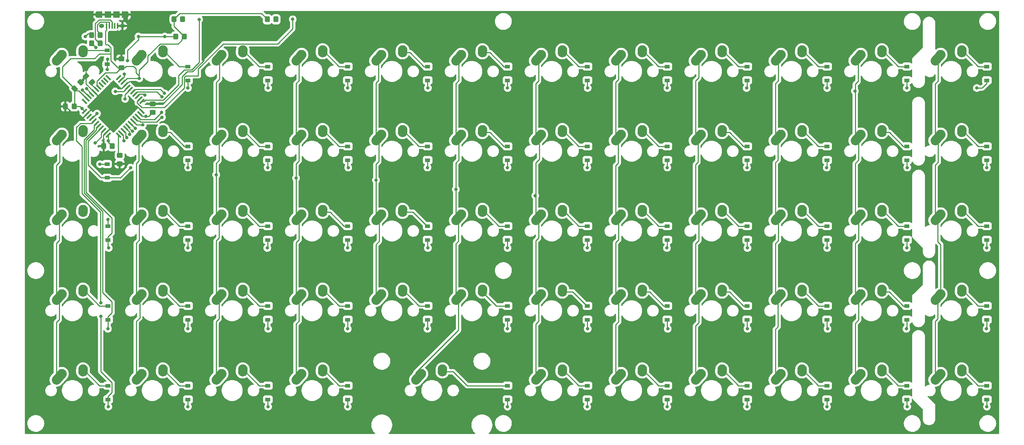
<source format=gbr>
G04 #@! TF.GenerationSoftware,KiCad,Pcbnew,(6.0.4)*
G04 #@! TF.CreationDate,2023-01-11T07:52:02+01:00*
G04 #@! TF.ProjectId,keyboard,6b657962-6f61-4726-942e-6b696361645f,rev?*
G04 #@! TF.SameCoordinates,Original*
G04 #@! TF.FileFunction,Copper,L2,Bot*
G04 #@! TF.FilePolarity,Positive*
%FSLAX46Y46*%
G04 Gerber Fmt 4.6, Leading zero omitted, Abs format (unit mm)*
G04 Created by KiCad (PCBNEW (6.0.4)) date 2023-01-11 07:52:02*
%MOMM*%
%LPD*%
G01*
G04 APERTURE LIST*
G04 Aperture macros list*
%AMRoundRect*
0 Rectangle with rounded corners*
0 $1 Rounding radius*
0 $2 $3 $4 $5 $6 $7 $8 $9 X,Y pos of 4 corners*
0 Add a 4 corners polygon primitive as box body*
4,1,4,$2,$3,$4,$5,$6,$7,$8,$9,$2,$3,0*
0 Add four circle primitives for the rounded corners*
1,1,$1+$1,$2,$3*
1,1,$1+$1,$4,$5*
1,1,$1+$1,$6,$7*
1,1,$1+$1,$8,$9*
0 Add four rect primitives between the rounded corners*
20,1,$1+$1,$2,$3,$4,$5,0*
20,1,$1+$1,$4,$5,$6,$7,0*
20,1,$1+$1,$6,$7,$8,$9,0*
20,1,$1+$1,$8,$9,$2,$3,0*%
%AMHorizOval*
0 Thick line with rounded ends*
0 $1 width*
0 $2 $3 position (X,Y) of the first rounded end (center of the circle)*
0 $4 $5 position (X,Y) of the second rounded end (center of the circle)*
0 Add line between two ends*
20,1,$1,$2,$3,$4,$5,0*
0 Add two circle primitives to create the rounded ends*
1,1,$1,$2,$3*
1,1,$1,$4,$5*%
%AMRotRect*
0 Rectangle, with rotation*
0 The origin of the aperture is its center*
0 $1 length*
0 $2 width*
0 $3 Rotation angle, in degrees counterclockwise*
0 Add horizontal line*
21,1,$1,$2,0,0,$3*%
G04 Aperture macros list end*
G04 #@! TA.AperFunction,ComponentPad*
%ADD10C,2.250000*%
G04 #@! TD*
G04 #@! TA.AperFunction,ComponentPad*
%ADD11HorizOval,2.250000X0.655001X0.730000X-0.655001X-0.730000X0*%
G04 #@! TD*
G04 #@! TA.AperFunction,ComponentPad*
%ADD12HorizOval,2.250000X0.020000X0.290000X-0.020000X-0.290000X0*%
G04 #@! TD*
G04 #@! TA.AperFunction,SMDPad,CuDef*
%ADD13RoundRect,0.250000X0.325000X0.450000X-0.325000X0.450000X-0.325000X-0.450000X0.325000X-0.450000X0*%
G04 #@! TD*
G04 #@! TA.AperFunction,SMDPad,CuDef*
%ADD14RoundRect,0.250000X0.450000X-0.325000X0.450000X0.325000X-0.450000X0.325000X-0.450000X-0.325000X0*%
G04 #@! TD*
G04 #@! TA.AperFunction,SMDPad,CuDef*
%ADD15RoundRect,0.250000X-0.548008X-0.088388X-0.088388X-0.548008X0.548008X0.088388X0.088388X0.548008X0*%
G04 #@! TD*
G04 #@! TA.AperFunction,SMDPad,CuDef*
%ADD16RoundRect,0.250000X0.088388X-0.548008X0.548008X-0.088388X-0.088388X0.548008X-0.548008X0.088388X0*%
G04 #@! TD*
G04 #@! TA.AperFunction,SMDPad,CuDef*
%ADD17R,0.400000X1.350000*%
G04 #@! TD*
G04 #@! TA.AperFunction,SMDPad,CuDef*
%ADD18R,1.200000X1.550000*%
G04 #@! TD*
G04 #@! TA.AperFunction,ComponentPad*
%ADD19O,0.890000X1.550000*%
G04 #@! TD*
G04 #@! TA.AperFunction,ComponentPad*
%ADD20O,1.250000X0.950000*%
G04 #@! TD*
G04 #@! TA.AperFunction,SMDPad,CuDef*
%ADD21R,1.500000X1.550000*%
G04 #@! TD*
G04 #@! TA.AperFunction,SMDPad,CuDef*
%ADD22RoundRect,0.250000X-0.325000X-0.450000X0.325000X-0.450000X0.325000X0.450000X-0.325000X0.450000X0*%
G04 #@! TD*
G04 #@! TA.AperFunction,SMDPad,CuDef*
%ADD23RotRect,1.524000X0.406400X315.000000*%
G04 #@! TD*
G04 #@! TA.AperFunction,SMDPad,CuDef*
%ADD24RotRect,0.406400X1.524000X315.000000*%
G04 #@! TD*
G04 #@! TA.AperFunction,SMDPad,CuDef*
%ADD25R,1.200000X0.900000*%
G04 #@! TD*
G04 #@! TA.AperFunction,ViaPad*
%ADD26C,0.800000*%
G04 #@! TD*
G04 #@! TA.AperFunction,Conductor*
%ADD27C,0.250000*%
G04 #@! TD*
G04 APERTURE END LIST*
D10*
X226175000Y-134075000D03*
D11*
X225520001Y-134805000D03*
D10*
X231215000Y-132995000D03*
D12*
X231195000Y-133285000D03*
D11*
X263620001Y-134805000D03*
D10*
X264275000Y-134075000D03*
D12*
X269295000Y-133285000D03*
D10*
X269315000Y-132995000D03*
D11*
X244570001Y-134805000D03*
D10*
X245225000Y-134075000D03*
D12*
X250245000Y-133285000D03*
D10*
X250265000Y-132995000D03*
D11*
X73120001Y-115755000D03*
D10*
X73775000Y-115025000D03*
X78815000Y-113945000D03*
D12*
X78795000Y-114235000D03*
D10*
X130925000Y-134075000D03*
D11*
X130270001Y-134805000D03*
D12*
X135945000Y-133285000D03*
D10*
X135965000Y-132995000D03*
D11*
X130270001Y-96705000D03*
D10*
X130925000Y-95975000D03*
D12*
X135945000Y-95185000D03*
D10*
X135965000Y-94895000D03*
X54725000Y-134075000D03*
D11*
X54070001Y-134805000D03*
D12*
X59745000Y-133285000D03*
D10*
X59765000Y-132995000D03*
D11*
X168370001Y-77655000D03*
D10*
X169025000Y-76925000D03*
D12*
X174045000Y-76135000D03*
D10*
X174065000Y-75845000D03*
D11*
X149320001Y-77655000D03*
D10*
X149975000Y-76925000D03*
X155015000Y-75845000D03*
D12*
X154995000Y-76135000D03*
D10*
X111875000Y-76925000D03*
D11*
X111220001Y-77655000D03*
D10*
X116915000Y-75845000D03*
D12*
X116895000Y-76135000D03*
D10*
X188075000Y-115025000D03*
D11*
X187420001Y-115755000D03*
D12*
X193095000Y-114235000D03*
D10*
X193115000Y-113945000D03*
D11*
X54070001Y-77655000D03*
D10*
X54725000Y-76925000D03*
D12*
X59745000Y-76135000D03*
D10*
X59765000Y-75845000D03*
X207125000Y-134075000D03*
D11*
X206470001Y-134805000D03*
D12*
X212145000Y-133285000D03*
D10*
X212165000Y-132995000D03*
D11*
X92170001Y-77655000D03*
D10*
X92825000Y-76925000D03*
D12*
X97845000Y-76135000D03*
D10*
X97865000Y-75845000D03*
D11*
X263620001Y-115755000D03*
D10*
X264275000Y-115025000D03*
D12*
X269295000Y-114235000D03*
D10*
X269315000Y-113945000D03*
D11*
X139795001Y-153855000D03*
D10*
X140450000Y-153125000D03*
D12*
X145470000Y-152335000D03*
D10*
X145490000Y-152045000D03*
X245225000Y-153125000D03*
D11*
X244570001Y-153855000D03*
D12*
X250245000Y-152335000D03*
D10*
X250265000Y-152045000D03*
X226175000Y-115025000D03*
D11*
X225520001Y-115755000D03*
D10*
X231215000Y-113945000D03*
D12*
X231195000Y-114235000D03*
D11*
X244570001Y-77655000D03*
D10*
X245225000Y-76925000D03*
D12*
X250245000Y-76135000D03*
D10*
X250265000Y-75845000D03*
X188075000Y-76925000D03*
D11*
X187420001Y-77655000D03*
D12*
X193095000Y-76135000D03*
D10*
X193115000Y-75845000D03*
X73775000Y-95975000D03*
D11*
X73120001Y-96705000D03*
D10*
X78815000Y-94895000D03*
D12*
X78795000Y-95185000D03*
D11*
X92170001Y-153855000D03*
D10*
X92825000Y-153125000D03*
X97865000Y-152045000D03*
D12*
X97845000Y-152335000D03*
D10*
X149975000Y-134075000D03*
D11*
X149320001Y-134805000D03*
D12*
X154995000Y-133285000D03*
D10*
X155015000Y-132995000D03*
D11*
X263620001Y-77655000D03*
D10*
X264275000Y-76925000D03*
D12*
X269295000Y-76135000D03*
D10*
X269315000Y-75845000D03*
X54725000Y-115025000D03*
D11*
X54070001Y-115755000D03*
D10*
X59765000Y-113945000D03*
D12*
X59745000Y-114235000D03*
D11*
X130270001Y-115755000D03*
D10*
X130925000Y-115025000D03*
D12*
X135945000Y-114235000D03*
D10*
X135965000Y-113945000D03*
X245225000Y-115025000D03*
D11*
X244570001Y-115755000D03*
D12*
X250245000Y-114235000D03*
D10*
X250265000Y-113945000D03*
X111875000Y-153125000D03*
D11*
X111220001Y-153855000D03*
D10*
X116915000Y-152045000D03*
D12*
X116895000Y-152335000D03*
D11*
X168370001Y-134805000D03*
D10*
X169025000Y-134075000D03*
D12*
X174045000Y-133285000D03*
D10*
X174065000Y-132995000D03*
X207125000Y-76925000D03*
D11*
X206470001Y-77655000D03*
D12*
X212145000Y-76135000D03*
D10*
X212165000Y-75845000D03*
D11*
X206470001Y-115755000D03*
D10*
X207125000Y-115025000D03*
D12*
X212145000Y-114235000D03*
D10*
X212165000Y-113945000D03*
X54725000Y-95975000D03*
D11*
X54070001Y-96705000D03*
D10*
X59765000Y-94895000D03*
D12*
X59745000Y-95185000D03*
D11*
X168370001Y-153855000D03*
D10*
X169025000Y-153125000D03*
X174065000Y-152045000D03*
D12*
X174045000Y-152335000D03*
D10*
X92825000Y-95975000D03*
D11*
X92170001Y-96705000D03*
D12*
X97845000Y-95185000D03*
D10*
X97865000Y-94895000D03*
D11*
X149320001Y-96705000D03*
D10*
X149975000Y-95975000D03*
X155015000Y-94895000D03*
D12*
X154995000Y-95185000D03*
D10*
X169025000Y-115025000D03*
D11*
X168370001Y-115755000D03*
D10*
X174065000Y-113945000D03*
D12*
X174045000Y-114235000D03*
D10*
X73775000Y-76925000D03*
D11*
X73120001Y-77655000D03*
D10*
X78815000Y-75845000D03*
D12*
X78795000Y-76135000D03*
D10*
X188075000Y-134075000D03*
D11*
X187420001Y-134805000D03*
D10*
X193115000Y-132995000D03*
D12*
X193095000Y-133285000D03*
D10*
X226175000Y-95975000D03*
D11*
X225520001Y-96705000D03*
D12*
X231195000Y-95185000D03*
D10*
X231215000Y-94895000D03*
D11*
X92170001Y-115755000D03*
D10*
X92825000Y-115025000D03*
D12*
X97845000Y-114235000D03*
D10*
X97865000Y-113945000D03*
D11*
X225520001Y-77655000D03*
D10*
X226175000Y-76925000D03*
D12*
X231195000Y-76135000D03*
D10*
X231215000Y-75845000D03*
X226175000Y-153125000D03*
D11*
X225520001Y-153855000D03*
D12*
X231195000Y-152335000D03*
D10*
X231215000Y-152045000D03*
D11*
X206470001Y-153855000D03*
D10*
X207125000Y-153125000D03*
X212165000Y-152045000D03*
D12*
X212145000Y-152335000D03*
D10*
X130925000Y-76925000D03*
D11*
X130270001Y-77655000D03*
D10*
X135965000Y-75845000D03*
D12*
X135945000Y-76135000D03*
D10*
X111875000Y-134075000D03*
D11*
X111220001Y-134805000D03*
D10*
X116915000Y-132995000D03*
D12*
X116895000Y-133285000D03*
D11*
X206470001Y-96705000D03*
D10*
X207125000Y-95975000D03*
X212165000Y-94895000D03*
D12*
X212145000Y-95185000D03*
D11*
X263620001Y-96705000D03*
D10*
X264275000Y-95975000D03*
X269315000Y-94895000D03*
D12*
X269295000Y-95185000D03*
D10*
X264275000Y-153125000D03*
D11*
X263620001Y-153855000D03*
D12*
X269295000Y-152335000D03*
D10*
X269315000Y-152045000D03*
D11*
X73120001Y-153855000D03*
D10*
X73775000Y-153125000D03*
D12*
X78795000Y-152335000D03*
D10*
X78815000Y-152045000D03*
X73775000Y-134075000D03*
D11*
X73120001Y-134805000D03*
D12*
X78795000Y-133285000D03*
D10*
X78815000Y-132995000D03*
X54725000Y-153125000D03*
D11*
X54070001Y-153855000D03*
D10*
X59765000Y-152045000D03*
D12*
X59745000Y-152335000D03*
D10*
X92825000Y-134075000D03*
D11*
X92170001Y-134805000D03*
D12*
X97845000Y-133285000D03*
D10*
X97865000Y-132995000D03*
D11*
X187420001Y-153855000D03*
D10*
X188075000Y-153125000D03*
X193115000Y-152045000D03*
D12*
X193095000Y-152335000D03*
D10*
X188075000Y-95975000D03*
D11*
X187420001Y-96705000D03*
D10*
X193115000Y-94895000D03*
D12*
X193095000Y-95185000D03*
D10*
X111875000Y-95975000D03*
D11*
X111220001Y-96705000D03*
D10*
X116915000Y-94895000D03*
D12*
X116895000Y-95185000D03*
D10*
X111875000Y-115025000D03*
D11*
X111220001Y-115755000D03*
D12*
X116895000Y-114235000D03*
D10*
X116915000Y-113945000D03*
X169025000Y-95975000D03*
D11*
X168370001Y-96705000D03*
D12*
X174045000Y-95185000D03*
D10*
X174065000Y-94895000D03*
X245225000Y-95975000D03*
D11*
X244570001Y-96705000D03*
D10*
X250265000Y-94895000D03*
D12*
X250245000Y-95185000D03*
D10*
X149975000Y-115025000D03*
D11*
X149320001Y-115755000D03*
D10*
X155015000Y-113945000D03*
D12*
X154995000Y-114235000D03*
D13*
X57625000Y-89300000D03*
X55575000Y-89300000D03*
X66725000Y-98800000D03*
X64675000Y-98800000D03*
D14*
X76400000Y-90725000D03*
X76400000Y-88675000D03*
X68900000Y-80025000D03*
X68900000Y-77975000D03*
D15*
X60475216Y-82075216D03*
X61924784Y-83524784D03*
D16*
X57775216Y-85024784D03*
X59224784Y-83575216D03*
D17*
X65400000Y-70100000D03*
X66050000Y-70100000D03*
X66700000Y-70100000D03*
X67350000Y-70100000D03*
X68000000Y-70100000D03*
D18*
X63800000Y-67400000D03*
X69600000Y-67400000D03*
D19*
X70200000Y-67400000D03*
X63200000Y-67400000D03*
D20*
X64200000Y-70100000D03*
D21*
X65700000Y-67400000D03*
D20*
X69200000Y-70100000D03*
D21*
X67700000Y-67400000D03*
D22*
X81850000Y-72600000D03*
X83900000Y-72600000D03*
X61775000Y-74200000D03*
X63825000Y-74200000D03*
X61775000Y-72300000D03*
X63825000Y-72300000D03*
D14*
X68500000Y-103025000D03*
X68500000Y-100975000D03*
D23*
X60130104Y-88087665D03*
X60695860Y-87521909D03*
X61261616Y-86956153D03*
X61827372Y-86390397D03*
X62393129Y-85824641D03*
X62958885Y-85258885D03*
X63524641Y-84693129D03*
X64090397Y-84127372D03*
X64656153Y-83561616D03*
X65221909Y-82995860D03*
X65787665Y-82430104D03*
D24*
X68212335Y-82430104D03*
X68778091Y-82995860D03*
X69343847Y-83561616D03*
X69909603Y-84127372D03*
X70475359Y-84693129D03*
X71041115Y-85258885D03*
X71606871Y-85824641D03*
X72172628Y-86390397D03*
X72738384Y-86956153D03*
X73304140Y-87521909D03*
X73869896Y-88087665D03*
D23*
X73869896Y-90512335D03*
X73304140Y-91078091D03*
X72738384Y-91643847D03*
X72172628Y-92209603D03*
X71606871Y-92775359D03*
X71041115Y-93341115D03*
X70475359Y-93906871D03*
X69909603Y-94472628D03*
X69343847Y-95038384D03*
X68778091Y-95604140D03*
X68212335Y-96169896D03*
D24*
X65787665Y-96169896D03*
X65221909Y-95604140D03*
X64656153Y-95038384D03*
X64090397Y-94472628D03*
X63524641Y-93906871D03*
X62958885Y-93341115D03*
X62393129Y-92775359D03*
X61827372Y-92209603D03*
X61261616Y-91643847D03*
X60695860Y-91078091D03*
X60130104Y-90512335D03*
D13*
X83525000Y-68475001D03*
X81475000Y-68475001D03*
X105775000Y-68500000D03*
X103725000Y-68500000D03*
D25*
X218150000Y-102125000D03*
X218150000Y-98825000D03*
X161000000Y-121175000D03*
X161000000Y-117875000D03*
X180050000Y-83075000D03*
X180050000Y-79775000D03*
X103850000Y-140225000D03*
X103850000Y-136925000D03*
X237200000Y-102125000D03*
X237200000Y-98825000D03*
X275300000Y-121175000D03*
X275300000Y-117875000D03*
X141950000Y-140225000D03*
X141950000Y-136925000D03*
X237200000Y-140225000D03*
X237200000Y-136925000D03*
X218150000Y-140225000D03*
X218150000Y-136925000D03*
X256250000Y-102125000D03*
X256250000Y-98825000D03*
X84800000Y-83075000D03*
X84800000Y-79775000D03*
X65750000Y-159275000D03*
X65750000Y-155975000D03*
X218150000Y-121175000D03*
X218150000Y-117875000D03*
X180050000Y-102125000D03*
X180050000Y-98825000D03*
X161000000Y-140225000D03*
X161000000Y-136925000D03*
X103850000Y-102125000D03*
X103850000Y-98825000D03*
X237200000Y-83075000D03*
X237200000Y-79775000D03*
X103850000Y-159275000D03*
X103850000Y-155975000D03*
X199100000Y-83075000D03*
X199100000Y-79775000D03*
X122900000Y-121175000D03*
X122900000Y-117875000D03*
X122900000Y-159275000D03*
X122900000Y-155975000D03*
X218150000Y-159275000D03*
X218150000Y-155975000D03*
X218150000Y-83075000D03*
X218150000Y-79775000D03*
X275300000Y-140225000D03*
X275300000Y-136925000D03*
X275300000Y-83075000D03*
X275300000Y-79775000D03*
X180050000Y-159275000D03*
X180050000Y-155975000D03*
X256250000Y-83075000D03*
X256250000Y-79775000D03*
X180050000Y-140225000D03*
X180050000Y-136925000D03*
X237200000Y-159275000D03*
X237200000Y-155975000D03*
X122900000Y-83075000D03*
X122900000Y-79775000D03*
X141950000Y-121175000D03*
X141950000Y-117875000D03*
X275300000Y-102125000D03*
X275300000Y-98825000D03*
X256250000Y-121175000D03*
X256250000Y-117875000D03*
X256250000Y-159275000D03*
X256250000Y-155975000D03*
X161000000Y-83075000D03*
X161000000Y-79775000D03*
X65500000Y-106350000D03*
X65500000Y-103050000D03*
X256250000Y-140225000D03*
X256250000Y-136925000D03*
X237200000Y-121175000D03*
X237200000Y-117875000D03*
X65750000Y-140225000D03*
X65750000Y-136925000D03*
X275300000Y-159275000D03*
X275300000Y-155975000D03*
X103850000Y-121175000D03*
X103850000Y-117875000D03*
X84800000Y-102125000D03*
X84800000Y-98825000D03*
X199100000Y-121175000D03*
X199100000Y-117875000D03*
X161000000Y-159275000D03*
X161000000Y-155975000D03*
X84800000Y-140225000D03*
X84800000Y-136925000D03*
X84800000Y-121175000D03*
X84800000Y-117875000D03*
X199100000Y-102125000D03*
X199100000Y-98825000D03*
X161000000Y-102125000D03*
X161000000Y-98825000D03*
X122900000Y-140225000D03*
X122900000Y-136925000D03*
X103850000Y-83075000D03*
X103850000Y-79775000D03*
X65750000Y-121175000D03*
X65750000Y-117875000D03*
X199100000Y-159275000D03*
X199100000Y-155975000D03*
X122900000Y-102125000D03*
X122900000Y-98825000D03*
X199100000Y-140225000D03*
X199100000Y-136925000D03*
X180050000Y-121175000D03*
X180050000Y-117875000D03*
X65500000Y-79250000D03*
X65500000Y-75950000D03*
X141950000Y-102125000D03*
X141950000Y-98825000D03*
X84800000Y-159275000D03*
X84800000Y-155975000D03*
X141950000Y-83075000D03*
X141950000Y-79775000D03*
D26*
X67300000Y-84200000D03*
X79250000Y-68750000D03*
X71900000Y-89200000D03*
X65500000Y-92500000D03*
X73000000Y-68750000D03*
X70100000Y-91925000D03*
X63800000Y-88000000D03*
X61300000Y-70100000D03*
X74300000Y-102900000D03*
X61800000Y-105900000D03*
X71600000Y-102000000D03*
X66800000Y-92500000D03*
X62600000Y-106600000D03*
X68000000Y-92500000D03*
X62300000Y-102900000D03*
X64000000Y-104500000D03*
X63800000Y-89200000D03*
X73190000Y-82600000D03*
X74800000Y-91668807D03*
X65797918Y-97500000D03*
X59500000Y-89800000D03*
X62700000Y-98000000D03*
X74500000Y-86600000D03*
X69530782Y-97471118D03*
X91515000Y-105600000D03*
X110565000Y-106400000D03*
X70228255Y-96754504D03*
X129615000Y-106900000D03*
X70836629Y-95960852D03*
X148665000Y-109100000D03*
X71549208Y-95259258D03*
X72200000Y-94500000D03*
X167600000Y-110600000D03*
X74000000Y-93725000D03*
X78600000Y-91900000D03*
X78500000Y-90700000D03*
X243825001Y-85625001D03*
X79200000Y-86200000D03*
X78600000Y-87000000D03*
X199100000Y-84900000D03*
X122900000Y-84900000D03*
X65600000Y-78000000D03*
X142000000Y-84900000D03*
X256200000Y-84900000D03*
X272900000Y-84900000D03*
X161000000Y-84900000D03*
X237200000Y-84900000D03*
X63100000Y-91000000D03*
X218000000Y-84900000D03*
X180100000Y-84900000D03*
X84800000Y-84900000D03*
X103900000Y-84900000D03*
X65500000Y-80500000D03*
X103800000Y-103900000D03*
X275300000Y-103900000D03*
X237100000Y-103900000D03*
X161000000Y-103900000D03*
X256300000Y-103900000D03*
X218100000Y-103900000D03*
X71100000Y-103900000D03*
X84800000Y-103900000D03*
X199100000Y-103900000D03*
X141900000Y-103900000D03*
X180000000Y-103900000D03*
X123000000Y-103900000D03*
X103700000Y-123100000D03*
X65900000Y-123100000D03*
X256200000Y-123100000D03*
X199000000Y-123100000D03*
X237200000Y-123100000D03*
X84800000Y-123100000D03*
X161000000Y-123100000D03*
X218200000Y-123100000D03*
X275300000Y-123100000D03*
X122900000Y-123100000D03*
X142000000Y-123100000D03*
X180000000Y-123100000D03*
X199200000Y-142400000D03*
X141900000Y-142400000D03*
X256100000Y-142400000D03*
X180100000Y-142400000D03*
X65700000Y-142400000D03*
X161000000Y-142400000D03*
X218200000Y-142400000D03*
X84800000Y-142400000D03*
X275200000Y-142400000D03*
X122900000Y-142400000D03*
X103900000Y-142400000D03*
X237300000Y-142400000D03*
X218100000Y-161000000D03*
X63997653Y-136200000D03*
X65800000Y-161000000D03*
X103900000Y-161000000D03*
X122900000Y-161000000D03*
X199100000Y-161000000D03*
X64000000Y-139400000D03*
X275300000Y-161000000D03*
X256300000Y-161000000D03*
X161000000Y-161000000D03*
X180000000Y-161000000D03*
X237200000Y-161000000D03*
X84800000Y-161000000D03*
X63800000Y-103100000D03*
X65700000Y-116300000D03*
X67464998Y-85700000D03*
X69800000Y-87500000D03*
X70400000Y-78400000D03*
X72950000Y-72600000D03*
X79250000Y-72600000D03*
X69600000Y-81600000D03*
X60621663Y-85078339D03*
X62800000Y-75225500D03*
X60300000Y-72600000D03*
X59605773Y-85369675D03*
X83525000Y-68475001D03*
X87445001Y-68520001D03*
X109775000Y-68500000D03*
X105775000Y-68500000D03*
D27*
X102325000Y-67100000D02*
X103725000Y-68500000D01*
X81475000Y-68475001D02*
X82850001Y-67100000D01*
X82850001Y-67100000D02*
X102325000Y-67100000D01*
X81475000Y-70175000D02*
X83900000Y-72600000D01*
X81475000Y-68475001D02*
X81475000Y-70175000D01*
X59224784Y-83575216D02*
X59224784Y-83325648D01*
X85900479Y-80999521D02*
X88300000Y-78600000D01*
X65833273Y-94992210D02*
X65907790Y-94992210D01*
X69899138Y-84138120D02*
X69298098Y-84739160D01*
X84604759Y-80999521D02*
X85900479Y-80999521D01*
X65907790Y-94992210D02*
X66300000Y-94600000D01*
X71900000Y-89200000D02*
X72556854Y-89200000D01*
X78825000Y-88675000D02*
X83425479Y-84074521D01*
X64631193Y-98756193D02*
X64675000Y-98800000D01*
X63004846Y-86436217D02*
X63036217Y-86436217D01*
X65232233Y-95593250D02*
X64631193Y-96194290D01*
X76400000Y-88675000D02*
X78825000Y-88675000D01*
X70662920Y-83537080D02*
X70900000Y-83300000D01*
X56198372Y-89923372D02*
X55575000Y-89300000D01*
X69899138Y-84138120D02*
X70500178Y-83537080D01*
X59574517Y-92200000D02*
X58475000Y-92200000D01*
X88300000Y-78600000D02*
X88600000Y-78300000D01*
X83425479Y-84074521D02*
X83425479Y-82178801D01*
X61307790Y-90466727D02*
X61307790Y-90392210D01*
X60475216Y-81194030D02*
X60500000Y-81169246D01*
X60475216Y-82075216D02*
X60475216Y-81194030D01*
X68100000Y-85000000D02*
X67300000Y-84200000D01*
X69260840Y-84739160D02*
X68900000Y-85100000D01*
X83425479Y-82178801D02*
X84604759Y-80999521D01*
X62403806Y-85835177D02*
X63004846Y-86436217D01*
X88600000Y-78300000D02*
X88600000Y-77000000D01*
X60475216Y-81194030D02*
X60475216Y-80324784D01*
X60500000Y-83931371D02*
X62403806Y-85835177D01*
X58475000Y-92200000D02*
X56198372Y-89923372D01*
X68200000Y-85100000D02*
X68100000Y-85000000D01*
X61307790Y-90392210D02*
X61600000Y-90100000D01*
X65232233Y-95593250D02*
X65833273Y-94992210D01*
X63200000Y-86600000D02*
X63700000Y-87100000D01*
X60500000Y-81169246D02*
X60500000Y-83931371D01*
X69298098Y-84739160D02*
X69260840Y-84739160D01*
X60706750Y-91067767D02*
X61307790Y-90466727D01*
X72556854Y-89200000D02*
X73858936Y-90502082D01*
X64631193Y-96194290D02*
X64631193Y-98756193D01*
X70500178Y-83537080D02*
X70662920Y-83537080D01*
X63036217Y-86436217D02*
X63200000Y-86600000D01*
X68900000Y-85100000D02*
X68200000Y-85100000D01*
X60706750Y-91067767D02*
X59574517Y-92200000D01*
X59224784Y-83325648D02*
X60475216Y-82075216D01*
X73190000Y-80641100D02*
X73190000Y-82034315D01*
X62527656Y-77872344D02*
X63674999Y-76725001D01*
X74800000Y-91668807D02*
X75456193Y-91668807D01*
X66425001Y-78350001D02*
X66425001Y-75239999D01*
X70305887Y-82600000D02*
X73190000Y-82600000D01*
X73190000Y-82034315D02*
X72395001Y-81239316D01*
X65710003Y-74525001D02*
X66425001Y-75239999D01*
X58764985Y-85590468D02*
X60105710Y-86931193D01*
X60141064Y-90502082D02*
X59875900Y-90236918D01*
X68100000Y-80025000D02*
X66425001Y-78350001D01*
X65400000Y-70100000D02*
X65400000Y-71000000D01*
X57775216Y-85024784D02*
X58340900Y-85590468D01*
X66425001Y-76660001D02*
X66425001Y-75239999D01*
X63674999Y-76725001D02*
X66360001Y-76725001D01*
X65797918Y-97872918D02*
X66725000Y-98800000D01*
X54906099Y-82155667D02*
X54906099Y-79811927D01*
X68900000Y-80025000D02*
X67700489Y-81224511D01*
X75456193Y-91668807D02*
X75776628Y-91348372D01*
X63047802Y-83252198D02*
X63047802Y-84216431D01*
X75776628Y-91348372D02*
X76400000Y-90725000D01*
X68900000Y-80025000D02*
X68100000Y-80025000D01*
X69700000Y-80025000D02*
X68900000Y-80025000D01*
X78118999Y-74394999D02*
X75225001Y-77288997D01*
X57775216Y-85024784D02*
X54906099Y-82155667D01*
X57775216Y-89149784D02*
X57625000Y-89300000D01*
X65797918Y-96158936D02*
X65797918Y-97500000D01*
X72395001Y-80348999D02*
X71771001Y-79724999D01*
X65797918Y-97500000D02*
X65797918Y-97872918D01*
X65075489Y-81224511D02*
X63047802Y-83252198D01*
X83900000Y-72600000D02*
X83276628Y-73223372D01*
X71771001Y-79724999D02*
X70000001Y-79724999D01*
X59000000Y-89300000D02*
X59500000Y-89800000D01*
X65100000Y-71300000D02*
X65100000Y-74450000D01*
X63047802Y-84216431D02*
X63535177Y-84703806D01*
X65175001Y-74525001D02*
X65710003Y-74525001D01*
X69934492Y-82971395D02*
X69934492Y-82965508D01*
X58340900Y-85590468D02*
X58764985Y-85590468D01*
X57650432Y-84900000D02*
X57775216Y-85024784D01*
X73293250Y-91067767D02*
X73894290Y-91668807D01*
X65100000Y-74450000D02*
X65175001Y-74525001D01*
X75225001Y-78606099D02*
X73190000Y-80641100D01*
X83276628Y-73223372D02*
X83276628Y-73529374D01*
X83276628Y-73529374D02*
X82411003Y-74394999D01*
X59875900Y-90175900D02*
X59500000Y-89800000D01*
X65400000Y-71000000D02*
X65100000Y-71300000D01*
X75225001Y-77288997D02*
X75225001Y-78606099D01*
X66360001Y-76725001D02*
X66425001Y-76660001D01*
X73894290Y-91668807D02*
X74800000Y-91668807D01*
X72395001Y-81239316D02*
X72395001Y-80348999D01*
X57775216Y-85024784D02*
X57775216Y-89149784D01*
X54906099Y-79811927D02*
X56845682Y-77872344D01*
X73190000Y-82034315D02*
X73190000Y-82600000D01*
X67700489Y-81224511D02*
X65075489Y-81224511D01*
X59875900Y-90236918D02*
X59875900Y-90175900D01*
X56845682Y-77900000D02*
X62527656Y-77900000D01*
X60105710Y-86931193D02*
X60706750Y-87532233D01*
X69333452Y-83572435D02*
X69934492Y-82971395D01*
X57625000Y-89300000D02*
X59000000Y-89300000D01*
X82411003Y-74394999D02*
X78118999Y-74394999D01*
X70000001Y-79724999D02*
X69700000Y-80025000D01*
X69934492Y-82971395D02*
X70305887Y-82600000D01*
X53415000Y-154585000D02*
X53415000Y-140885000D01*
X53415000Y-116485000D02*
X53415000Y-103385000D01*
X53415000Y-140885000D02*
X54100000Y-140200000D01*
X53415000Y-121985000D02*
X54100000Y-121300000D01*
X53415000Y-135535000D02*
X53415000Y-121985000D01*
X64065508Y-95628605D02*
X64065508Y-96634492D01*
X54100000Y-117170000D02*
X53415000Y-116485000D01*
X54200000Y-98220000D02*
X53415000Y-97435000D01*
X53415000Y-103385000D02*
X54200000Y-102600000D01*
X64666548Y-95027565D02*
X64065508Y-95628605D01*
X54100000Y-136220000D02*
X53415000Y-135535000D01*
X54100000Y-121300000D02*
X54100000Y-117170000D01*
X54200000Y-102600000D02*
X54200000Y-98220000D01*
X64065508Y-96634492D02*
X62700000Y-98000000D01*
X54100000Y-140200000D02*
X54100000Y-136220000D01*
X72465000Y-154585000D02*
X72465000Y-140635000D01*
X73100000Y-98070000D02*
X72465000Y-97435000D01*
X73328605Y-86365508D02*
X74265508Y-86365508D01*
X73200000Y-117220000D02*
X72465000Y-116485000D01*
X72465000Y-102935000D02*
X73100000Y-102300000D01*
X73100000Y-102300000D02*
X73100000Y-98070000D01*
X72465000Y-140635000D02*
X73300000Y-139800000D01*
X73200000Y-121200000D02*
X73200000Y-117220000D01*
X73300000Y-136370000D02*
X72465000Y-135535000D01*
X73300000Y-139800000D02*
X73300000Y-136370000D01*
X72465000Y-135535000D02*
X72465000Y-121935000D01*
X72727565Y-86966548D02*
X73328605Y-86365508D01*
X72465000Y-116485000D02*
X72465000Y-102935000D01*
X72465000Y-121935000D02*
X73200000Y-121200000D01*
X74265508Y-86365508D02*
X74500000Y-86600000D01*
X91515000Y-135535000D02*
X91515000Y-121385000D01*
X91515000Y-102885000D02*
X92200000Y-102200000D01*
X91515000Y-97435000D02*
X91515000Y-83585000D01*
X91515000Y-154585000D02*
X91515000Y-140685000D01*
X92200000Y-98120000D02*
X91515000Y-97435000D01*
X91515000Y-83585000D02*
X92300000Y-82800000D01*
X92200000Y-102200000D02*
X92200000Y-98120000D01*
X92200000Y-140000000D02*
X92200000Y-136220000D01*
X91515000Y-121385000D02*
X92200000Y-120700000D01*
X92200000Y-136220000D02*
X91515000Y-135535000D01*
X92200000Y-120700000D02*
X92200000Y-117170000D01*
X91515000Y-140685000D02*
X92200000Y-140000000D01*
X91515000Y-116485000D02*
X91515000Y-105800000D01*
X92200000Y-117170000D02*
X91515000Y-116485000D01*
X68767767Y-95593250D02*
X69368807Y-96194290D01*
X92300000Y-79170000D02*
X91515000Y-78385000D01*
X91515000Y-105800000D02*
X91515000Y-105600000D01*
X91515000Y-105600000D02*
X91515000Y-102885000D01*
X69368807Y-96194290D02*
X69368807Y-97309143D01*
X92300000Y-82800000D02*
X92300000Y-79170000D01*
X69368807Y-97309143D02*
X69530782Y-97471118D01*
X111300000Y-102300000D02*
X111300000Y-98170000D01*
X69934492Y-95628605D02*
X69934492Y-96472925D01*
X110565000Y-97435000D02*
X110565000Y-83835000D01*
X111300000Y-79120000D02*
X110565000Y-78385000D01*
X111300000Y-117220000D02*
X110565000Y-116485000D01*
X110565000Y-106400000D02*
X110565000Y-103035000D01*
X111300000Y-83100000D02*
X111300000Y-79120000D01*
X111300000Y-121100000D02*
X111300000Y-117220000D01*
X69333452Y-95027565D02*
X69934492Y-95628605D01*
X111300000Y-140500000D02*
X111300000Y-136270000D01*
X110565000Y-141235000D02*
X111300000Y-140500000D01*
X110565000Y-121835000D02*
X111300000Y-121100000D01*
X110565000Y-154585000D02*
X110565000Y-141235000D01*
X69934492Y-96472925D02*
X70216071Y-96754504D01*
X111300000Y-98170000D02*
X110565000Y-97435000D01*
X110565000Y-135535000D02*
X110565000Y-121835000D01*
X110565000Y-83835000D02*
X111300000Y-83100000D01*
X110565000Y-116485000D02*
X110565000Y-106400000D01*
X111300000Y-136270000D02*
X110565000Y-135535000D01*
X70216071Y-96754504D02*
X70228255Y-96754504D01*
X110565000Y-103035000D02*
X111300000Y-102300000D01*
X130400000Y-121500000D02*
X130400000Y-117270000D01*
X130200000Y-78970000D02*
X129615000Y-78385000D01*
X70836629Y-95399371D02*
X70836629Y-95960852D01*
X129615000Y-135535000D02*
X129615000Y-122285000D01*
X129615000Y-106900000D02*
X129615000Y-103085000D01*
X129615000Y-83685000D02*
X130200000Y-83100000D01*
X129615000Y-122285000D02*
X130400000Y-121500000D01*
X130200000Y-83100000D02*
X130200000Y-78970000D01*
X129615000Y-97435000D02*
X129615000Y-83685000D01*
X129615000Y-116485000D02*
X129615000Y-106900000D01*
X130300000Y-98120000D02*
X129615000Y-97435000D01*
X130300000Y-102400000D02*
X130300000Y-98120000D01*
X130400000Y-117270000D02*
X129615000Y-116485000D01*
X129615000Y-103085000D02*
X130300000Y-102400000D01*
X69899138Y-94461880D02*
X70836629Y-95399371D01*
X148665000Y-97435000D02*
X148665000Y-83835000D01*
X148665000Y-102835000D02*
X149400000Y-102100000D01*
X149400000Y-98170000D02*
X148665000Y-97435000D01*
X149300000Y-117120000D02*
X148665000Y-116485000D01*
X149400000Y-83100000D02*
X149400000Y-79120000D01*
X149300000Y-136170000D02*
X148665000Y-135535000D01*
X139140000Y-152860000D02*
X149300000Y-142700000D01*
X148665000Y-122135000D02*
X149300000Y-121500000D01*
X148665000Y-135535000D02*
X148665000Y-122135000D01*
X148665000Y-83835000D02*
X149400000Y-83100000D01*
X70464823Y-93896194D02*
X70464823Y-94174873D01*
X149300000Y-121500000D02*
X149300000Y-117120000D01*
X148665000Y-116485000D02*
X148665000Y-109100000D01*
X149400000Y-102100000D02*
X149400000Y-98170000D01*
X149300000Y-142700000D02*
X149300000Y-136170000D01*
X149400000Y-79120000D02*
X148665000Y-78385000D01*
X139140000Y-154585000D02*
X139140000Y-152860000D01*
X70464823Y-94174873D02*
X71549208Y-95259258D01*
X148665000Y-109100000D02*
X148665000Y-102835000D01*
X167715000Y-83885000D02*
X168400000Y-83200000D01*
X168400000Y-117170000D02*
X167715000Y-116485000D01*
X167715000Y-121385000D02*
X168400000Y-120700000D01*
X167715000Y-154585000D02*
X167715000Y-141285000D01*
X168400000Y-136220000D02*
X167715000Y-135535000D01*
X71030509Y-93330509D02*
X72200000Y-94500000D01*
X168400000Y-79070000D02*
X167715000Y-78385000D01*
X167715000Y-97435000D02*
X167715000Y-83885000D01*
X168600000Y-98320000D02*
X167715000Y-97435000D01*
X167715000Y-102785000D02*
X168600000Y-101900000D01*
X167715000Y-135535000D02*
X167715000Y-121385000D01*
X167715000Y-141285000D02*
X168400000Y-140600000D01*
X167715000Y-116485000D02*
X167715000Y-102785000D01*
X168400000Y-83200000D02*
X168400000Y-79070000D01*
X168400000Y-140600000D02*
X168400000Y-136220000D01*
X168600000Y-101900000D02*
X168600000Y-98320000D01*
X168400000Y-120700000D02*
X168400000Y-117170000D01*
X71596194Y-92764823D02*
X72556371Y-93725000D01*
X186765000Y-141435000D02*
X187500000Y-140700000D01*
X186765000Y-103435000D02*
X187400000Y-102800000D01*
X187500000Y-121100000D02*
X187500000Y-117220000D01*
X187500000Y-79120000D02*
X186765000Y-78385000D01*
X186765000Y-97435000D02*
X186765000Y-83565000D01*
X187400000Y-102800000D02*
X187400000Y-98070000D01*
X72556371Y-93725000D02*
X74000000Y-93725000D01*
X186765000Y-121835000D02*
X187500000Y-121100000D01*
X187500000Y-82830000D02*
X187500000Y-79120000D01*
X186765000Y-154585000D02*
X186765000Y-141435000D01*
X187400000Y-98070000D02*
X186765000Y-97435000D01*
X187500000Y-136270000D02*
X186765000Y-135535000D01*
X186765000Y-135535000D02*
X186765000Y-121835000D01*
X186765000Y-83565000D02*
X187500000Y-82830000D01*
X187500000Y-117220000D02*
X186765000Y-116485000D01*
X186765000Y-116485000D02*
X186765000Y-103435000D01*
X187500000Y-140700000D02*
X187500000Y-136270000D01*
X205815000Y-141685000D02*
X206600000Y-140900000D01*
X206600000Y-136320000D02*
X205815000Y-135535000D01*
X206600000Y-121300000D02*
X206600000Y-117270000D01*
X72161880Y-92199138D02*
X72762920Y-92800178D01*
X73257881Y-92800178D02*
X73457703Y-93000000D01*
X205815000Y-103185000D02*
X206400000Y-102600000D01*
X78400000Y-91900000D02*
X78600000Y-91900000D01*
X206600000Y-117270000D02*
X205815000Y-116485000D01*
X205815000Y-122085000D02*
X206600000Y-121300000D01*
X205815000Y-116485000D02*
X205815000Y-103185000D01*
X205815000Y-135535000D02*
X205815000Y-122085000D01*
X206600000Y-140900000D02*
X206600000Y-136320000D01*
X77300000Y-93000000D02*
X78400000Y-91900000D01*
X206600000Y-79170000D02*
X205815000Y-78385000D01*
X206400000Y-98020000D02*
X205815000Y-97435000D01*
X72762920Y-92800178D02*
X73257881Y-92800178D01*
X205815000Y-97435000D02*
X205815000Y-83185000D01*
X206600000Y-82400000D02*
X206600000Y-79170000D01*
X206400000Y-102600000D02*
X206400000Y-98020000D01*
X73457703Y-93000000D02*
X77300000Y-93000000D01*
X205815000Y-154585000D02*
X205815000Y-141685000D01*
X205815000Y-83185000D02*
X206600000Y-82400000D01*
X72727565Y-91633452D02*
X73487921Y-92393808D01*
X224865000Y-116485000D02*
X224865000Y-102735000D01*
X224865000Y-122035000D02*
X225600000Y-121300000D01*
X225600000Y-83100000D02*
X225600000Y-79120000D01*
X224865000Y-154585000D02*
X224865000Y-142535000D01*
X225500000Y-136170000D02*
X224865000Y-135535000D01*
X224865000Y-102735000D02*
X225500000Y-102100000D01*
X224865000Y-135535000D02*
X224865000Y-122035000D01*
X225500000Y-102100000D02*
X225500000Y-98070000D01*
X224865000Y-83835000D02*
X225600000Y-83100000D01*
X76806192Y-92393808D02*
X78500000Y-90700000D01*
X225600000Y-121300000D02*
X225600000Y-117220000D01*
X73487921Y-92393808D02*
X76806192Y-92393808D01*
X225600000Y-79120000D02*
X224865000Y-78385000D01*
X225600000Y-117220000D02*
X224865000Y-116485000D01*
X225500000Y-98070000D02*
X224865000Y-97435000D01*
X224865000Y-142535000D02*
X225500000Y-141900000D01*
X224865000Y-97435000D02*
X224865000Y-83835000D01*
X225500000Y-141900000D02*
X225500000Y-136170000D01*
X243915000Y-102885000D02*
X244700000Y-102100000D01*
X78234137Y-85234137D02*
X79200000Y-86200000D01*
X72197234Y-85234137D02*
X78234137Y-85234137D01*
X71596194Y-85835177D02*
X72197234Y-85234137D01*
X243915000Y-116485000D02*
X243915000Y-102885000D01*
X244600000Y-79070000D02*
X243915000Y-78385000D01*
X244700000Y-136320000D02*
X243915000Y-135535000D01*
X244700000Y-102100000D02*
X244700000Y-98220000D01*
X243915000Y-83985000D02*
X244600000Y-83300000D01*
X243915000Y-121985000D02*
X244700000Y-121200000D01*
X243915000Y-141085000D02*
X244700000Y-140300000D01*
X244700000Y-117270000D02*
X243915000Y-116485000D01*
X244700000Y-98220000D02*
X243915000Y-97435000D01*
X243915000Y-97435000D02*
X243915000Y-83985000D01*
X243915000Y-135535000D02*
X243915000Y-121985000D01*
X243915000Y-154585000D02*
X243915000Y-141085000D01*
X244700000Y-121200000D02*
X244700000Y-117270000D01*
X244700000Y-140300000D02*
X244700000Y-136320000D01*
X244600000Y-83300000D02*
X244600000Y-79070000D01*
X263700000Y-98170000D02*
X262965000Y-97435000D01*
X263600000Y-117120000D02*
X262965000Y-116485000D01*
X72161880Y-86400862D02*
X72762920Y-85799822D01*
X77399822Y-85799822D02*
X78600000Y-87000000D01*
X262965000Y-140635000D02*
X263600000Y-140000000D01*
X262965000Y-83935000D02*
X263700000Y-83200000D01*
X262965000Y-97435000D02*
X262965000Y-87000000D01*
X263600000Y-121600000D02*
X264275000Y-122275000D01*
X263700000Y-102600000D02*
X263700000Y-98170000D01*
X264275000Y-134225000D02*
X262965000Y-135535000D01*
X72762920Y-85799822D02*
X77399822Y-85799822D01*
X264275000Y-122275000D02*
X264275000Y-134225000D01*
X262965000Y-154585000D02*
X262965000Y-140635000D01*
X263600000Y-136170000D02*
X262965000Y-135535000D01*
X262965000Y-103335000D02*
X263700000Y-102600000D01*
X263700000Y-79120000D02*
X262965000Y-78385000D01*
X263700000Y-83200000D02*
X263700000Y-79120000D01*
X262965000Y-116485000D02*
X262965000Y-103335000D01*
X263600000Y-140000000D02*
X263600000Y-136170000D01*
X262965000Y-87000000D02*
X262965000Y-83935000D01*
X263600000Y-121600000D02*
X263600000Y-117120000D01*
X218150000Y-84750000D02*
X218000000Y-84900000D01*
X218150000Y-83075000D02*
X218150000Y-84750000D01*
X84800000Y-83775000D02*
X84800000Y-84900000D01*
X65500000Y-78100000D02*
X65600000Y-78000000D01*
X199100000Y-83075000D02*
X199100000Y-84900000D01*
X65500000Y-79250000D02*
X65500000Y-78100000D01*
X256250000Y-83075000D02*
X256250000Y-84850000D01*
X180050000Y-84850000D02*
X180100000Y-84900000D01*
X61900862Y-92199138D02*
X63100000Y-91000000D01*
X274175000Y-84900000D02*
X272900000Y-84900000D01*
X141950000Y-84850000D02*
X142000000Y-84900000D01*
X65500000Y-79250000D02*
X65500000Y-80500000D01*
X275300000Y-83775000D02*
X274175000Y-84900000D01*
X141950000Y-83075000D02*
X141950000Y-84850000D01*
X103850000Y-84850000D02*
X103900000Y-84900000D01*
X275300000Y-83075000D02*
X275300000Y-83775000D01*
X237200000Y-83075000D02*
X237200000Y-84900000D01*
X84800000Y-83075000D02*
X84800000Y-83775000D01*
X161000000Y-83075000D02*
X161000000Y-84900000D01*
X61838120Y-92199138D02*
X61900862Y-92199138D01*
X180050000Y-83075000D02*
X180050000Y-84850000D01*
X256250000Y-84850000D02*
X256200000Y-84900000D01*
X103850000Y-83075000D02*
X103850000Y-84850000D01*
X122900000Y-83075000D02*
X122900000Y-84900000D01*
X65500000Y-106350000D02*
X64050000Y-106350000D01*
X84800000Y-102125000D02*
X84800000Y-103900000D01*
X256250000Y-103850000D02*
X256300000Y-103900000D01*
X237200000Y-103800000D02*
X237100000Y-103900000D01*
X65500000Y-106350000D02*
X68650000Y-106350000D01*
X218150000Y-102125000D02*
X218150000Y-103850000D01*
X68650000Y-106350000D02*
X71100000Y-103900000D01*
X161000000Y-102125000D02*
X161000000Y-103900000D01*
X64050000Y-106350000D02*
X61000000Y-103300000D01*
X122900000Y-102125000D02*
X122900000Y-103800000D01*
X218150000Y-103850000D02*
X218100000Y-103900000D01*
X61000000Y-97562742D02*
X61000000Y-103300000D01*
X122900000Y-103800000D02*
X123000000Y-103900000D01*
X103850000Y-102125000D02*
X103850000Y-103850000D01*
X180050000Y-102125000D02*
X180050000Y-103850000D01*
X199100000Y-102125000D02*
X199100000Y-103900000D01*
X237200000Y-102125000D02*
X237200000Y-103800000D01*
X103850000Y-103850000D02*
X103800000Y-103900000D01*
X256250000Y-102125000D02*
X256250000Y-103850000D01*
X141950000Y-102125000D02*
X141950000Y-103850000D01*
X180050000Y-103850000D02*
X180000000Y-103900000D01*
X275300000Y-102825000D02*
X275300000Y-103900000D01*
X64100862Y-94461880D02*
X61000000Y-97562742D01*
X141950000Y-103850000D02*
X141900000Y-103900000D01*
X275300000Y-102125000D02*
X275300000Y-102825000D01*
X60500000Y-109800000D02*
X66675001Y-115975001D01*
X180050000Y-123050000D02*
X180000000Y-123100000D01*
X62907805Y-94992195D02*
X60500000Y-97400000D01*
X199100000Y-123000000D02*
X199000000Y-123100000D01*
X141950000Y-123050000D02*
X142000000Y-123100000D01*
X65750000Y-122950000D02*
X65900000Y-123100000D01*
X218150000Y-123050000D02*
X218200000Y-123100000D01*
X256250000Y-123050000D02*
X256200000Y-123100000D01*
X63535177Y-93896194D02*
X62934137Y-94497234D01*
X161000000Y-121175000D02*
X161000000Y-123100000D01*
X103850000Y-121175000D02*
X103850000Y-122950000D01*
X65750000Y-121175000D02*
X65750000Y-122950000D01*
X60500000Y-97400000D02*
X60500000Y-109800000D01*
X62934137Y-94992195D02*
X62907805Y-94992195D01*
X275300000Y-121175000D02*
X275300000Y-121875000D01*
X66675001Y-115975001D02*
X66675001Y-119549999D01*
X122900000Y-121175000D02*
X122900000Y-123100000D01*
X180050000Y-121175000D02*
X180050000Y-123050000D01*
X66675001Y-119549999D02*
X65750000Y-120475000D01*
X84800000Y-121175000D02*
X84800000Y-123100000D01*
X275300000Y-121875000D02*
X275300000Y-123100000D01*
X141950000Y-121175000D02*
X141950000Y-123050000D01*
X103850000Y-122950000D02*
X103700000Y-123100000D01*
X256250000Y-121175000D02*
X256250000Y-123050000D01*
X237200000Y-121175000D02*
X237200000Y-123100000D01*
X199100000Y-121175000D02*
X199100000Y-123000000D01*
X65750000Y-120475000D02*
X65750000Y-121175000D01*
X62934137Y-94497234D02*
X62934137Y-94992195D01*
X218150000Y-121175000D02*
X218150000Y-123050000D01*
X66675001Y-135975001D02*
X66675001Y-138599999D01*
X60000000Y-109936410D02*
X64400000Y-114336410D01*
X237200000Y-142300000D02*
X237300000Y-142400000D01*
X62368451Y-94895139D02*
X60000000Y-97263590D01*
X199100000Y-142300000D02*
X199200000Y-142400000D01*
X65750000Y-142350000D02*
X65700000Y-142400000D01*
X161000000Y-140225000D02*
X161000000Y-142400000D01*
X65750000Y-140225000D02*
X65750000Y-142350000D01*
X84800000Y-140225000D02*
X84800000Y-142400000D01*
X122900000Y-140225000D02*
X122900000Y-142400000D01*
X64400000Y-133700000D02*
X66675001Y-135975001D01*
X237200000Y-140225000D02*
X237200000Y-142300000D01*
X64400000Y-114336410D02*
X64400000Y-133700000D01*
X62969491Y-93330509D02*
X62368451Y-93931549D01*
X103850000Y-140225000D02*
X103850000Y-142350000D01*
X218150000Y-140225000D02*
X218150000Y-142350000D01*
X256250000Y-140225000D02*
X256250000Y-142250000D01*
X199100000Y-140225000D02*
X199100000Y-142300000D01*
X180050000Y-140225000D02*
X180050000Y-142350000D01*
X275300000Y-140225000D02*
X275300000Y-142300000D01*
X256250000Y-142250000D02*
X256100000Y-142400000D01*
X66675001Y-138599999D02*
X65750000Y-139525000D01*
X180050000Y-142350000D02*
X180100000Y-142400000D01*
X65750000Y-139525000D02*
X65750000Y-140225000D01*
X103850000Y-142350000D02*
X103900000Y-142400000D01*
X60000000Y-97263590D02*
X60000000Y-109936410D01*
X275300000Y-142300000D02*
X275200000Y-142400000D01*
X62368451Y-93931549D02*
X62368451Y-94895139D01*
X218150000Y-142350000D02*
X218200000Y-142400000D01*
X141950000Y-140225000D02*
X141950000Y-142350000D01*
X141950000Y-142350000D02*
X141900000Y-142400000D01*
X180050000Y-160950000D02*
X180000000Y-161000000D01*
X62403806Y-92764823D02*
X61802766Y-93365863D01*
X84800000Y-159275000D02*
X84800000Y-161000000D01*
X237200000Y-159975000D02*
X237200000Y-161000000D01*
X64000000Y-139400000D02*
X64000000Y-152589998D01*
X65750000Y-159275000D02*
X65750000Y-160950000D01*
X161000000Y-159275000D02*
X161000000Y-161000000D01*
X256250000Y-159275000D02*
X256250000Y-160950000D01*
X63900000Y-136102347D02*
X63997653Y-136200000D01*
X218150000Y-160950000D02*
X218100000Y-161000000D01*
X103850000Y-160950000D02*
X103900000Y-161000000D01*
X59543901Y-110143901D02*
X60400000Y-111000000D01*
X103850000Y-159275000D02*
X103850000Y-160950000D01*
X58200000Y-94236342D02*
X58200000Y-97595682D01*
X58277656Y-97600000D02*
X59543901Y-98866245D01*
X237200000Y-159275000D02*
X237200000Y-159975000D01*
X61802766Y-93365863D02*
X59148135Y-93365863D01*
X256250000Y-160950000D02*
X256300000Y-161000000D01*
X65750000Y-160950000D02*
X65800000Y-161000000D01*
X66675001Y-157649999D02*
X65750000Y-158575000D01*
X59148135Y-93365863D02*
X58277656Y-94236342D01*
X59543901Y-98861927D02*
X59543901Y-110143901D01*
X63900000Y-130000000D02*
X63900000Y-136102347D01*
X218150000Y-159275000D02*
X218150000Y-160950000D01*
X180050000Y-159275000D02*
X180050000Y-160950000D01*
X64000000Y-152589998D02*
X66675001Y-155264999D01*
X66675001Y-155264999D02*
X66675001Y-157649999D01*
X60400000Y-111000000D02*
X63900000Y-114500000D01*
X63900000Y-114500000D02*
X63900000Y-130000000D01*
X122900000Y-159275000D02*
X122900000Y-161000000D01*
X65750000Y-158575000D02*
X65750000Y-159275000D01*
X199100000Y-159275000D02*
X199100000Y-161000000D01*
X275300000Y-159275000D02*
X275300000Y-161000000D01*
X59725000Y-76425000D02*
X60200000Y-75950000D01*
X59725000Y-76425000D02*
X60150000Y-76850000D01*
X60200000Y-75950000D02*
X65500000Y-75950000D01*
X79395000Y-76425000D02*
X78775000Y-76425000D01*
X82745000Y-79775000D02*
X79395000Y-76425000D01*
X84800000Y-79775000D02*
X82745000Y-79775000D01*
X103850000Y-79775000D02*
X101795000Y-79775000D01*
X98445000Y-76425000D02*
X97825000Y-76425000D01*
X101795000Y-79775000D02*
X98445000Y-76425000D01*
X117495000Y-76425000D02*
X116875000Y-76425000D01*
X122900000Y-79775000D02*
X120845000Y-79775000D01*
X120845000Y-79775000D02*
X117495000Y-76425000D01*
X141100000Y-79775000D02*
X137750000Y-76425000D01*
X141950000Y-79775000D02*
X141100000Y-79775000D01*
X137750000Y-76425000D02*
X135925000Y-76425000D01*
X160150000Y-79775000D02*
X156800000Y-76425000D01*
X161000000Y-79775000D02*
X160150000Y-79775000D01*
X156800000Y-76425000D02*
X154975000Y-76425000D01*
X180050000Y-79775000D02*
X177995000Y-79775000D01*
X177995000Y-79775000D02*
X174645000Y-76425000D01*
X174645000Y-76425000D02*
X174025000Y-76425000D01*
X199100000Y-79775000D02*
X197045000Y-79775000D01*
X197045000Y-79775000D02*
X193115000Y-75845000D01*
X216095000Y-79775000D02*
X212745000Y-76425000D01*
X212745000Y-76425000D02*
X212125000Y-76425000D01*
X218150000Y-79775000D02*
X216095000Y-79775000D01*
X235145000Y-79775000D02*
X231795000Y-76425000D01*
X231795000Y-76425000D02*
X231175000Y-76425000D01*
X237200000Y-79775000D02*
X235145000Y-79775000D01*
X256250000Y-79775000D02*
X254195000Y-79775000D01*
X254195000Y-79775000D02*
X250845000Y-76425000D01*
X250845000Y-76425000D02*
X250225000Y-76425000D01*
X269895000Y-76425000D02*
X269275000Y-76425000D01*
X273245000Y-79775000D02*
X269895000Y-76425000D01*
X275300000Y-79775000D02*
X273245000Y-79775000D01*
X59725000Y-95475000D02*
X59500000Y-95700000D01*
X65450000Y-103100000D02*
X65500000Y-103050000D01*
X63800000Y-103100000D02*
X65450000Y-103100000D01*
X80600000Y-95475000D02*
X78775000Y-95475000D01*
X84800000Y-98825000D02*
X83950000Y-98825000D01*
X83950000Y-98825000D02*
X80600000Y-95475000D01*
X98445000Y-95475000D02*
X97825000Y-95475000D01*
X101795000Y-98825000D02*
X98445000Y-95475000D01*
X103850000Y-98825000D02*
X101795000Y-98825000D01*
X120845000Y-98825000D02*
X117495000Y-95475000D01*
X117495000Y-95475000D02*
X116875000Y-95475000D01*
X122900000Y-98825000D02*
X120845000Y-98825000D01*
X141950000Y-98825000D02*
X139895000Y-98825000D01*
X139895000Y-98825000D02*
X136545000Y-95475000D01*
X136545000Y-95475000D02*
X135925000Y-95475000D01*
X156800000Y-95475000D02*
X154975000Y-95475000D01*
X160150000Y-98825000D02*
X156800000Y-95475000D01*
X161000000Y-98825000D02*
X160150000Y-98825000D01*
X177995000Y-98825000D02*
X174645000Y-95475000D01*
X174645000Y-95475000D02*
X174025000Y-95475000D01*
X180050000Y-98825000D02*
X177995000Y-98825000D01*
X197045000Y-98825000D02*
X193695000Y-95475000D01*
X193695000Y-95475000D02*
X193075000Y-95475000D01*
X199100000Y-98825000D02*
X197045000Y-98825000D01*
X213950000Y-95475000D02*
X212125000Y-95475000D01*
X218150000Y-98825000D02*
X217300000Y-98825000D01*
X217300000Y-98825000D02*
X213950000Y-95475000D01*
X237200000Y-98825000D02*
X235145000Y-98825000D01*
X231795000Y-95475000D02*
X231175000Y-95475000D01*
X235145000Y-98825000D02*
X231795000Y-95475000D01*
X252050000Y-95475000D02*
X250225000Y-95475000D01*
X255400000Y-98825000D02*
X252050000Y-95475000D01*
X256250000Y-98825000D02*
X255400000Y-98825000D01*
X275300000Y-98825000D02*
X273245000Y-98825000D01*
X269895000Y-95475000D02*
X269275000Y-95475000D01*
X273245000Y-98825000D02*
X269895000Y-95475000D01*
X65700000Y-116300000D02*
X65700000Y-117825000D01*
X65700000Y-117825000D02*
X65750000Y-117875000D01*
X82745000Y-117875000D02*
X79939999Y-115069999D01*
X79939999Y-115069999D02*
X78815000Y-113945000D01*
X84800000Y-117875000D02*
X82745000Y-117875000D01*
X103850000Y-117875000D02*
X101795000Y-117875000D01*
X98445000Y-114525000D02*
X97825000Y-114525000D01*
X101795000Y-117875000D02*
X98445000Y-114525000D01*
X122050000Y-117875000D02*
X118700000Y-114525000D01*
X118700000Y-114525000D02*
X116875000Y-114525000D01*
X122900000Y-117875000D02*
X122050000Y-117875000D01*
X141800000Y-117875000D02*
X138450000Y-114525000D01*
X141950000Y-117875000D02*
X141800000Y-117875000D01*
X138450000Y-114525000D02*
X135925000Y-114525000D01*
X161000000Y-117875000D02*
X158945000Y-117875000D01*
X158945000Y-117875000D02*
X155595000Y-114525000D01*
X155595000Y-114525000D02*
X154975000Y-114525000D01*
X175189999Y-115069999D02*
X174065000Y-113945000D01*
X180050000Y-117875000D02*
X177995000Y-117875000D01*
X177995000Y-117875000D02*
X175189999Y-115069999D01*
X199100000Y-117875000D02*
X197045000Y-117875000D01*
X193695000Y-114525000D02*
X193075000Y-114525000D01*
X197045000Y-117875000D02*
X193695000Y-114525000D01*
X212745000Y-114525000D02*
X212125000Y-114525000D01*
X218150000Y-117875000D02*
X216095000Y-117875000D01*
X216095000Y-117875000D02*
X212745000Y-114525000D01*
X231795000Y-114525000D02*
X231175000Y-114525000D01*
X235145000Y-117875000D02*
X231795000Y-114525000D01*
X237200000Y-117875000D02*
X235145000Y-117875000D01*
X256250000Y-117875000D02*
X254195000Y-117875000D01*
X254195000Y-117875000D02*
X250265000Y-113945000D01*
X273245000Y-117875000D02*
X269895000Y-114525000D01*
X269895000Y-114525000D02*
X269275000Y-114525000D01*
X275300000Y-117875000D02*
X273245000Y-117875000D01*
X65750000Y-136925000D02*
X63695000Y-136925000D01*
X63695000Y-136925000D02*
X60345000Y-133575000D01*
X60345000Y-133575000D02*
X59725000Y-133575000D01*
X82745000Y-136925000D02*
X79395000Y-133575000D01*
X84800000Y-136925000D02*
X82745000Y-136925000D01*
X79395000Y-133575000D02*
X78775000Y-133575000D01*
X101795000Y-136925000D02*
X97865000Y-132995000D01*
X103850000Y-136925000D02*
X101795000Y-136925000D01*
X117495000Y-133575000D02*
X116875000Y-133575000D01*
X120845000Y-136925000D02*
X117495000Y-133575000D01*
X122900000Y-136925000D02*
X120845000Y-136925000D01*
X141950000Y-136925000D02*
X139895000Y-136925000D01*
X139895000Y-136925000D02*
X135965000Y-132995000D01*
X161000000Y-136925000D02*
X158325000Y-136925000D01*
X158325000Y-136925000D02*
X154975000Y-133575000D01*
X179900000Y-136925000D02*
X176550000Y-133575000D01*
X176550000Y-133575000D02*
X174025000Y-133575000D01*
X180050000Y-136925000D02*
X179900000Y-136925000D01*
X198250000Y-136925000D02*
X194900000Y-133575000D01*
X199100000Y-136925000D02*
X198250000Y-136925000D01*
X194900000Y-133575000D02*
X193075000Y-133575000D01*
X217300000Y-136925000D02*
X213950000Y-133575000D01*
X213950000Y-133575000D02*
X212125000Y-133575000D01*
X218150000Y-136925000D02*
X217300000Y-136925000D01*
X237200000Y-136925000D02*
X235145000Y-136925000D01*
X235145000Y-136925000D02*
X231215000Y-132995000D01*
X256250000Y-136925000D02*
X255400000Y-136925000D01*
X252050000Y-133575000D02*
X250225000Y-133575000D01*
X255400000Y-136925000D02*
X252050000Y-133575000D01*
X269895000Y-133575000D02*
X269275000Y-133575000D01*
X273245000Y-136925000D02*
X269895000Y-133575000D01*
X275300000Y-136925000D02*
X273245000Y-136925000D01*
X65750000Y-155975000D02*
X63695000Y-155975000D01*
X60345000Y-152625000D02*
X59725000Y-152625000D01*
X63695000Y-155975000D02*
X60345000Y-152625000D01*
X79395000Y-152625000D02*
X78775000Y-152625000D01*
X82745000Y-155975000D02*
X79395000Y-152625000D01*
X84800000Y-155975000D02*
X82745000Y-155975000D01*
X98445000Y-152625000D02*
X97825000Y-152625000D01*
X101795000Y-155975000D02*
X98445000Y-152625000D01*
X103850000Y-155975000D02*
X101795000Y-155975000D01*
X122900000Y-155975000D02*
X120845000Y-155975000D01*
X117495000Y-152625000D02*
X116875000Y-152625000D01*
X120845000Y-155975000D02*
X117495000Y-152625000D01*
X148025000Y-152625000D02*
X151375000Y-155975000D01*
X145450000Y-152625000D02*
X148025000Y-152625000D01*
X151375000Y-155975000D02*
X161000000Y-155975000D01*
X174645000Y-152625000D02*
X174025000Y-152625000D01*
X180050000Y-155975000D02*
X177995000Y-155975000D01*
X177995000Y-155975000D02*
X174645000Y-152625000D01*
X199100000Y-155975000D02*
X197045000Y-155975000D01*
X193695000Y-152625000D02*
X193075000Y-152625000D01*
X197045000Y-155975000D02*
X193695000Y-152625000D01*
X216095000Y-155975000D02*
X212745000Y-152625000D01*
X212745000Y-152625000D02*
X212125000Y-152625000D01*
X218150000Y-155975000D02*
X216095000Y-155975000D01*
X237200000Y-155975000D02*
X235145000Y-155975000D01*
X231795000Y-152625000D02*
X231175000Y-152625000D01*
X235145000Y-155975000D02*
X231795000Y-152625000D01*
X256250000Y-155975000D02*
X254195000Y-155975000D01*
X250845000Y-152625000D02*
X250225000Y-152625000D01*
X254195000Y-155975000D02*
X250845000Y-152625000D01*
X269895000Y-152625000D02*
X269275000Y-152625000D01*
X273245000Y-155975000D02*
X269895000Y-152625000D01*
X275300000Y-155975000D02*
X273245000Y-155975000D01*
X67464998Y-85700000D02*
X69468630Y-85699999D01*
X69863783Y-85304846D02*
X70464823Y-84703806D01*
X69468630Y-85699999D02*
X69863783Y-85304846D01*
X69800000Y-86500000D02*
X69800000Y-87500000D01*
X71030509Y-85269491D02*
X69800000Y-86500000D01*
X61924784Y-83524784D02*
X61924784Y-84224784D01*
X61924784Y-84224784D02*
X62969491Y-85269491D01*
X66050000Y-70100000D02*
X66050000Y-69175000D01*
X63200000Y-69819308D02*
X63200000Y-71275000D01*
X63919308Y-69100000D02*
X63200000Y-69819308D01*
X66100000Y-70050000D02*
X66050000Y-70100000D01*
X63200000Y-71275000D02*
X63825000Y-71900000D01*
X65975000Y-69100000D02*
X63919308Y-69100000D01*
X66050000Y-69175000D02*
X65975000Y-69100000D01*
X62700000Y-69500000D02*
X63549520Y-68650480D01*
X63600000Y-74100000D02*
X62700000Y-73200000D01*
X66700000Y-69175000D02*
X66700000Y-70100000D01*
X66175480Y-68650480D02*
X66700000Y-69175000D01*
X62700000Y-73200000D02*
X62700000Y-69500000D01*
X63825000Y-74100000D02*
X63600000Y-74100000D01*
X63549520Y-68650480D02*
X66175480Y-68650480D01*
X79250000Y-72600000D02*
X79250000Y-72600000D01*
X72950000Y-72600000D02*
X72950000Y-73350000D01*
X74050000Y-72600000D02*
X79250000Y-72600000D01*
X69600000Y-82174517D02*
X69600000Y-81600000D01*
X72950000Y-72600000D02*
X72950000Y-72600000D01*
X72950000Y-73350000D02*
X70400000Y-75900000D01*
X79250000Y-72600000D02*
X81850000Y-72600000D01*
X68767767Y-83006750D02*
X69600000Y-82174517D01*
X72950000Y-72600000D02*
X74050000Y-72600000D01*
X70400000Y-75900000D02*
X70400000Y-78400000D01*
X61838120Y-86294796D02*
X60621663Y-85078339D01*
X61838120Y-86400862D02*
X61838120Y-86294796D01*
X61775000Y-74200500D02*
X61775000Y-74100000D01*
X62800000Y-75225500D02*
X61775000Y-74200500D01*
X61202646Y-86966548D02*
X59605773Y-85369675D01*
X60300000Y-72600000D02*
X61000000Y-71900000D01*
X61000000Y-71900000D02*
X61775000Y-71900000D01*
X61272435Y-86966548D02*
X61202646Y-86966548D01*
X68202082Y-96158936D02*
X68202082Y-100677082D01*
X68202082Y-100677082D02*
X68500000Y-100975000D01*
X83939999Y-80550001D02*
X82558600Y-81931400D01*
X85660001Y-80550001D02*
X83939999Y-80550001D01*
X87445001Y-68520001D02*
X87445001Y-78765001D01*
X74347844Y-88097918D02*
X73858936Y-88097918D01*
X82558600Y-84114402D02*
X78948001Y-87725001D01*
X74720761Y-87725001D02*
X74347844Y-88097918D01*
X78948001Y-87725001D02*
X74720761Y-87725001D01*
X82558600Y-81931400D02*
X82558600Y-84114402D01*
X87445001Y-78765001D02*
X85660001Y-80550001D01*
X72692210Y-88486812D02*
X72692210Y-88133273D01*
X87250000Y-82000000D02*
X84239998Y-82000000D01*
X93250000Y-74353998D02*
X87250000Y-80353998D01*
X72692210Y-88133273D02*
X73293250Y-87532233D01*
X83874999Y-84875001D02*
X79174990Y-89575010D01*
X83874999Y-82364999D02*
X83874999Y-84875001D01*
X84239998Y-82000000D02*
X83874999Y-82364999D01*
X79174990Y-89575010D02*
X73780408Y-89575010D01*
X109775000Y-70725000D02*
X106146002Y-74353998D01*
X109775000Y-68500000D02*
X109775000Y-70725000D01*
X73780408Y-89575010D02*
X72692210Y-88486812D01*
X87250000Y-80353998D02*
X87250000Y-82000000D01*
X106146002Y-74353998D02*
X93250000Y-74353998D01*
G04 #@! TA.AperFunction,Conductor*
G36*
X62280871Y-66528502D02*
G01*
X62327364Y-66582158D01*
X62337468Y-66652432D01*
X62328387Y-66684541D01*
X62289460Y-66774495D01*
X62285618Y-66786607D01*
X62248323Y-66965134D01*
X62247085Y-66974666D01*
X62247000Y-66977889D01*
X62247000Y-67127885D01*
X62251475Y-67143124D01*
X62252865Y-67144329D01*
X62260548Y-67146000D01*
X71134885Y-67146000D01*
X71150124Y-67141525D01*
X71151329Y-67140135D01*
X71153000Y-67132452D01*
X71153000Y-67024808D01*
X71152677Y-67018433D01*
X71138995Y-66883733D01*
X71136441Y-66871293D01*
X71082364Y-66698732D01*
X71076108Y-66684135D01*
X71067658Y-66613643D01*
X71098660Y-66549773D01*
X71159272Y-66512803D01*
X71191920Y-66508500D01*
X82241407Y-66508500D01*
X82309528Y-66528502D01*
X82356021Y-66582158D01*
X82366125Y-66652432D01*
X82336631Y-66717012D01*
X82330502Y-66723595D01*
X81824501Y-67229596D01*
X81762189Y-67263622D01*
X81735406Y-67266501D01*
X81099600Y-67266501D01*
X81096354Y-67266838D01*
X81096350Y-67266838D01*
X81000692Y-67276763D01*
X81000688Y-67276764D01*
X80993834Y-67277475D01*
X80987298Y-67279656D01*
X80987296Y-67279656D01*
X80921037Y-67301762D01*
X80826054Y-67333451D01*
X80675652Y-67426523D01*
X80550695Y-67551698D01*
X80546855Y-67557928D01*
X80546854Y-67557929D01*
X80476469Y-67672115D01*
X80457885Y-67702263D01*
X80440890Y-67753502D01*
X80416829Y-67826045D01*
X80402203Y-67870140D01*
X80401503Y-67876976D01*
X80401502Y-67876979D01*
X80400445Y-67887296D01*
X80391500Y-67974601D01*
X80391500Y-68975401D01*
X80391837Y-68978647D01*
X80391837Y-68978651D01*
X80400470Y-69061848D01*
X80402474Y-69081167D01*
X80404655Y-69087703D01*
X80404655Y-69087705D01*
X80435109Y-69178985D01*
X80458450Y-69248947D01*
X80551522Y-69399349D01*
X80676697Y-69524306D01*
X80682927Y-69528146D01*
X80682928Y-69528147D01*
X80695374Y-69535819D01*
X80776613Y-69585895D01*
X80781616Y-69588979D01*
X80829109Y-69641751D01*
X80841500Y-69696239D01*
X80841500Y-70096233D01*
X80840973Y-70107416D01*
X80839298Y-70114909D01*
X80839547Y-70122835D01*
X80839547Y-70122836D01*
X80841438Y-70182986D01*
X80841500Y-70186945D01*
X80841500Y-70214856D01*
X80841997Y-70218790D01*
X80841997Y-70218791D01*
X80842005Y-70218856D01*
X80842938Y-70230693D01*
X80844327Y-70274889D01*
X80849978Y-70294339D01*
X80853987Y-70313700D01*
X80856526Y-70333797D01*
X80859445Y-70341168D01*
X80859445Y-70341170D01*
X80872804Y-70374912D01*
X80876649Y-70386142D01*
X80888982Y-70428593D01*
X80893015Y-70435412D01*
X80893017Y-70435417D01*
X80899293Y-70446028D01*
X80907988Y-70463776D01*
X80915448Y-70482617D01*
X80920110Y-70489033D01*
X80920110Y-70489034D01*
X80941436Y-70518387D01*
X80947952Y-70528307D01*
X80970458Y-70566362D01*
X80984779Y-70580683D01*
X80997619Y-70595716D01*
X81009528Y-70612107D01*
X81029508Y-70628636D01*
X81043605Y-70640298D01*
X81052384Y-70648288D01*
X81580501Y-71176405D01*
X81614527Y-71238717D01*
X81609462Y-71309532D01*
X81566915Y-71366368D01*
X81500395Y-71391179D01*
X81491406Y-71391500D01*
X81474600Y-71391500D01*
X81471354Y-71391837D01*
X81471350Y-71391837D01*
X81375692Y-71401762D01*
X81375688Y-71401763D01*
X81368834Y-71402474D01*
X81362298Y-71404655D01*
X81362296Y-71404655D01*
X81308587Y-71422574D01*
X81201054Y-71458450D01*
X81050652Y-71551522D01*
X80925695Y-71676697D01*
X80921855Y-71682927D01*
X80921854Y-71682928D01*
X80844215Y-71808882D01*
X80832885Y-71827262D01*
X80815337Y-71880168D01*
X80774906Y-71938527D01*
X80709342Y-71965764D01*
X80695744Y-71966500D01*
X79958200Y-71966500D01*
X79890079Y-71946498D01*
X79870853Y-71930157D01*
X79870580Y-71930460D01*
X79865668Y-71926037D01*
X79861253Y-71921134D01*
X79723475Y-71821032D01*
X79712094Y-71812763D01*
X79712093Y-71812762D01*
X79706752Y-71808882D01*
X79700724Y-71806198D01*
X79700722Y-71806197D01*
X79538319Y-71733891D01*
X79538318Y-71733891D01*
X79532288Y-71731206D01*
X79438888Y-71711353D01*
X79351944Y-71692872D01*
X79351939Y-71692872D01*
X79345487Y-71691500D01*
X79154513Y-71691500D01*
X79148061Y-71692872D01*
X79148056Y-71692872D01*
X79061112Y-71711353D01*
X78967712Y-71731206D01*
X78961682Y-71733891D01*
X78961681Y-71733891D01*
X78799278Y-71806197D01*
X78799276Y-71806198D01*
X78793248Y-71808882D01*
X78787907Y-71812762D01*
X78787906Y-71812763D01*
X78776525Y-71821032D01*
X78638747Y-71921134D01*
X78634332Y-71926037D01*
X78629420Y-71930460D01*
X78628295Y-71929211D01*
X78574986Y-71962051D01*
X78541800Y-71966500D01*
X73658200Y-71966500D01*
X73590079Y-71946498D01*
X73570853Y-71930157D01*
X73570580Y-71930460D01*
X73565668Y-71926037D01*
X73561253Y-71921134D01*
X73423475Y-71821032D01*
X73412094Y-71812763D01*
X73412093Y-71812762D01*
X73406752Y-71808882D01*
X73400724Y-71806198D01*
X73400722Y-71806197D01*
X73238319Y-71733891D01*
X73238318Y-71733891D01*
X73232288Y-71731206D01*
X73138888Y-71711353D01*
X73051944Y-71692872D01*
X73051939Y-71692872D01*
X73045487Y-71691500D01*
X72854513Y-71691500D01*
X72848061Y-71692872D01*
X72848056Y-71692872D01*
X72761112Y-71711353D01*
X72667712Y-71731206D01*
X72661682Y-71733891D01*
X72661681Y-71733891D01*
X72499278Y-71806197D01*
X72499276Y-71806198D01*
X72493248Y-71808882D01*
X72487907Y-71812762D01*
X72487906Y-71812763D01*
X72476525Y-71821032D01*
X72338747Y-71921134D01*
X72334326Y-71926044D01*
X72334325Y-71926045D01*
X72279175Y-71987296D01*
X72210960Y-72063056D01*
X72115473Y-72228444D01*
X72056458Y-72410072D01*
X72036496Y-72600000D01*
X72056458Y-72789928D01*
X72115473Y-72971556D01*
X72118776Y-72977278D01*
X72118777Y-72977279D01*
X72183186Y-73088838D01*
X72199924Y-73157833D01*
X72176704Y-73224925D01*
X72163162Y-73240933D01*
X70007747Y-75396348D01*
X69999461Y-75403888D01*
X69992982Y-75408000D01*
X69987557Y-75413777D01*
X69946357Y-75457651D01*
X69943602Y-75460493D01*
X69923865Y-75480230D01*
X69921385Y-75483427D01*
X69913682Y-75492447D01*
X69883414Y-75524679D01*
X69879595Y-75531625D01*
X69879593Y-75531628D01*
X69873652Y-75542434D01*
X69862801Y-75558953D01*
X69850386Y-75574959D01*
X69847241Y-75582228D01*
X69847238Y-75582232D01*
X69832826Y-75615537D01*
X69827609Y-75626187D01*
X69806305Y-75664940D01*
X69804334Y-75672615D01*
X69804334Y-75672616D01*
X69801267Y-75684562D01*
X69794863Y-75703266D01*
X69790319Y-75713768D01*
X69786819Y-75721855D01*
X69785580Y-75729678D01*
X69785577Y-75729688D01*
X69779901Y-75765524D01*
X69777495Y-75777144D01*
X69770607Y-75803973D01*
X69766500Y-75819970D01*
X69766500Y-75840224D01*
X69764949Y-75859934D01*
X69761780Y-75879943D01*
X69762526Y-75887835D01*
X69765941Y-75923961D01*
X69766500Y-75935819D01*
X69766500Y-76814969D01*
X69746498Y-76883090D01*
X69692842Y-76929583D01*
X69622568Y-76939687D01*
X69600833Y-76934562D01*
X69511293Y-76904863D01*
X69497914Y-76901995D01*
X69403562Y-76892328D01*
X69397145Y-76892000D01*
X69172115Y-76892000D01*
X69156876Y-76896475D01*
X69155671Y-76897865D01*
X69154000Y-76905548D01*
X69154000Y-78103000D01*
X69133998Y-78171121D01*
X69080342Y-78217614D01*
X69028000Y-78229000D01*
X67710116Y-78229000D01*
X67694877Y-78233475D01*
X67693672Y-78234865D01*
X67692001Y-78242548D01*
X67692001Y-78347095D01*
X67692338Y-78353614D01*
X67698277Y-78410852D01*
X67685412Y-78480673D01*
X67636841Y-78532455D01*
X67567985Y-78549757D01*
X67500705Y-78527086D01*
X67483855Y-78512950D01*
X67095406Y-78124501D01*
X67061380Y-78062189D01*
X67058501Y-78035406D01*
X67058501Y-77702885D01*
X67692000Y-77702885D01*
X67696475Y-77718124D01*
X67697865Y-77719329D01*
X67705548Y-77721000D01*
X68627885Y-77721000D01*
X68643124Y-77716525D01*
X68644329Y-77715135D01*
X68646000Y-77707452D01*
X68646000Y-76910116D01*
X68641525Y-76894877D01*
X68640135Y-76893672D01*
X68632452Y-76892001D01*
X68402905Y-76892001D01*
X68396386Y-76892338D01*
X68300794Y-76902257D01*
X68287400Y-76905149D01*
X68133216Y-76956588D01*
X68120038Y-76962761D01*
X67982193Y-77048063D01*
X67970792Y-77057099D01*
X67856261Y-77171829D01*
X67847249Y-77183240D01*
X67762184Y-77321243D01*
X67756037Y-77334424D01*
X67704862Y-77488710D01*
X67701995Y-77502086D01*
X67692328Y-77596438D01*
X67692000Y-77602855D01*
X67692000Y-77702885D01*
X67058501Y-77702885D01*
X67058501Y-76719777D01*
X67060052Y-76700066D01*
X67061981Y-76687887D01*
X67063221Y-76680058D01*
X67059060Y-76636039D01*
X67058501Y-76624182D01*
X67058501Y-75318766D01*
X67059028Y-75307583D01*
X67060703Y-75300090D01*
X67060354Y-75288966D01*
X67058563Y-75232000D01*
X67058501Y-75228042D01*
X67058501Y-75200143D01*
X67057997Y-75196152D01*
X67057064Y-75184310D01*
X67056781Y-75175287D01*
X67055675Y-75140110D01*
X67053463Y-75132496D01*
X67053462Y-75132491D01*
X67050024Y-75120658D01*
X67046013Y-75101294D01*
X67045458Y-75096896D01*
X67043475Y-75081202D01*
X67040558Y-75073835D01*
X67040557Y-75073830D01*
X67027199Y-75040091D01*
X67023355Y-75028864D01*
X67018035Y-75010554D01*
X67011019Y-74986406D01*
X67000708Y-74968971D01*
X66992013Y-74951223D01*
X66984553Y-74932382D01*
X66958565Y-74896612D01*
X66952049Y-74886692D01*
X66933581Y-74855464D01*
X66933579Y-74855461D01*
X66929543Y-74848637D01*
X66915222Y-74834316D01*
X66902381Y-74819282D01*
X66895133Y-74809306D01*
X66890473Y-74802892D01*
X66856408Y-74774711D01*
X66847627Y-74766721D01*
X66213650Y-74132743D01*
X66206116Y-74124464D01*
X66202003Y-74117983D01*
X66152351Y-74071357D01*
X66149510Y-74068603D01*
X66129773Y-74048866D01*
X66126576Y-74046386D01*
X66117554Y-74038681D01*
X66085324Y-74008415D01*
X66078378Y-74004596D01*
X66078375Y-74004594D01*
X66067569Y-73998653D01*
X66051050Y-73987802D01*
X66050586Y-73987442D01*
X66035044Y-73975387D01*
X66027775Y-73972242D01*
X66027771Y-73972239D01*
X65994466Y-73957827D01*
X65983816Y-73952610D01*
X65945063Y-73931306D01*
X65925440Y-73926268D01*
X65906737Y-73919864D01*
X65895423Y-73914968D01*
X65895422Y-73914968D01*
X65888148Y-73911820D01*
X65880325Y-73910581D01*
X65880315Y-73910578D01*
X65844479Y-73904902D01*
X65832874Y-73902500D01*
X65830900Y-73901994D01*
X65828181Y-73901295D01*
X65767171Y-73864990D01*
X65735473Y-73801462D01*
X65733500Y-73779250D01*
X65733500Y-71614595D01*
X65753502Y-71546474D01*
X65770405Y-71525500D01*
X65792253Y-71503652D01*
X65800539Y-71496112D01*
X65807018Y-71492000D01*
X65828999Y-71468593D01*
X65853644Y-71442348D01*
X65856399Y-71439506D01*
X65876135Y-71419770D01*
X65878615Y-71416573D01*
X65886320Y-71407551D01*
X65891756Y-71401762D01*
X65916586Y-71375321D01*
X65920405Y-71368375D01*
X65920407Y-71368372D01*
X65926348Y-71357566D01*
X65937198Y-71341049D01*
X65944000Y-71332279D01*
X66001554Y-71290709D01*
X66043563Y-71283500D01*
X66298134Y-71283500D01*
X66306134Y-71282631D01*
X66360316Y-71276745D01*
X66360580Y-71279174D01*
X66389420Y-71279174D01*
X66389684Y-71276745D01*
X66443867Y-71282631D01*
X66451866Y-71283500D01*
X66948134Y-71283500D01*
X66956134Y-71282631D01*
X67010316Y-71276745D01*
X67010580Y-71279174D01*
X67039420Y-71279174D01*
X67039684Y-71276745D01*
X67093867Y-71282631D01*
X67101866Y-71283500D01*
X67598134Y-71283500D01*
X67606134Y-71282631D01*
X67660316Y-71276745D01*
X67660548Y-71278884D01*
X67689512Y-71278834D01*
X67689793Y-71276252D01*
X67748514Y-71282631D01*
X67755328Y-71283000D01*
X67781885Y-71283000D01*
X67797124Y-71278525D01*
X67798329Y-71277135D01*
X67802054Y-71260009D01*
X67836078Y-71197697D01*
X67849610Y-71185965D01*
X67906080Y-71143643D01*
X67906081Y-71143642D01*
X67913261Y-71138261D01*
X67973175Y-71058319D01*
X68030033Y-71015804D01*
X68100851Y-71010778D01*
X68163145Y-71044838D01*
X68197135Y-71107169D01*
X68200000Y-71133884D01*
X68200000Y-71264884D01*
X68204475Y-71280123D01*
X68205865Y-71281328D01*
X68213548Y-71282999D01*
X68244669Y-71282999D01*
X68251490Y-71282629D01*
X68302352Y-71277105D01*
X68317604Y-71273479D01*
X68438054Y-71228324D01*
X68453649Y-71219786D01*
X68555724Y-71143285D01*
X68568285Y-71130724D01*
X68604017Y-71083047D01*
X68660876Y-71040532D01*
X68731695Y-71035506D01*
X68742939Y-71038509D01*
X68757487Y-71043123D01*
X68928264Y-71078801D01*
X68942325Y-71077678D01*
X68946000Y-71067571D01*
X68946000Y-71059390D01*
X69454000Y-71059390D01*
X69458216Y-71073750D01*
X69470695Y-71075809D01*
X69542331Y-71068533D01*
X69554770Y-71065979D01*
X69733143Y-71010080D01*
X69744831Y-71005071D01*
X69908320Y-70914447D01*
X69918753Y-70907196D01*
X70060688Y-70785544D01*
X70069441Y-70776353D01*
X70184021Y-70628636D01*
X70190745Y-70617876D01*
X70273281Y-70450140D01*
X70277709Y-70438233D01*
X70295083Y-70371531D01*
X70294649Y-70357436D01*
X70286468Y-70354000D01*
X69472115Y-70354000D01*
X69456876Y-70358475D01*
X69455671Y-70359865D01*
X69454000Y-70367548D01*
X69454000Y-71059390D01*
X68946000Y-71059390D01*
X68946000Y-70372115D01*
X68941525Y-70356876D01*
X68940135Y-70355671D01*
X68932452Y-70354000D01*
X68200000Y-70354000D01*
X68200000Y-70353448D01*
X68149000Y-70353447D01*
X68089275Y-70315062D01*
X68059782Y-70250481D01*
X68058500Y-70232551D01*
X68058500Y-69972000D01*
X68078502Y-69903879D01*
X68132158Y-69857386D01*
X68184500Y-69846000D01*
X68927885Y-69846000D01*
X68943124Y-69841525D01*
X68944329Y-69840135D01*
X68946000Y-69832452D01*
X68946000Y-69827885D01*
X69454000Y-69827885D01*
X69458475Y-69843124D01*
X69459865Y-69844329D01*
X69467548Y-69846000D01*
X70285867Y-69846000D01*
X70299398Y-69842027D01*
X70300275Y-69835925D01*
X70240277Y-69672855D01*
X70234703Y-69661427D01*
X70136201Y-69502560D01*
X70128451Y-69492496D01*
X70000014Y-69356678D01*
X69990394Y-69348375D01*
X69837269Y-69241155D01*
X69826180Y-69234958D01*
X69654618Y-69160716D01*
X69642515Y-69156877D01*
X69471736Y-69121199D01*
X69457675Y-69122322D01*
X69454000Y-69132429D01*
X69454000Y-69827885D01*
X68946000Y-69827885D01*
X68946000Y-69140610D01*
X68941784Y-69126250D01*
X68929305Y-69124191D01*
X68857669Y-69131467D01*
X68845233Y-69134020D01*
X68745306Y-69165336D01*
X68674321Y-69166621D01*
X68613910Y-69129324D01*
X68606799Y-69120666D01*
X68568284Y-69069275D01*
X68555724Y-69056715D01*
X68453649Y-68980214D01*
X68438054Y-68971676D01*
X68318831Y-68926981D01*
X68262067Y-68884339D01*
X68237367Y-68817778D01*
X68252575Y-68748429D01*
X68302861Y-68698311D01*
X68363061Y-68682999D01*
X68494669Y-68682999D01*
X68501490Y-68682629D01*
X68552352Y-68677105D01*
X68567606Y-68673478D01*
X68680771Y-68631055D01*
X68751578Y-68625872D01*
X68769229Y-68631055D01*
X68882391Y-68673478D01*
X68897649Y-68677105D01*
X68948514Y-68682631D01*
X68955328Y-68683000D01*
X69327885Y-68683000D01*
X69343124Y-68678525D01*
X69344329Y-68677135D01*
X69346000Y-68669452D01*
X69346000Y-68664884D01*
X69854000Y-68664884D01*
X69858475Y-68680123D01*
X69859865Y-68681328D01*
X69867548Y-68682999D01*
X69927885Y-68682999D01*
X69943124Y-68678524D01*
X69944329Y-68677134D01*
X69946000Y-68669451D01*
X69946000Y-68633901D01*
X70454000Y-68633901D01*
X70457973Y-68647432D01*
X70464075Y-68648309D01*
X70613936Y-68593170D01*
X70625342Y-68587608D01*
X70779044Y-68492309D01*
X70789105Y-68484560D01*
X70920496Y-68360310D01*
X70928799Y-68350690D01*
X71032523Y-68202557D01*
X71038720Y-68191469D01*
X71110540Y-68025505D01*
X71114382Y-68013393D01*
X71151677Y-67834866D01*
X71152915Y-67825334D01*
X71153000Y-67822111D01*
X71153000Y-67672115D01*
X71148525Y-67656876D01*
X71147135Y-67655671D01*
X71139452Y-67654000D01*
X70472115Y-67654000D01*
X70456876Y-67658475D01*
X70455671Y-67659865D01*
X70454000Y-67667548D01*
X70454000Y-68633901D01*
X69946000Y-68633901D01*
X69946000Y-67672115D01*
X69941525Y-67656876D01*
X69940135Y-67655671D01*
X69932452Y-67654000D01*
X69872115Y-67654000D01*
X69856876Y-67658475D01*
X69855671Y-67659865D01*
X69854000Y-67667548D01*
X69854000Y-68664884D01*
X69346000Y-68664884D01*
X69346000Y-67672115D01*
X69341525Y-67656876D01*
X69340135Y-67655671D01*
X69332452Y-67654000D01*
X62265115Y-67654000D01*
X62249876Y-67658475D01*
X62248671Y-67659865D01*
X62247000Y-67667548D01*
X62247000Y-67775192D01*
X62247323Y-67781567D01*
X62261005Y-67916267D01*
X62263559Y-67928707D01*
X62317635Y-68101264D01*
X62322644Y-68112952D01*
X62410314Y-68271111D01*
X62417565Y-68281544D01*
X62535244Y-68418843D01*
X62544447Y-68427606D01*
X62618513Y-68485058D01*
X62660080Y-68542615D01*
X62663930Y-68613507D01*
X62630382Y-68673713D01*
X62307747Y-68996348D01*
X62299461Y-69003888D01*
X62292982Y-69008000D01*
X62287557Y-69013777D01*
X62246357Y-69057651D01*
X62243602Y-69060493D01*
X62223865Y-69080230D01*
X62221385Y-69083427D01*
X62213682Y-69092447D01*
X62183414Y-69124679D01*
X62179595Y-69131625D01*
X62179593Y-69131628D01*
X62173652Y-69142434D01*
X62162801Y-69158953D01*
X62150386Y-69174959D01*
X62147241Y-69182228D01*
X62147238Y-69182232D01*
X62132826Y-69215537D01*
X62127609Y-69226187D01*
X62106305Y-69264940D01*
X62104334Y-69272615D01*
X62104334Y-69272616D01*
X62101267Y-69284562D01*
X62094863Y-69303266D01*
X62086819Y-69321855D01*
X62085580Y-69329678D01*
X62085577Y-69329688D01*
X62079901Y-69365524D01*
X62077495Y-69377144D01*
X62071988Y-69398593D01*
X62066500Y-69419970D01*
X62066500Y-69440224D01*
X62064949Y-69459934D01*
X62061780Y-69479943D01*
X62062526Y-69487835D01*
X62065941Y-69523961D01*
X62066500Y-69535819D01*
X62066500Y-70965500D01*
X62046498Y-71033621D01*
X61992842Y-71080114D01*
X61940500Y-71091500D01*
X61399600Y-71091500D01*
X61396354Y-71091837D01*
X61396350Y-71091837D01*
X61300692Y-71101762D01*
X61300688Y-71101763D01*
X61293834Y-71102474D01*
X61287298Y-71104655D01*
X61287296Y-71104655D01*
X61171509Y-71143285D01*
X61126054Y-71158450D01*
X60996345Y-71238717D01*
X60978042Y-71250043D01*
X60915698Y-71268837D01*
X60910405Y-71269004D01*
X60900110Y-71269327D01*
X60885818Y-71273479D01*
X60880658Y-71274978D01*
X60861306Y-71278986D01*
X60849068Y-71280532D01*
X60849066Y-71280533D01*
X60841203Y-71281526D01*
X60800086Y-71297806D01*
X60788885Y-71301641D01*
X60746406Y-71313982D01*
X60739587Y-71318015D01*
X60739582Y-71318017D01*
X60728971Y-71324293D01*
X60711221Y-71332990D01*
X60692383Y-71340448D01*
X60656708Y-71366368D01*
X60656625Y-71366428D01*
X60646701Y-71372947D01*
X60615460Y-71391422D01*
X60615455Y-71391426D01*
X60608637Y-71395458D01*
X60594313Y-71409782D01*
X60579281Y-71422621D01*
X60562893Y-71434528D01*
X60543103Y-71458450D01*
X60534712Y-71468593D01*
X60526722Y-71477373D01*
X60349500Y-71654595D01*
X60287188Y-71688621D01*
X60260405Y-71691500D01*
X60204513Y-71691500D01*
X60198061Y-71692872D01*
X60198056Y-71692872D01*
X60111112Y-71711353D01*
X60017712Y-71731206D01*
X60011682Y-71733891D01*
X60011681Y-71733891D01*
X59849278Y-71806197D01*
X59849276Y-71806198D01*
X59843248Y-71808882D01*
X59837907Y-71812762D01*
X59837906Y-71812763D01*
X59826525Y-71821032D01*
X59688747Y-71921134D01*
X59684326Y-71926044D01*
X59684325Y-71926045D01*
X59629175Y-71987296D01*
X59560960Y-72063056D01*
X59465473Y-72228444D01*
X59406458Y-72410072D01*
X59386496Y-72600000D01*
X59406458Y-72789928D01*
X59465473Y-72971556D01*
X59560960Y-73136944D01*
X59565378Y-73141851D01*
X59565379Y-73141852D01*
X59640178Y-73224925D01*
X59688747Y-73278866D01*
X59744844Y-73319623D01*
X59808389Y-73365791D01*
X59843248Y-73391118D01*
X59849276Y-73393802D01*
X59849278Y-73393803D01*
X59912837Y-73422101D01*
X60017712Y-73468794D01*
X60091490Y-73484476D01*
X60198056Y-73507128D01*
X60198061Y-73507128D01*
X60204513Y-73508500D01*
X60395487Y-73508500D01*
X60401939Y-73507128D01*
X60401944Y-73507128D01*
X60548937Y-73475883D01*
X60619728Y-73481285D01*
X60676360Y-73524102D01*
X60700854Y-73590739D01*
X60700478Y-73611972D01*
X60697269Y-73643296D01*
X60691500Y-73699600D01*
X60691500Y-74272909D01*
X60671498Y-74341030D01*
X60617842Y-74387523D01*
X60547568Y-74397627D01*
X60509975Y-74385707D01*
X60508887Y-74385040D01*
X60504317Y-74383147D01*
X60504313Y-74383145D01*
X60446101Y-74359033D01*
X60438207Y-74355440D01*
X60381791Y-74327380D01*
X60381792Y-74327380D01*
X60377358Y-74325175D01*
X60328799Y-74309915D01*
X60318360Y-74306121D01*
X60271340Y-74286645D01*
X60216449Y-74273467D01*
X60205257Y-74270780D01*
X60196896Y-74268465D01*
X60136792Y-74249577D01*
X60136790Y-74249577D01*
X60132066Y-74248092D01*
X60081721Y-74240617D01*
X60070810Y-74238502D01*
X60026137Y-74227777D01*
X60021326Y-74226622D01*
X60000284Y-74224966D01*
X59953575Y-74221290D01*
X59944957Y-74220312D01*
X59894500Y-74212821D01*
X59877736Y-74210332D01*
X59872781Y-74210380D01*
X59826852Y-74210825D01*
X59815744Y-74210443D01*
X59769930Y-74206837D01*
X59765000Y-74206449D01*
X59760070Y-74206837D01*
X59760069Y-74206837D01*
X59697246Y-74211781D01*
X59688581Y-74212163D01*
X59625580Y-74212773D01*
X59625579Y-74212773D01*
X59620629Y-74212821D01*
X59570439Y-74221269D01*
X59559411Y-74222629D01*
X59508674Y-74226622D01*
X59503861Y-74227778D01*
X59503858Y-74227778D01*
X59442593Y-74242486D01*
X59434095Y-74244219D01*
X59371964Y-74254677D01*
X59371957Y-74254679D01*
X59367078Y-74255500D01*
X59362382Y-74257076D01*
X59362383Y-74257076D01*
X59318823Y-74271697D01*
X59308147Y-74274764D01*
X59258660Y-74286645D01*
X59254094Y-74288536D01*
X59254092Y-74288537D01*
X59195880Y-74312649D01*
X59187756Y-74315691D01*
X59163925Y-74323690D01*
X59123324Y-74337318D01*
X59089379Y-74355030D01*
X59078196Y-74360865D01*
X59068127Y-74365566D01*
X59021113Y-74385040D01*
X59016894Y-74387625D01*
X59016883Y-74387631D01*
X58963168Y-74420548D01*
X58955620Y-74424824D01*
X58899763Y-74453969D01*
X58899760Y-74453971D01*
X58895371Y-74456261D01*
X58891391Y-74459212D01*
X58854490Y-74486572D01*
X58845280Y-74492791D01*
X58801884Y-74519384D01*
X58750193Y-74563532D01*
X58743445Y-74568905D01*
X58688831Y-74609398D01*
X58685375Y-74612922D01*
X58685370Y-74612926D01*
X58653192Y-74645734D01*
X58645070Y-74653315D01*
X58606369Y-74686369D01*
X58603161Y-74690125D01*
X58603156Y-74690130D01*
X58562231Y-74738047D01*
X58556374Y-74744445D01*
X58512255Y-74789427D01*
X58512248Y-74789435D01*
X58508790Y-74792961D01*
X58505925Y-74796986D01*
X58505924Y-74796987D01*
X58479277Y-74834421D01*
X58472439Y-74843182D01*
X58439384Y-74881884D01*
X58403880Y-74939821D01*
X58399097Y-74947055D01*
X58365230Y-74994632D01*
X58359681Y-75002427D01*
X58357479Y-75006854D01*
X58357476Y-75006859D01*
X58337014Y-75047998D01*
X58331642Y-75057702D01*
X58305040Y-75101113D01*
X58303149Y-75105678D01*
X58303146Y-75105684D01*
X58279031Y-75163903D01*
X58275447Y-75171779D01*
X58245175Y-75232641D01*
X58243693Y-75237357D01*
X58243689Y-75237367D01*
X58229914Y-75281201D01*
X58226119Y-75291645D01*
X58220461Y-75305304D01*
X58206645Y-75338660D01*
X58190774Y-75404765D01*
X58188475Y-75413073D01*
X58168093Y-75477933D01*
X58166564Y-75488230D01*
X58160618Y-75528276D01*
X58158503Y-75539182D01*
X58147779Y-75583854D01*
X58146622Y-75588674D01*
X58146234Y-75593605D01*
X58146233Y-75593611D01*
X58141289Y-75656432D01*
X58140313Y-75665037D01*
X58140151Y-75666131D01*
X58139787Y-75668584D01*
X58136113Y-75721855D01*
X58135965Y-75723997D01*
X58135876Y-75725208D01*
X58126449Y-75845000D01*
X58126837Y-75849930D01*
X58126837Y-75852020D01*
X58126538Y-75860689D01*
X58094126Y-76330667D01*
X58090955Y-76376640D01*
X58090979Y-76379124D01*
X58090979Y-76379126D01*
X58091976Y-76482115D01*
X58092821Y-76569371D01*
X58135501Y-76822922D01*
X58137073Y-76827606D01*
X58137074Y-76827609D01*
X58214575Y-77058500D01*
X58217319Y-77066676D01*
X58219609Y-77071064D01*
X58219609Y-77071065D01*
X58225426Y-77082213D01*
X58239205Y-77151859D01*
X58213143Y-77217899D01*
X58155515Y-77259366D01*
X58113718Y-77266500D01*
X57053258Y-77266500D01*
X57025772Y-77263465D01*
X56905774Y-77236642D01*
X56897848Y-77236891D01*
X56897847Y-77236891D01*
X56816334Y-77239453D01*
X56745793Y-77241670D01*
X56671879Y-77263144D01*
X56599702Y-77284113D01*
X56599700Y-77284114D01*
X56592089Y-77286325D01*
X56578048Y-77294629D01*
X56528964Y-77323657D01*
X56460147Y-77341116D01*
X56392816Y-77318599D01*
X56348347Y-77263254D01*
X56342735Y-77191234D01*
X56341448Y-77191030D01*
X56342223Y-77186138D01*
X56343378Y-77181326D01*
X56346349Y-77143577D01*
X56348031Y-77130718D01*
X56353977Y-77098318D01*
X56354872Y-77093443D01*
X56356852Y-77012474D01*
X56357201Y-77005678D01*
X56363163Y-76929929D01*
X56363551Y-76925000D01*
X56361989Y-76905149D01*
X56360581Y-76887255D01*
X56360231Y-76874293D01*
X56361036Y-76841358D01*
X56361036Y-76841356D01*
X56361157Y-76836401D01*
X56350445Y-76756118D01*
X56349726Y-76749340D01*
X56343766Y-76673604D01*
X56343378Y-76668674D01*
X56342224Y-76663869D01*
X56342222Y-76663854D01*
X56334538Y-76631850D01*
X56332163Y-76619098D01*
X56327807Y-76586446D01*
X56327806Y-76586441D01*
X56327152Y-76581540D01*
X56304015Y-76503927D01*
X56302246Y-76497348D01*
X56298589Y-76482115D01*
X56283355Y-76418660D01*
X56281459Y-76414082D01*
X56268867Y-76383681D01*
X56264527Y-76371461D01*
X56253699Y-76335138D01*
X56246980Y-76321113D01*
X56218707Y-76262103D01*
X56215929Y-76255879D01*
X56186855Y-76185687D01*
X56186853Y-76185683D01*
X56184960Y-76181113D01*
X56182374Y-76176894D01*
X56182371Y-76176887D01*
X56165176Y-76148827D01*
X56158978Y-76137436D01*
X56144739Y-76107718D01*
X56142603Y-76103259D01*
X56096617Y-76036598D01*
X56092899Y-76030885D01*
X56050616Y-75961884D01*
X56037558Y-75946595D01*
X56026030Y-75933097D01*
X56018127Y-75922817D01*
X55999409Y-75895683D01*
X55999402Y-75895675D01*
X55996601Y-75891614D01*
X55940754Y-75832968D01*
X55936191Y-75827909D01*
X55936183Y-75827899D01*
X55921388Y-75810577D01*
X55886849Y-75770136D01*
X55886843Y-75770130D01*
X55883631Y-75766369D01*
X55854831Y-75741772D01*
X55845420Y-75732856D01*
X55842404Y-75729688D01*
X55819289Y-75705415D01*
X55815357Y-75702409D01*
X55815354Y-75702406D01*
X55754947Y-75656221D01*
X55749674Y-75651959D01*
X55688116Y-75599384D01*
X55655824Y-75579595D01*
X55645142Y-75572268D01*
X55615031Y-75549246D01*
X55543807Y-75510735D01*
X55537913Y-75507339D01*
X55473107Y-75467626D01*
X55468887Y-75465040D01*
X55464317Y-75463147D01*
X55464309Y-75463143D01*
X55433891Y-75450544D01*
X55422189Y-75444975D01*
X55388858Y-75426953D01*
X55312482Y-75400056D01*
X55306123Y-75397621D01*
X55235913Y-75368539D01*
X55235911Y-75368538D01*
X55231340Y-75366645D01*
X55226529Y-75365490D01*
X55226526Y-75365489D01*
X55205824Y-75360519D01*
X55194511Y-75357803D01*
X55182073Y-75354130D01*
X55151012Y-75343191D01*
X55151004Y-75343189D01*
X55146339Y-75341546D01*
X55066697Y-75326928D01*
X55060053Y-75325522D01*
X55007710Y-75312956D01*
X54986138Y-75307777D01*
X54986135Y-75307777D01*
X54981326Y-75306622D01*
X54960613Y-75304992D01*
X54943563Y-75303650D01*
X54930703Y-75301968D01*
X54898318Y-75296024D01*
X54898313Y-75296023D01*
X54893445Y-75295130D01*
X54812510Y-75293151D01*
X54805729Y-75292803D01*
X54725000Y-75286449D01*
X54720070Y-75286837D01*
X54687238Y-75289421D01*
X54674272Y-75289771D01*
X54641360Y-75288966D01*
X54641357Y-75288966D01*
X54636403Y-75288845D01*
X54556149Y-75299553D01*
X54549399Y-75300269D01*
X54515702Y-75302921D01*
X54473611Y-75306233D01*
X54473605Y-75306234D01*
X54468674Y-75306622D01*
X54463862Y-75307777D01*
X54463857Y-75307778D01*
X54431831Y-75315467D01*
X54419085Y-75317841D01*
X54381543Y-75322850D01*
X54303973Y-75345973D01*
X54297411Y-75347738D01*
X54218660Y-75366645D01*
X54214094Y-75368536D01*
X54214092Y-75368537D01*
X54183653Y-75381145D01*
X54171430Y-75385485D01*
X54135140Y-75396303D01*
X54117545Y-75404733D01*
X54062145Y-75431275D01*
X54055923Y-75434051D01*
X53985691Y-75463143D01*
X53985684Y-75463147D01*
X53981113Y-75465040D01*
X53948797Y-75484843D01*
X53937417Y-75491034D01*
X53907724Y-75505260D01*
X53907717Y-75505264D01*
X53903261Y-75507399D01*
X53885846Y-75519413D01*
X53836652Y-75553349D01*
X53830940Y-75557065D01*
X53766107Y-75596795D01*
X53766097Y-75596802D01*
X53761884Y-75599384D01*
X53742972Y-75615537D01*
X53733066Y-75623997D01*
X53722789Y-75631898D01*
X53691617Y-75653401D01*
X53639253Y-75703266D01*
X53633020Y-75709202D01*
X53627960Y-75713766D01*
X53566369Y-75766369D01*
X53563161Y-75770125D01*
X53563156Y-75770130D01*
X53496799Y-75847824D01*
X53494778Y-75850134D01*
X52156313Y-77341856D01*
X52039246Y-77494971D01*
X51916953Y-77721144D01*
X51915309Y-77725811D01*
X51915309Y-77725812D01*
X51833188Y-77958999D01*
X51833186Y-77959005D01*
X51831546Y-77963663D01*
X51830654Y-77968524D01*
X51830653Y-77968527D01*
X51787707Y-78202515D01*
X51785130Y-78216557D01*
X51784355Y-78248248D01*
X51779253Y-78456927D01*
X51778845Y-78473599D01*
X51812850Y-78728460D01*
X51886303Y-78974862D01*
X51997399Y-79206741D01*
X52000214Y-79210822D01*
X52000216Y-79210825D01*
X52097161Y-79351357D01*
X52119379Y-79418788D01*
X52101613Y-79487526D01*
X52049505Y-79535747D01*
X52004100Y-79548454D01*
X51966545Y-79551640D01*
X51916363Y-79555898D01*
X51916359Y-79555899D01*
X51911052Y-79556349D01*
X51905897Y-79557687D01*
X51905891Y-79557688D01*
X51728177Y-79603814D01*
X51683794Y-79615333D01*
X51678928Y-79617525D01*
X51678925Y-79617526D01*
X51474583Y-79709576D01*
X51474580Y-79709577D01*
X51469722Y-79711766D01*
X51274959Y-79842888D01*
X51105073Y-80004951D01*
X50964922Y-80193321D01*
X50962506Y-80198072D01*
X50962504Y-80198076D01*
X50867697Y-80384548D01*
X50858513Y-80402612D01*
X50788889Y-80626840D01*
X50788188Y-80632129D01*
X50764827Y-80808383D01*
X50758039Y-80859593D01*
X50766848Y-81094216D01*
X50767943Y-81099434D01*
X50796869Y-81237292D01*
X50815062Y-81324001D01*
X50901302Y-81542377D01*
X50904071Y-81546940D01*
X51001609Y-81707677D01*
X51023104Y-81743100D01*
X51176985Y-81920432D01*
X51181117Y-81923820D01*
X51354416Y-82065917D01*
X51354422Y-82065921D01*
X51358544Y-82069301D01*
X51363180Y-82071940D01*
X51363183Y-82071942D01*
X51474408Y-82135255D01*
X51562590Y-82185451D01*
X51783289Y-82265561D01*
X51788538Y-82266510D01*
X51788541Y-82266511D01*
X51869615Y-82281171D01*
X52014330Y-82307340D01*
X52018469Y-82307535D01*
X52018476Y-82307536D01*
X52037440Y-82308430D01*
X52037449Y-82308430D01*
X52038929Y-82308500D01*
X52203950Y-82308500D01*
X52285299Y-82301597D01*
X52373637Y-82294102D01*
X52373641Y-82294101D01*
X52378948Y-82293651D01*
X52384103Y-82292313D01*
X52384109Y-82292312D01*
X52601035Y-82236009D01*
X52601034Y-82236009D01*
X52606206Y-82234667D01*
X52611072Y-82232475D01*
X52611075Y-82232474D01*
X52815417Y-82140424D01*
X52815420Y-82140423D01*
X52820278Y-82138234D01*
X53015041Y-82007112D01*
X53039218Y-81984049D01*
X53134598Y-81893060D01*
X53184927Y-81845049D01*
X53325078Y-81656679D01*
X53327501Y-81651915D01*
X53429069Y-81452144D01*
X53429069Y-81452143D01*
X53431487Y-81447388D01*
X53501111Y-81223160D01*
X53509749Y-81157988D01*
X53531261Y-80995690D01*
X53531261Y-80995687D01*
X53531961Y-80990407D01*
X53523152Y-80755784D01*
X53497207Y-80632130D01*
X53476035Y-80531226D01*
X53476034Y-80531223D01*
X53474938Y-80525999D01*
X53388698Y-80307623D01*
X53330034Y-80210948D01*
X53311795Y-80142334D01*
X53333546Y-80074751D01*
X53388383Y-80029657D01*
X53440833Y-80019620D01*
X53476770Y-80020499D01*
X53498643Y-80021034D01*
X53498645Y-80021034D01*
X53503599Y-80021155D01*
X53758460Y-79987150D01*
X54004862Y-79913697D01*
X54038502Y-79897580D01*
X54092157Y-79871873D01*
X54162233Y-79860478D01*
X54227346Y-79888778D01*
X54266822Y-79947788D01*
X54272599Y-79985504D01*
X54272599Y-82076900D01*
X54272072Y-82088083D01*
X54270397Y-82095576D01*
X54270646Y-82103502D01*
X54270646Y-82103503D01*
X54272537Y-82163653D01*
X54272599Y-82167612D01*
X54272599Y-82195523D01*
X54273096Y-82199457D01*
X54273096Y-82199458D01*
X54273104Y-82199523D01*
X54274037Y-82211360D01*
X54275426Y-82255556D01*
X54279309Y-82268920D01*
X54281077Y-82275006D01*
X54285086Y-82294367D01*
X54287625Y-82314464D01*
X54290544Y-82321835D01*
X54290544Y-82321837D01*
X54303903Y-82355579D01*
X54307748Y-82366809D01*
X54317870Y-82401650D01*
X54320081Y-82409260D01*
X54324114Y-82416079D01*
X54324116Y-82416084D01*
X54330392Y-82426695D01*
X54339087Y-82444443D01*
X54346547Y-82463284D01*
X54351209Y-82469700D01*
X54351209Y-82469701D01*
X54372535Y-82499054D01*
X54379051Y-82508974D01*
X54385600Y-82520047D01*
X54401557Y-82547029D01*
X54415878Y-82561350D01*
X54428718Y-82576383D01*
X54440627Y-82592774D01*
X54468023Y-82615438D01*
X54474704Y-82620965D01*
X54483483Y-82628955D01*
X56463666Y-84609138D01*
X56497692Y-84671450D01*
X56497217Y-84727111D01*
X56477352Y-84811478D01*
X56468606Y-84848622D01*
X56468612Y-84855938D01*
X56468612Y-84855941D01*
X56468645Y-84893380D01*
X56468760Y-85025493D01*
X56509599Y-85197585D01*
X56512881Y-85204124D01*
X56512881Y-85204125D01*
X56578426Y-85334729D01*
X56588933Y-85355665D01*
X56593275Y-85360998D01*
X56593276Y-85361000D01*
X56653199Y-85434604D01*
X56653205Y-85434610D01*
X56655230Y-85437098D01*
X57104811Y-85886679D01*
X57138837Y-85948991D01*
X57141716Y-85975774D01*
X57141716Y-88012390D01*
X57121714Y-88080511D01*
X57068058Y-88127004D01*
X57055592Y-88131914D01*
X56976054Y-88158450D01*
X56825652Y-88251522D01*
X56700695Y-88376697D01*
X56697898Y-88381235D01*
X56640647Y-88421824D01*
X56569724Y-88425054D01*
X56508313Y-88389428D01*
X56500938Y-88380932D01*
X56492902Y-88370793D01*
X56378171Y-88256261D01*
X56366760Y-88247249D01*
X56228757Y-88162184D01*
X56215576Y-88156037D01*
X56061290Y-88104862D01*
X56047914Y-88101995D01*
X55953562Y-88092328D01*
X55947145Y-88092000D01*
X55847115Y-88092000D01*
X55831876Y-88096475D01*
X55830671Y-88097865D01*
X55829000Y-88105548D01*
X55829000Y-90489884D01*
X55833475Y-90505123D01*
X55834865Y-90506328D01*
X55842548Y-90507999D01*
X55947095Y-90507999D01*
X55953614Y-90507662D01*
X56049206Y-90497743D01*
X56062600Y-90494851D01*
X56216784Y-90443412D01*
X56229962Y-90437239D01*
X56367807Y-90351937D01*
X56379208Y-90342901D01*
X56493738Y-90228172D01*
X56500794Y-90219238D01*
X56558712Y-90178177D01*
X56629635Y-90174947D01*
X56691046Y-90210574D01*
X56697846Y-90218407D01*
X56701522Y-90224348D01*
X56826697Y-90349305D01*
X56832927Y-90353145D01*
X56832928Y-90353146D01*
X56970288Y-90437816D01*
X56977262Y-90442115D01*
X57040398Y-90463056D01*
X57138611Y-90495632D01*
X57138613Y-90495632D01*
X57145139Y-90497797D01*
X57151975Y-90498497D01*
X57151978Y-90498498D01*
X57195031Y-90502909D01*
X57249600Y-90508500D01*
X58000400Y-90508500D01*
X58003646Y-90508163D01*
X58003650Y-90508163D01*
X58099308Y-90498238D01*
X58099312Y-90498237D01*
X58106166Y-90497526D01*
X58112702Y-90495345D01*
X58112704Y-90495345D01*
X58257640Y-90446990D01*
X58273946Y-90441550D01*
X58424348Y-90348478D01*
X58446742Y-90326045D01*
X58525720Y-90246930D01*
X58588003Y-90212851D01*
X58658823Y-90217854D01*
X58715696Y-90260352D01*
X58724011Y-90272946D01*
X58760960Y-90336944D01*
X58765378Y-90341851D01*
X58765379Y-90341852D01*
X58879660Y-90468774D01*
X58888747Y-90478866D01*
X58952186Y-90524957D01*
X58995539Y-90581178D01*
X59001615Y-90651914D01*
X58992826Y-90679041D01*
X58954525Y-90763280D01*
X58953253Y-90772163D01*
X58953252Y-90772166D01*
X58936388Y-90889928D01*
X58933876Y-90907466D01*
X58935149Y-90916355D01*
X58946188Y-90993435D01*
X58954525Y-91051652D01*
X58958239Y-91059820D01*
X58958239Y-91059821D01*
X58963575Y-91071556D01*
X59014812Y-91184248D01*
X59019759Y-91190401D01*
X59019761Y-91190404D01*
X59040549Y-91216258D01*
X59054005Y-91232994D01*
X59409445Y-91588434D01*
X59412107Y-91590574D01*
X59452035Y-91622678D01*
X59452038Y-91622680D01*
X59458191Y-91627627D01*
X59465375Y-91630893D01*
X59465381Y-91630897D01*
X59500010Y-91646641D01*
X59553744Y-91693044D01*
X59562561Y-91709192D01*
X59577724Y-91742543D01*
X59585943Y-91755889D01*
X59618004Y-91795764D01*
X59622560Y-91800842D01*
X59641341Y-91819622D01*
X59655282Y-91827234D01*
X59657117Y-91827103D01*
X59663731Y-91822852D01*
X59755534Y-91731049D01*
X59817846Y-91697023D01*
X59826737Y-91695421D01*
X59879159Y-91687914D01*
X59887330Y-91684199D01*
X59887333Y-91684198D01*
X59952557Y-91654543D01*
X60022847Y-91644557D01*
X60087379Y-91674158D01*
X60125662Y-91733948D01*
X60125544Y-91804945D01*
X60119408Y-91821394D01*
X60089753Y-91886618D01*
X60086037Y-91894792D01*
X60078533Y-91947188D01*
X60049078Y-92011781D01*
X60042902Y-92018417D01*
X59954331Y-92106988D01*
X59946717Y-92120932D01*
X59946848Y-92122765D01*
X59951098Y-92129379D01*
X59973114Y-92151394D01*
X59978180Y-92155939D01*
X60018060Y-92188005D01*
X60031412Y-92196229D01*
X60064759Y-92211390D01*
X60118493Y-92257793D01*
X60127310Y-92273941D01*
X60143054Y-92308570D01*
X60143058Y-92308576D01*
X60146324Y-92315760D01*
X60151271Y-92321913D01*
X60151273Y-92321916D01*
X60172061Y-92347770D01*
X60185517Y-92364506D01*
X60338279Y-92517268D01*
X60372305Y-92579580D01*
X60367240Y-92650395D01*
X60324693Y-92707231D01*
X60258173Y-92732042D01*
X60249184Y-92732363D01*
X59226902Y-92732363D01*
X59215719Y-92731836D01*
X59208226Y-92730161D01*
X59200300Y-92730410D01*
X59200299Y-92730410D01*
X59140149Y-92732301D01*
X59136190Y-92732363D01*
X59108279Y-92732363D01*
X59104345Y-92732860D01*
X59104344Y-92732860D01*
X59104279Y-92732868D01*
X59092442Y-92733801D01*
X59060625Y-92734801D01*
X59056164Y-92734941D01*
X59048245Y-92735190D01*
X59030589Y-92740319D01*
X59028793Y-92740841D01*
X59009441Y-92744849D01*
X59002370Y-92745743D01*
X58989338Y-92747389D01*
X58981969Y-92750306D01*
X58981967Y-92750307D01*
X58948232Y-92763663D01*
X58937004Y-92767508D01*
X58894542Y-92779845D01*
X58887720Y-92783879D01*
X58887714Y-92783882D01*
X58877103Y-92790157D01*
X58859353Y-92798853D01*
X58847891Y-92803391D01*
X58847886Y-92803394D01*
X58840518Y-92806311D01*
X58834103Y-92810972D01*
X58804760Y-92832290D01*
X58794842Y-92838806D01*
X58776154Y-92849858D01*
X58756772Y-92861321D01*
X58742448Y-92875645D01*
X58727416Y-92888484D01*
X58711028Y-92900391D01*
X58682847Y-92934456D01*
X58674857Y-92943236D01*
X57996014Y-93622079D01*
X57945856Y-93652817D01*
X57928125Y-93658578D01*
X57792982Y-93744342D01*
X57683414Y-93861021D01*
X57606305Y-94001282D01*
X57566500Y-94156312D01*
X57566500Y-97354961D01*
X57546498Y-97423082D01*
X57492842Y-97469575D01*
X57432589Y-97480712D01*
X57378395Y-97477303D01*
X57303647Y-97472600D01*
X57146353Y-97472600D01*
X57144374Y-97472724D01*
X57144358Y-97472725D01*
X57017415Y-97480712D01*
X56910746Y-97487423D01*
X56601448Y-97546425D01*
X56301984Y-97643727D01*
X56298398Y-97645414D01*
X56298394Y-97645416D01*
X56020662Y-97776106D01*
X56020655Y-97776110D01*
X56017076Y-97777794D01*
X56013730Y-97779918D01*
X56013729Y-97779918D01*
X56004667Y-97785669D01*
X55751218Y-97946513D01*
X55508602Y-98147222D01*
X55293055Y-98376756D01*
X55107976Y-98631496D01*
X55106069Y-98634965D01*
X55106067Y-98634968D01*
X55069915Y-98700729D01*
X55019569Y-98750787D01*
X54950153Y-98765681D01*
X54883703Y-98740680D01*
X54841319Y-98683723D01*
X54833500Y-98640028D01*
X54833500Y-98348273D01*
X54853502Y-98280152D01*
X54865717Y-98264125D01*
X54946158Y-98174474D01*
X55288494Y-97792939D01*
X55862788Y-97152888D01*
X55874738Y-97141227D01*
X55879872Y-97136842D01*
X55879875Y-97136839D01*
X55883631Y-97133631D01*
X55886838Y-97129876D01*
X55886845Y-97129869D01*
X55953134Y-97052254D01*
X55955163Y-97049936D01*
X55982033Y-97019990D01*
X55982048Y-97019971D01*
X55983689Y-97018143D01*
X55985184Y-97016187D01*
X55985192Y-97016178D01*
X55993775Y-97004952D01*
X55998058Y-96999654D01*
X56033503Y-96958153D01*
X56050616Y-96938116D01*
X56053199Y-96933901D01*
X56053207Y-96933890D01*
X56070407Y-96905822D01*
X56077736Y-96895137D01*
X56100756Y-96865029D01*
X56113312Y-96841809D01*
X56139272Y-96793797D01*
X56142674Y-96787893D01*
X56182371Y-96723113D01*
X56182374Y-96723106D01*
X56184960Y-96718887D01*
X56186853Y-96714317D01*
X56186857Y-96714309D01*
X56199453Y-96683898D01*
X56205021Y-96672197D01*
X56223049Y-96638856D01*
X56249952Y-96562463D01*
X56252387Y-96556104D01*
X56281463Y-96485909D01*
X56281465Y-96485903D01*
X56283355Y-96481340D01*
X56284507Y-96476540D01*
X56284510Y-96476532D01*
X56292195Y-96444520D01*
X56295868Y-96432081D01*
X56306814Y-96401000D01*
X56306815Y-96400994D01*
X56308456Y-96396336D01*
X56323076Y-96316681D01*
X56324487Y-96310014D01*
X56342223Y-96236138D01*
X56342224Y-96236135D01*
X56343378Y-96231326D01*
X56346349Y-96193577D01*
X56348031Y-96180718D01*
X56353977Y-96148318D01*
X56354872Y-96143443D01*
X56356852Y-96062474D01*
X56357201Y-96055678D01*
X56357414Y-96052981D01*
X56363551Y-95975000D01*
X56360581Y-95937255D01*
X56360231Y-95924293D01*
X56361036Y-95891358D01*
X56361036Y-95891356D01*
X56361157Y-95886401D01*
X56350445Y-95806118D01*
X56349726Y-95799340D01*
X56343766Y-95723604D01*
X56343378Y-95718674D01*
X56342224Y-95713869D01*
X56342222Y-95713854D01*
X56334538Y-95681850D01*
X56332163Y-95669098D01*
X56327807Y-95636446D01*
X56327806Y-95636441D01*
X56327152Y-95631540D01*
X56304015Y-95553927D01*
X56302246Y-95547348D01*
X56299787Y-95537105D01*
X56283355Y-95468660D01*
X56281459Y-95464082D01*
X56268867Y-95433681D01*
X56264527Y-95421461D01*
X56253699Y-95385138D01*
X56218705Y-95312099D01*
X56215929Y-95305879D01*
X56186855Y-95235687D01*
X56186853Y-95235683D01*
X56184960Y-95231113D01*
X56182374Y-95226894D01*
X56182371Y-95226887D01*
X56165176Y-95198827D01*
X56158978Y-95187436D01*
X56144739Y-95157718D01*
X56142603Y-95153259D01*
X56096617Y-95086598D01*
X56092899Y-95080885D01*
X56050616Y-95011884D01*
X56037558Y-94996595D01*
X56026030Y-94983097D01*
X56018127Y-94972817D01*
X55999409Y-94945683D01*
X55999402Y-94945675D01*
X55996601Y-94941614D01*
X55940754Y-94882968D01*
X55936191Y-94877909D01*
X55932683Y-94873801D01*
X55920365Y-94859379D01*
X55886849Y-94820136D01*
X55886843Y-94820130D01*
X55883631Y-94816369D01*
X55854831Y-94791772D01*
X55845420Y-94782856D01*
X55841329Y-94778559D01*
X55819289Y-94755415D01*
X55815357Y-94752409D01*
X55815354Y-94752406D01*
X55754947Y-94706221D01*
X55749674Y-94701959D01*
X55688116Y-94649384D01*
X55655824Y-94629595D01*
X55645142Y-94622268D01*
X55615031Y-94599246D01*
X55543807Y-94560735D01*
X55537913Y-94557339D01*
X55473107Y-94517626D01*
X55468887Y-94515040D01*
X55464317Y-94513147D01*
X55464309Y-94513143D01*
X55433891Y-94500544D01*
X55422189Y-94494975D01*
X55388858Y-94476953D01*
X55312482Y-94450056D01*
X55306123Y-94447621D01*
X55235913Y-94418539D01*
X55235911Y-94418538D01*
X55231340Y-94416645D01*
X55226529Y-94415490D01*
X55226526Y-94415489D01*
X55205824Y-94410519D01*
X55194511Y-94407803D01*
X55182073Y-94404130D01*
X55151012Y-94393191D01*
X55151004Y-94393189D01*
X55146339Y-94391546D01*
X55066697Y-94376928D01*
X55060053Y-94375522D01*
X54989149Y-94358500D01*
X54986138Y-94357777D01*
X54986135Y-94357777D01*
X54981326Y-94356622D01*
X54960613Y-94354992D01*
X54943563Y-94353650D01*
X54930703Y-94351968D01*
X54898318Y-94346024D01*
X54898313Y-94346023D01*
X54893445Y-94345130D01*
X54812510Y-94343151D01*
X54805729Y-94342803D01*
X54725000Y-94336449D01*
X54720070Y-94336837D01*
X54687238Y-94339421D01*
X54674272Y-94339771D01*
X54641360Y-94338966D01*
X54641357Y-94338966D01*
X54636403Y-94338845D01*
X54556149Y-94349553D01*
X54549399Y-94350269D01*
X54515702Y-94352921D01*
X54473611Y-94356233D01*
X54473605Y-94356234D01*
X54468674Y-94356622D01*
X54463862Y-94357777D01*
X54463857Y-94357778D01*
X54431831Y-94365467D01*
X54419085Y-94367841D01*
X54381543Y-94372850D01*
X54303973Y-94395973D01*
X54297411Y-94397738D01*
X54218660Y-94416645D01*
X54214094Y-94418536D01*
X54214092Y-94418537D01*
X54183653Y-94431145D01*
X54171430Y-94435485D01*
X54135140Y-94446303D01*
X54117545Y-94454733D01*
X54062145Y-94481275D01*
X54055923Y-94484051D01*
X53985691Y-94513143D01*
X53985684Y-94513147D01*
X53981113Y-94515040D01*
X53948797Y-94534843D01*
X53937417Y-94541034D01*
X53907724Y-94555260D01*
X53907717Y-94555264D01*
X53903261Y-94557399D01*
X53897608Y-94561299D01*
X53836652Y-94603349D01*
X53830940Y-94607065D01*
X53766107Y-94646795D01*
X53766097Y-94646802D01*
X53761884Y-94649384D01*
X53744989Y-94663814D01*
X53733066Y-94673997D01*
X53722789Y-94681898D01*
X53691617Y-94703401D01*
X53636997Y-94755415D01*
X53633020Y-94759202D01*
X53627960Y-94763766D01*
X53566369Y-94816369D01*
X53563161Y-94820125D01*
X53563156Y-94820130D01*
X53496799Y-94897824D01*
X53494778Y-94900134D01*
X52156313Y-96391856D01*
X52154816Y-96393814D01*
X52048675Y-96532639D01*
X52039246Y-96544971D01*
X51916953Y-96771144D01*
X51915309Y-96775811D01*
X51915309Y-96775812D01*
X51833188Y-97008999D01*
X51833186Y-97009005D01*
X51831546Y-97013663D01*
X51830654Y-97018524D01*
X51830653Y-97018527D01*
X51786024Y-97261685D01*
X51785130Y-97266557D01*
X51784327Y-97299409D01*
X51778974Y-97518343D01*
X51778845Y-97523599D01*
X51812850Y-97778460D01*
X51886303Y-98024862D01*
X51997399Y-98256741D01*
X52000214Y-98260822D01*
X52000216Y-98260825D01*
X52097161Y-98401357D01*
X52119379Y-98468788D01*
X52101613Y-98537526D01*
X52049505Y-98585747D01*
X52004100Y-98598454D01*
X51966545Y-98601640D01*
X51916363Y-98605898D01*
X51916359Y-98605899D01*
X51911052Y-98606349D01*
X51905897Y-98607687D01*
X51905891Y-98607688D01*
X51728177Y-98653814D01*
X51683794Y-98665333D01*
X51678928Y-98667525D01*
X51678925Y-98667526D01*
X51474583Y-98759576D01*
X51474580Y-98759577D01*
X51469722Y-98761766D01*
X51274959Y-98892888D01*
X51105073Y-99054951D01*
X50964922Y-99243321D01*
X50962506Y-99248072D01*
X50962504Y-99248076D01*
X50871015Y-99428023D01*
X50858513Y-99452612D01*
X50788889Y-99676840D01*
X50788188Y-99682129D01*
X50760394Y-99891828D01*
X50758039Y-99909593D01*
X50758239Y-99914922D01*
X50758239Y-99914923D01*
X50759625Y-99951842D01*
X50766848Y-100144216D01*
X50767943Y-100149434D01*
X50805002Y-100326054D01*
X50815062Y-100374001D01*
X50901302Y-100592377D01*
X50904071Y-100596940D01*
X51001609Y-100757677D01*
X51023104Y-100793100D01*
X51176985Y-100970432D01*
X51181117Y-100973820D01*
X51354416Y-101115917D01*
X51354422Y-101115921D01*
X51358544Y-101119301D01*
X51363180Y-101121940D01*
X51363183Y-101121942D01*
X51474408Y-101185255D01*
X51562590Y-101235451D01*
X51783289Y-101315561D01*
X51788538Y-101316510D01*
X51788541Y-101316511D01*
X51869615Y-101331171D01*
X52014330Y-101357340D01*
X52018469Y-101357535D01*
X52018476Y-101357536D01*
X52037440Y-101358430D01*
X52037449Y-101358430D01*
X52038929Y-101358500D01*
X52203950Y-101358500D01*
X52286057Y-101351533D01*
X52373637Y-101344102D01*
X52373641Y-101344101D01*
X52378948Y-101343651D01*
X52384103Y-101342313D01*
X52384109Y-101342312D01*
X52601035Y-101286009D01*
X52601034Y-101286009D01*
X52606206Y-101284667D01*
X52611072Y-101282475D01*
X52611075Y-101282474D01*
X52815417Y-101190424D01*
X52815420Y-101190423D01*
X52820278Y-101188234D01*
X53015041Y-101057112D01*
X53184927Y-100895049D01*
X53325078Y-100706679D01*
X53327496Y-100701923D01*
X53327501Y-100701915D01*
X53328184Y-100700572D01*
X53328622Y-100700108D01*
X53330310Y-100697385D01*
X53330865Y-100697729D01*
X53376887Y-100648914D01*
X53445787Y-100631788D01*
X53513008Y-100654631D01*
X53557209Y-100710190D01*
X53566500Y-100757677D01*
X53566500Y-102285405D01*
X53546498Y-102353526D01*
X53529595Y-102374501D01*
X53274929Y-102629166D01*
X53022742Y-102881353D01*
X53014463Y-102888887D01*
X53007982Y-102893000D01*
X52964465Y-102939341D01*
X52961357Y-102942651D01*
X52958602Y-102945493D01*
X52938865Y-102965230D01*
X52936385Y-102968427D01*
X52928682Y-102977447D01*
X52898414Y-103009679D01*
X52894595Y-103016625D01*
X52894593Y-103016628D01*
X52888652Y-103027434D01*
X52877801Y-103043953D01*
X52865386Y-103059959D01*
X52862241Y-103067228D01*
X52862238Y-103067232D01*
X52847826Y-103100537D01*
X52842609Y-103111187D01*
X52821305Y-103149940D01*
X52819334Y-103157615D01*
X52819334Y-103157616D01*
X52816267Y-103169562D01*
X52809863Y-103188266D01*
X52805878Y-103197476D01*
X52801819Y-103206855D01*
X52800580Y-103214678D01*
X52800577Y-103214688D01*
X52794901Y-103250524D01*
X52792495Y-103262144D01*
X52787452Y-103281787D01*
X52781500Y-103304970D01*
X52781500Y-103325224D01*
X52779949Y-103344934D01*
X52776780Y-103364943D01*
X52777526Y-103372835D01*
X52780941Y-103408961D01*
X52781500Y-103420819D01*
X52781500Y-114696842D01*
X52761498Y-114764963D01*
X52749283Y-114780989D01*
X52156313Y-115441856D01*
X52154816Y-115443814D01*
X52042697Y-115590458D01*
X52039246Y-115594971D01*
X51916953Y-115821144D01*
X51915309Y-115825811D01*
X51915309Y-115825812D01*
X51833188Y-116058999D01*
X51833186Y-116059005D01*
X51831546Y-116063663D01*
X51830654Y-116068524D01*
X51830653Y-116068527D01*
X51805993Y-116202888D01*
X51785130Y-116316557D01*
X51785009Y-116321512D01*
X51779730Y-116537423D01*
X51778845Y-116573599D01*
X51812850Y-116828460D01*
X51886303Y-117074862D01*
X51997399Y-117306741D01*
X52000214Y-117310822D01*
X52000216Y-117310825D01*
X52097161Y-117451357D01*
X52119379Y-117518788D01*
X52101613Y-117587526D01*
X52049505Y-117635747D01*
X52004100Y-117648454D01*
X51966545Y-117651640D01*
X51916363Y-117655898D01*
X51916359Y-117655899D01*
X51911052Y-117656349D01*
X51905897Y-117657687D01*
X51905891Y-117657688D01*
X51728177Y-117703814D01*
X51683794Y-117715333D01*
X51678928Y-117717525D01*
X51678925Y-117717526D01*
X51474583Y-117809576D01*
X51474580Y-117809577D01*
X51469722Y-117811766D01*
X51274959Y-117942888D01*
X51105073Y-118104951D01*
X50964922Y-118293321D01*
X50962506Y-118298072D01*
X50962504Y-118298076D01*
X50871015Y-118478023D01*
X50858513Y-118502612D01*
X50788889Y-118726840D01*
X50788188Y-118732129D01*
X50771092Y-118861116D01*
X50758039Y-118959593D01*
X50766848Y-119194216D01*
X50767943Y-119199434D01*
X50792794Y-119317871D01*
X50815062Y-119424001D01*
X50901302Y-119642377D01*
X50904071Y-119646940D01*
X51001609Y-119807677D01*
X51023104Y-119843100D01*
X51176985Y-120020432D01*
X51181117Y-120023820D01*
X51354416Y-120165917D01*
X51354422Y-120165921D01*
X51358544Y-120169301D01*
X51363180Y-120171940D01*
X51363183Y-120171942D01*
X51474408Y-120235255D01*
X51562590Y-120285451D01*
X51783289Y-120365561D01*
X51788538Y-120366510D01*
X51788541Y-120366511D01*
X51846033Y-120376907D01*
X52014330Y-120407340D01*
X52018469Y-120407535D01*
X52018476Y-120407536D01*
X52037440Y-120408430D01*
X52037449Y-120408430D01*
X52038929Y-120408500D01*
X52203950Y-120408500D01*
X52285299Y-120401597D01*
X52373637Y-120394102D01*
X52373641Y-120394101D01*
X52378948Y-120393651D01*
X52384103Y-120392313D01*
X52384109Y-120392312D01*
X52587581Y-120339501D01*
X52606206Y-120334667D01*
X52611072Y-120332475D01*
X52611075Y-120332474D01*
X52815417Y-120240424D01*
X52815420Y-120240423D01*
X52820278Y-120238234D01*
X53015041Y-120107112D01*
X53033637Y-120089373D01*
X53105905Y-120020432D01*
X53184927Y-119945049D01*
X53239411Y-119871820D01*
X53296121Y-119829107D01*
X53366922Y-119823834D01*
X53429334Y-119857677D01*
X53463541Y-119919889D01*
X53466500Y-119947033D01*
X53466500Y-120985405D01*
X53446498Y-121053526D01*
X53429595Y-121074500D01*
X53022747Y-121481348D01*
X53014461Y-121488888D01*
X53007982Y-121493000D01*
X53002557Y-121498777D01*
X52961357Y-121542651D01*
X52958602Y-121545493D01*
X52938865Y-121565230D01*
X52936385Y-121568427D01*
X52928682Y-121577447D01*
X52898414Y-121609679D01*
X52894595Y-121616625D01*
X52894593Y-121616628D01*
X52888652Y-121627434D01*
X52877801Y-121643953D01*
X52865386Y-121659959D01*
X52862241Y-121667228D01*
X52862238Y-121667232D01*
X52847826Y-121700537D01*
X52842609Y-121711187D01*
X52821305Y-121749940D01*
X52819334Y-121757615D01*
X52819334Y-121757616D01*
X52816267Y-121769562D01*
X52809863Y-121788266D01*
X52805907Y-121797409D01*
X52801819Y-121806855D01*
X52800580Y-121814678D01*
X52800577Y-121814688D01*
X52794901Y-121850524D01*
X52792495Y-121862144D01*
X52784076Y-121894935D01*
X52781500Y-121904970D01*
X52781500Y-121925224D01*
X52779949Y-121944934D01*
X52776780Y-121964943D01*
X52777526Y-121972835D01*
X52780941Y-122008961D01*
X52781500Y-122020819D01*
X52781500Y-133746842D01*
X52761498Y-133814963D01*
X52749283Y-133830989D01*
X52156313Y-134491856D01*
X52154816Y-134493814D01*
X52046915Y-134634941D01*
X52039246Y-134644971D01*
X51916953Y-134871144D01*
X51915309Y-134875811D01*
X51915309Y-134875812D01*
X51833188Y-135108999D01*
X51833186Y-135109005D01*
X51831546Y-135113663D01*
X51830654Y-135118524D01*
X51830653Y-135118527D01*
X51786024Y-135361685D01*
X51785130Y-135366557D01*
X51784043Y-135411019D01*
X51779730Y-135587423D01*
X51778845Y-135623599D01*
X51812850Y-135878460D01*
X51886303Y-136124862D01*
X51997399Y-136356741D01*
X52000214Y-136360822D01*
X52000216Y-136360825D01*
X52097161Y-136501357D01*
X52119379Y-136568788D01*
X52101613Y-136637526D01*
X52049505Y-136685747D01*
X52004100Y-136698454D01*
X51966545Y-136701640D01*
X51916363Y-136705898D01*
X51916359Y-136705899D01*
X51911052Y-136706349D01*
X51905897Y-136707687D01*
X51905891Y-136707688D01*
X51769717Y-136743032D01*
X51683794Y-136765333D01*
X51678928Y-136767525D01*
X51678925Y-136767526D01*
X51474583Y-136859576D01*
X51474580Y-136859577D01*
X51469722Y-136861766D01*
X51274959Y-136992888D01*
X51105073Y-137154951D01*
X50964922Y-137343321D01*
X50962506Y-137348072D01*
X50962504Y-137348076D01*
X50871015Y-137528023D01*
X50858513Y-137552612D01*
X50788889Y-137776840D01*
X50788188Y-137782129D01*
X50771092Y-137911116D01*
X50758039Y-138009593D01*
X50766848Y-138244216D01*
X50767943Y-138249434D01*
X50798740Y-138396209D01*
X50815062Y-138474001D01*
X50901302Y-138692377D01*
X50904071Y-138696940D01*
X51008343Y-138868774D01*
X51023104Y-138893100D01*
X51176985Y-139070432D01*
X51181117Y-139073820D01*
X51354416Y-139215917D01*
X51354422Y-139215921D01*
X51358544Y-139219301D01*
X51363180Y-139221940D01*
X51363183Y-139221942D01*
X51474408Y-139285255D01*
X51562590Y-139335451D01*
X51783289Y-139415561D01*
X51788538Y-139416510D01*
X51788541Y-139416511D01*
X51858747Y-139429206D01*
X52014330Y-139457340D01*
X52018469Y-139457535D01*
X52018476Y-139457536D01*
X52037440Y-139458430D01*
X52037449Y-139458430D01*
X52038929Y-139458500D01*
X52203950Y-139458500D01*
X52285299Y-139451597D01*
X52373637Y-139444102D01*
X52373641Y-139444101D01*
X52378948Y-139443651D01*
X52384103Y-139442313D01*
X52384109Y-139442312D01*
X52601035Y-139386009D01*
X52601034Y-139386009D01*
X52606206Y-139384667D01*
X52611072Y-139382475D01*
X52611075Y-139382474D01*
X52815417Y-139290424D01*
X52815420Y-139290423D01*
X52820278Y-139288234D01*
X53015041Y-139157112D01*
X53066085Y-139108419D01*
X53116428Y-139060394D01*
X53184927Y-138995049D01*
X53239411Y-138921820D01*
X53296121Y-138879107D01*
X53366922Y-138873834D01*
X53429334Y-138907677D01*
X53463541Y-138969889D01*
X53466500Y-138997033D01*
X53466500Y-139885405D01*
X53446498Y-139953526D01*
X53429595Y-139974500D01*
X53022747Y-140381348D01*
X53014461Y-140388888D01*
X53007982Y-140393000D01*
X53002557Y-140398777D01*
X52961357Y-140442651D01*
X52958602Y-140445493D01*
X52938865Y-140465230D01*
X52936385Y-140468427D01*
X52928682Y-140477447D01*
X52898414Y-140509679D01*
X52894595Y-140516625D01*
X52894593Y-140516628D01*
X52888652Y-140527434D01*
X52877801Y-140543953D01*
X52865386Y-140559959D01*
X52862241Y-140567228D01*
X52862238Y-140567232D01*
X52847826Y-140600537D01*
X52842609Y-140611187D01*
X52821305Y-140649940D01*
X52819334Y-140657615D01*
X52819334Y-140657616D01*
X52816267Y-140669562D01*
X52809863Y-140688266D01*
X52805907Y-140697409D01*
X52801819Y-140706855D01*
X52800580Y-140714678D01*
X52800577Y-140714688D01*
X52794901Y-140750524D01*
X52792495Y-140762144D01*
X52786313Y-140786223D01*
X52781500Y-140804970D01*
X52781500Y-140825224D01*
X52779949Y-140844934D01*
X52776780Y-140864943D01*
X52779849Y-140897404D01*
X52780941Y-140908961D01*
X52781500Y-140920819D01*
X52781500Y-152796842D01*
X52761498Y-152864963D01*
X52749283Y-152880989D01*
X52156313Y-153541856D01*
X52039246Y-153694971D01*
X51916953Y-153921144D01*
X51915309Y-153925811D01*
X51915309Y-153925812D01*
X51833188Y-154158999D01*
X51833186Y-154159005D01*
X51831546Y-154163663D01*
X51830654Y-154168524D01*
X51830653Y-154168527D01*
X51805993Y-154302888D01*
X51785130Y-154416557D01*
X51785009Y-154421512D01*
X51779730Y-154637423D01*
X51778845Y-154673599D01*
X51812850Y-154928460D01*
X51886303Y-155174862D01*
X51997399Y-155406741D01*
X52000214Y-155410822D01*
X52000216Y-155410825D01*
X52097161Y-155551357D01*
X52119379Y-155618788D01*
X52101613Y-155687526D01*
X52049505Y-155735747D01*
X52004100Y-155748454D01*
X51966545Y-155751640D01*
X51916363Y-155755898D01*
X51916359Y-155755899D01*
X51911052Y-155756349D01*
X51905897Y-155757687D01*
X51905891Y-155757688D01*
X51728177Y-155803814D01*
X51683794Y-155815333D01*
X51678928Y-155817525D01*
X51678925Y-155817526D01*
X51474583Y-155909576D01*
X51474580Y-155909577D01*
X51469722Y-155911766D01*
X51274959Y-156042888D01*
X51105073Y-156204951D01*
X50964922Y-156393321D01*
X50962506Y-156398072D01*
X50962504Y-156398076D01*
X50898170Y-156524613D01*
X50858513Y-156602612D01*
X50788889Y-156826840D01*
X50788188Y-156832129D01*
X50771092Y-156961116D01*
X50758039Y-157059593D01*
X50766848Y-157294216D01*
X50767943Y-157299434D01*
X50792794Y-157417871D01*
X50815062Y-157524001D01*
X50901302Y-157742377D01*
X50904071Y-157746940D01*
X50992096Y-157892000D01*
X51023104Y-157943100D01*
X51176985Y-158120432D01*
X51181117Y-158123820D01*
X51354416Y-158265917D01*
X51354422Y-158265921D01*
X51358544Y-158269301D01*
X51363180Y-158271940D01*
X51363183Y-158271942D01*
X51474408Y-158335255D01*
X51562590Y-158385451D01*
X51783289Y-158465561D01*
X51788538Y-158466510D01*
X51788541Y-158466511D01*
X51845342Y-158476782D01*
X52014330Y-158507340D01*
X52018469Y-158507535D01*
X52018476Y-158507536D01*
X52037440Y-158508430D01*
X52037449Y-158508430D01*
X52038929Y-158508500D01*
X52203950Y-158508500D01*
X52285299Y-158501597D01*
X52373637Y-158494102D01*
X52373641Y-158494101D01*
X52378948Y-158493651D01*
X52384103Y-158492313D01*
X52384109Y-158492312D01*
X52601035Y-158436009D01*
X52601034Y-158436009D01*
X52606206Y-158434667D01*
X52611072Y-158432475D01*
X52611075Y-158432474D01*
X52815417Y-158340424D01*
X52815420Y-158340423D01*
X52820278Y-158338234D01*
X53015041Y-158207112D01*
X53066085Y-158158419D01*
X53145144Y-158083000D01*
X53184927Y-158045049D01*
X53325078Y-157856679D01*
X53335269Y-157836636D01*
X53429069Y-157652144D01*
X53429069Y-157652143D01*
X53431487Y-157647388D01*
X53501111Y-157423160D01*
X53518202Y-157294216D01*
X53519763Y-157282438D01*
X54722600Y-157282438D01*
X54762064Y-157594830D01*
X54840370Y-157899813D01*
X54956284Y-158192577D01*
X54958186Y-158196036D01*
X54958187Y-158196039D01*
X55105358Y-158463741D01*
X55107976Y-158468504D01*
X55293055Y-158723244D01*
X55508602Y-158952778D01*
X55751218Y-159153487D01*
X56017076Y-159322206D01*
X56020655Y-159323890D01*
X56020662Y-159323894D01*
X56298394Y-159454584D01*
X56298398Y-159454586D01*
X56301984Y-159456273D01*
X56601448Y-159553575D01*
X56910746Y-159612577D01*
X57004300Y-159618463D01*
X57144358Y-159627275D01*
X57144374Y-159627276D01*
X57146353Y-159627400D01*
X57303647Y-159627400D01*
X57305626Y-159627276D01*
X57305642Y-159627275D01*
X57445700Y-159618463D01*
X57539254Y-159612577D01*
X57848552Y-159553575D01*
X58148016Y-159456273D01*
X58151602Y-159454586D01*
X58151606Y-159454584D01*
X58429338Y-159323894D01*
X58429345Y-159323890D01*
X58432924Y-159322206D01*
X58698782Y-159153487D01*
X58941398Y-158952778D01*
X59156945Y-158723244D01*
X59342024Y-158468504D01*
X59344643Y-158463741D01*
X59491813Y-158196039D01*
X59491814Y-158196036D01*
X59493716Y-158192577D01*
X59609630Y-157899813D01*
X59687936Y-157594830D01*
X59727400Y-157282438D01*
X59727400Y-156967562D01*
X59687936Y-156655170D01*
X59609630Y-156350187D01*
X59493716Y-156057423D01*
X59487749Y-156046569D01*
X59343933Y-155784968D01*
X59343931Y-155784965D01*
X59342024Y-155781496D01*
X59156945Y-155526756D01*
X58941398Y-155297222D01*
X58698782Y-155096513D01*
X58443541Y-154934532D01*
X58436271Y-154929918D01*
X58436270Y-154929918D01*
X58432924Y-154927794D01*
X58429345Y-154926110D01*
X58429338Y-154926106D01*
X58151606Y-154795416D01*
X58151602Y-154795414D01*
X58148016Y-154793727D01*
X58141812Y-154791711D01*
X57852328Y-154697652D01*
X57852329Y-154697652D01*
X57848552Y-154696425D01*
X57539254Y-154637423D01*
X57445700Y-154631537D01*
X57305642Y-154622725D01*
X57305626Y-154622724D01*
X57303647Y-154622600D01*
X57146353Y-154622600D01*
X57144374Y-154622724D01*
X57144358Y-154622725D01*
X57004300Y-154631537D01*
X56910746Y-154637423D01*
X56601448Y-154696425D01*
X56597671Y-154697652D01*
X56597672Y-154697652D01*
X56308189Y-154791711D01*
X56301984Y-154793727D01*
X56298398Y-154795414D01*
X56298394Y-154795416D01*
X56020662Y-154926106D01*
X56020655Y-154926110D01*
X56017076Y-154927794D01*
X56013730Y-154929918D01*
X56013729Y-154929918D01*
X56006459Y-154934532D01*
X55751218Y-155096513D01*
X55508602Y-155297222D01*
X55293055Y-155526756D01*
X55107976Y-155781496D01*
X55106069Y-155784965D01*
X55106067Y-155784968D01*
X54962251Y-156046569D01*
X54956284Y-156057423D01*
X54840370Y-156350187D01*
X54762064Y-156655170D01*
X54722600Y-156967562D01*
X54722600Y-157282438D01*
X53519763Y-157282438D01*
X53531261Y-157195690D01*
X53531261Y-157195687D01*
X53531961Y-157190407D01*
X53523152Y-156955784D01*
X53505201Y-156870229D01*
X53476035Y-156731226D01*
X53476034Y-156731223D01*
X53474938Y-156725999D01*
X53388698Y-156507623D01*
X53330034Y-156410948D01*
X53311795Y-156342334D01*
X53333546Y-156274751D01*
X53388383Y-156229657D01*
X53440833Y-156219620D01*
X53476770Y-156220499D01*
X53498643Y-156221034D01*
X53498645Y-156221034D01*
X53503599Y-156221155D01*
X53758460Y-156187150D01*
X54004862Y-156113697D01*
X54236741Y-156002601D01*
X54448385Y-155856599D01*
X54587963Y-155723683D01*
X54589616Y-155721841D01*
X55862788Y-154302888D01*
X55874738Y-154291227D01*
X55879872Y-154286842D01*
X55879875Y-154286839D01*
X55883631Y-154283631D01*
X55886838Y-154279876D01*
X55886845Y-154279869D01*
X55953134Y-154202254D01*
X55955163Y-154199936D01*
X55982033Y-154169990D01*
X55982048Y-154169971D01*
X55983689Y-154168143D01*
X55985184Y-154166187D01*
X55985192Y-154166178D01*
X55993775Y-154154952D01*
X55998058Y-154149654D01*
X56047400Y-154091881D01*
X56050616Y-154088116D01*
X56053199Y-154083901D01*
X56053207Y-154083890D01*
X56070407Y-154055822D01*
X56077736Y-154045137D01*
X56100756Y-154015029D01*
X56139272Y-153943797D01*
X56142674Y-153937893D01*
X56182371Y-153873113D01*
X56182374Y-153873106D01*
X56184960Y-153868887D01*
X56186853Y-153864317D01*
X56186857Y-153864309D01*
X56199453Y-153833898D01*
X56205021Y-153822197D01*
X56223049Y-153788856D01*
X56249952Y-153712463D01*
X56252387Y-153706104D01*
X56281463Y-153635909D01*
X56281465Y-153635903D01*
X56283355Y-153631340D01*
X56284507Y-153626540D01*
X56284510Y-153626532D01*
X56292195Y-153594520D01*
X56295868Y-153582081D01*
X56306814Y-153551000D01*
X56306815Y-153550994D01*
X56308456Y-153546336D01*
X56323076Y-153466681D01*
X56324487Y-153460014D01*
X56342223Y-153386138D01*
X56342224Y-153386135D01*
X56343378Y-153381326D01*
X56346349Y-153343577D01*
X56348031Y-153330718D01*
X56353977Y-153298318D01*
X56354872Y-153293443D01*
X56356852Y-153212474D01*
X56357201Y-153205678D01*
X56363163Y-153129929D01*
X56363551Y-153125000D01*
X56360581Y-153087255D01*
X56360231Y-153074293D01*
X56361036Y-153041358D01*
X56361036Y-153041356D01*
X56361157Y-153036401D01*
X56350445Y-152956118D01*
X56349726Y-152949340D01*
X56343766Y-152873604D01*
X56343378Y-152868674D01*
X56342224Y-152863869D01*
X56342222Y-152863854D01*
X56334538Y-152831850D01*
X56332163Y-152819098D01*
X56327807Y-152786446D01*
X56327806Y-152786441D01*
X56327152Y-152781540D01*
X56304015Y-152703927D01*
X56302246Y-152697348D01*
X56298554Y-152681968D01*
X56283355Y-152618660D01*
X56274791Y-152597984D01*
X56268867Y-152583681D01*
X56264527Y-152571461D01*
X56253699Y-152535138D01*
X56218705Y-152462099D01*
X56215929Y-152455879D01*
X56186855Y-152385687D01*
X56186853Y-152385683D01*
X56184960Y-152381113D01*
X56182374Y-152376894D01*
X56182371Y-152376887D01*
X56165176Y-152348827D01*
X56158978Y-152337436D01*
X56144739Y-152307718D01*
X56142603Y-152303259D01*
X56139794Y-152299187D01*
X56096617Y-152236598D01*
X56092899Y-152230885D01*
X56050616Y-152161884D01*
X56037558Y-152146595D01*
X56026030Y-152133097D01*
X56018127Y-152122817D01*
X55999409Y-152095683D01*
X55999402Y-152095675D01*
X55996601Y-152091614D01*
X55940754Y-152032968D01*
X55936191Y-152027909D01*
X55932683Y-152023801D01*
X55921388Y-152010577D01*
X55886849Y-151970136D01*
X55886844Y-151970131D01*
X55883631Y-151966369D01*
X55854831Y-151941772D01*
X55845420Y-151932856D01*
X55837633Y-151924678D01*
X55819289Y-151905415D01*
X55815357Y-151902409D01*
X55815354Y-151902406D01*
X55754947Y-151856221D01*
X55749674Y-151851959D01*
X55688116Y-151799384D01*
X55655824Y-151779595D01*
X55645142Y-151772268D01*
X55615031Y-151749246D01*
X55543807Y-151710735D01*
X55537913Y-151707339D01*
X55473107Y-151667626D01*
X55468887Y-151665040D01*
X55464317Y-151663147D01*
X55464309Y-151663143D01*
X55433891Y-151650544D01*
X55422189Y-151644975D01*
X55388858Y-151626953D01*
X55312482Y-151600056D01*
X55306123Y-151597621D01*
X55235913Y-151568539D01*
X55235911Y-151568538D01*
X55231340Y-151566645D01*
X55226529Y-151565490D01*
X55226526Y-151565489D01*
X55205824Y-151560519D01*
X55194511Y-151557803D01*
X55182073Y-151554130D01*
X55151012Y-151543191D01*
X55151004Y-151543189D01*
X55146339Y-151541546D01*
X55066697Y-151526928D01*
X55060053Y-151525522D01*
X55007710Y-151512956D01*
X54986138Y-151507777D01*
X54986135Y-151507777D01*
X54981326Y-151506622D01*
X54960613Y-151504992D01*
X54943563Y-151503650D01*
X54930703Y-151501968D01*
X54898318Y-151496024D01*
X54898313Y-151496023D01*
X54893445Y-151495130D01*
X54812510Y-151493151D01*
X54805729Y-151492803D01*
X54725000Y-151486449D01*
X54720070Y-151486837D01*
X54687238Y-151489421D01*
X54674272Y-151489771D01*
X54641360Y-151488966D01*
X54641357Y-151488966D01*
X54636403Y-151488845D01*
X54556149Y-151499553D01*
X54549399Y-151500269D01*
X54515702Y-151502921D01*
X54473611Y-151506233D01*
X54473605Y-151506234D01*
X54468674Y-151506622D01*
X54463862Y-151507777D01*
X54463857Y-151507778D01*
X54431831Y-151515467D01*
X54419085Y-151517841D01*
X54381543Y-151522850D01*
X54303973Y-151545973D01*
X54297411Y-151547738D01*
X54218660Y-151566645D01*
X54214091Y-151568537D01*
X54213434Y-151568751D01*
X54142467Y-151570777D01*
X54081669Y-151534114D01*
X54050345Y-151470401D01*
X54048500Y-151448917D01*
X54048500Y-141199594D01*
X54068502Y-141131473D01*
X54085405Y-141110499D01*
X54492247Y-140703657D01*
X54500537Y-140696113D01*
X54507018Y-140692000D01*
X54518259Y-140680030D01*
X54553658Y-140642333D01*
X54556413Y-140639491D01*
X54576134Y-140619770D01*
X54578612Y-140616575D01*
X54586318Y-140607553D01*
X54607990Y-140584475D01*
X54616586Y-140575321D01*
X54626346Y-140557568D01*
X54637199Y-140541045D01*
X54638356Y-140539553D01*
X54649613Y-140525041D01*
X54667176Y-140484457D01*
X54672383Y-140473827D01*
X54693695Y-140435060D01*
X54695666Y-140427383D01*
X54695668Y-140427378D01*
X54698732Y-140415442D01*
X54705138Y-140396730D01*
X54708338Y-140389337D01*
X54713181Y-140378145D01*
X54714421Y-140370317D01*
X54714423Y-140370310D01*
X54720099Y-140334476D01*
X54722505Y-140322856D01*
X54731528Y-140287711D01*
X54731528Y-140287710D01*
X54733500Y-140280030D01*
X54733500Y-140259776D01*
X54735051Y-140240065D01*
X54736980Y-140227886D01*
X54738220Y-140220057D01*
X54734059Y-140176038D01*
X54733500Y-140164181D01*
X54733500Y-139228073D01*
X54753502Y-139159952D01*
X54807158Y-139113459D01*
X54877432Y-139103355D01*
X54942012Y-139132849D01*
X54969915Y-139167372D01*
X55101299Y-139406358D01*
X55107976Y-139418504D01*
X55293055Y-139673244D01*
X55508602Y-139902778D01*
X55751218Y-140103487D01*
X55883748Y-140187593D01*
X55965526Y-140239491D01*
X56017076Y-140272206D01*
X56020655Y-140273890D01*
X56020662Y-140273894D01*
X56298394Y-140404584D01*
X56298398Y-140404586D01*
X56301984Y-140406273D01*
X56305756Y-140407499D01*
X56305757Y-140407499D01*
X56412965Y-140442333D01*
X56601448Y-140503575D01*
X56910746Y-140562577D01*
X57002856Y-140568372D01*
X57144358Y-140577275D01*
X57144374Y-140577276D01*
X57146353Y-140577400D01*
X57303647Y-140577400D01*
X57305626Y-140577276D01*
X57305642Y-140577275D01*
X57447144Y-140568372D01*
X57539254Y-140562577D01*
X57848552Y-140503575D01*
X58037035Y-140442333D01*
X58144243Y-140407499D01*
X58144244Y-140407499D01*
X58148016Y-140406273D01*
X58151602Y-140404586D01*
X58151606Y-140404584D01*
X58429338Y-140273894D01*
X58429345Y-140273890D01*
X58432924Y-140272206D01*
X58484475Y-140239491D01*
X58566252Y-140187593D01*
X58698782Y-140103487D01*
X58941398Y-139902778D01*
X59156945Y-139673244D01*
X59342024Y-139418504D01*
X59348702Y-139406358D01*
X59491813Y-139146039D01*
X59491814Y-139146036D01*
X59493716Y-139142577D01*
X59609630Y-138849813D01*
X59687936Y-138544830D01*
X59727400Y-138232438D01*
X59727400Y-137917562D01*
X59687936Y-137605170D01*
X59609630Y-137300187D01*
X59493716Y-137007423D01*
X59487749Y-136996569D01*
X59343933Y-136734968D01*
X59343931Y-136734965D01*
X59342024Y-136731496D01*
X59156945Y-136476756D01*
X58941398Y-136247222D01*
X58698782Y-136046513D01*
X58443541Y-135884532D01*
X58436271Y-135879918D01*
X58436270Y-135879918D01*
X58432924Y-135877794D01*
X58429345Y-135876110D01*
X58429338Y-135876106D01*
X58151606Y-135745416D01*
X58151602Y-135745414D01*
X58148016Y-135743727D01*
X58102744Y-135729017D01*
X57899737Y-135663056D01*
X57848552Y-135646425D01*
X57539254Y-135587423D01*
X57445700Y-135581537D01*
X57305642Y-135572725D01*
X57305626Y-135572724D01*
X57303647Y-135572600D01*
X57146353Y-135572600D01*
X57144374Y-135572724D01*
X57144358Y-135572725D01*
X57004300Y-135581537D01*
X56910746Y-135587423D01*
X56601448Y-135646425D01*
X56550263Y-135663056D01*
X56347257Y-135729017D01*
X56301984Y-135743727D01*
X56298398Y-135745414D01*
X56298394Y-135745416D01*
X56020662Y-135876106D01*
X56020655Y-135876110D01*
X56017076Y-135877794D01*
X56013730Y-135879918D01*
X56013729Y-135879918D01*
X56006459Y-135884532D01*
X55751218Y-136046513D01*
X55508602Y-136247222D01*
X55293055Y-136476756D01*
X55107976Y-136731496D01*
X55106069Y-136734965D01*
X55106067Y-136734968D01*
X54969915Y-136982628D01*
X54919569Y-137032687D01*
X54850152Y-137047580D01*
X54783703Y-137022579D01*
X54741319Y-136965622D01*
X54733500Y-136921927D01*
X54733500Y-136559724D01*
X54753502Y-136491603D01*
X54765717Y-136475576D01*
X54801337Y-136435878D01*
X55170553Y-136024385D01*
X55862788Y-135252888D01*
X55874738Y-135241227D01*
X55879872Y-135236842D01*
X55879875Y-135236839D01*
X55883631Y-135233631D01*
X55886838Y-135229876D01*
X55886845Y-135229869D01*
X55953134Y-135152254D01*
X55955163Y-135149936D01*
X55982033Y-135119990D01*
X55982048Y-135119971D01*
X55983689Y-135118143D01*
X55985184Y-135116187D01*
X55985192Y-135116178D01*
X55993775Y-135104952D01*
X55998058Y-135099654D01*
X56047400Y-135041881D01*
X56050616Y-135038116D01*
X56053199Y-135033901D01*
X56053207Y-135033890D01*
X56070407Y-135005822D01*
X56077736Y-134995137D01*
X56100756Y-134965029D01*
X56116070Y-134936708D01*
X56139272Y-134893797D01*
X56142674Y-134887893D01*
X56182371Y-134823113D01*
X56182374Y-134823106D01*
X56184960Y-134818887D01*
X56186853Y-134814317D01*
X56186857Y-134814309D01*
X56199453Y-134783898D01*
X56205021Y-134772197D01*
X56223049Y-134738856D01*
X56249952Y-134662463D01*
X56252387Y-134656104D01*
X56281463Y-134585909D01*
X56281465Y-134585903D01*
X56283355Y-134581340D01*
X56284507Y-134576540D01*
X56284510Y-134576532D01*
X56292195Y-134544520D01*
X56295868Y-134532081D01*
X56306814Y-134501000D01*
X56306815Y-134500994D01*
X56308456Y-134496336D01*
X56323076Y-134416681D01*
X56324487Y-134410014D01*
X56342223Y-134336138D01*
X56342224Y-134336135D01*
X56343378Y-134331326D01*
X56346349Y-134293577D01*
X56348031Y-134280718D01*
X56353977Y-134248318D01*
X56354872Y-134243443D01*
X56356852Y-134162474D01*
X56357201Y-134155678D01*
X56363163Y-134079929D01*
X56363551Y-134075000D01*
X56360581Y-134037255D01*
X56360231Y-134024293D01*
X56361036Y-133991358D01*
X56361036Y-133991356D01*
X56361157Y-133986401D01*
X56350445Y-133906118D01*
X56349726Y-133899340D01*
X56343766Y-133823604D01*
X56343378Y-133818674D01*
X56342224Y-133813869D01*
X56342222Y-133813854D01*
X56334538Y-133781850D01*
X56332163Y-133769098D01*
X56327807Y-133736446D01*
X56327806Y-133736441D01*
X56327152Y-133731540D01*
X56304015Y-133653927D01*
X56302246Y-133647348D01*
X56283355Y-133568660D01*
X56281459Y-133564082D01*
X56268867Y-133533681D01*
X56264527Y-133521461D01*
X56253699Y-133485138D01*
X56218705Y-133412099D01*
X56215929Y-133405879D01*
X56186855Y-133335687D01*
X56186853Y-133335683D01*
X56184960Y-133331113D01*
X56182374Y-133326894D01*
X56182371Y-133326887D01*
X56165176Y-133298827D01*
X56158978Y-133287436D01*
X56144739Y-133257718D01*
X56142603Y-133253259D01*
X56096617Y-133186598D01*
X56092899Y-133180885D01*
X56050616Y-133111884D01*
X56037558Y-133096595D01*
X56026030Y-133083097D01*
X56018127Y-133072817D01*
X55999409Y-133045683D01*
X55999402Y-133045675D01*
X55996601Y-133041614D01*
X55940754Y-132982968D01*
X55936191Y-132977909D01*
X55932683Y-132973801D01*
X55921388Y-132960577D01*
X55886849Y-132920136D01*
X55886844Y-132920131D01*
X55883631Y-132916369D01*
X55854831Y-132891772D01*
X55845420Y-132882856D01*
X55840743Y-132877944D01*
X55819289Y-132855415D01*
X55815357Y-132852409D01*
X55815354Y-132852406D01*
X55754947Y-132806221D01*
X55749674Y-132801959D01*
X55688116Y-132749384D01*
X55655824Y-132729595D01*
X55645142Y-132722268D01*
X55615031Y-132699246D01*
X55543807Y-132660735D01*
X55537913Y-132657339D01*
X55473107Y-132617626D01*
X55468887Y-132615040D01*
X55464317Y-132613147D01*
X55464309Y-132613143D01*
X55433891Y-132600544D01*
X55422189Y-132594975D01*
X55388858Y-132576953D01*
X55312482Y-132550056D01*
X55306123Y-132547621D01*
X55235913Y-132518539D01*
X55235911Y-132518538D01*
X55231340Y-132516645D01*
X55226529Y-132515490D01*
X55226526Y-132515489D01*
X55205824Y-132510519D01*
X55194511Y-132507803D01*
X55182073Y-132504130D01*
X55151012Y-132493191D01*
X55151004Y-132493189D01*
X55146339Y-132491546D01*
X55066697Y-132476928D01*
X55060053Y-132475522D01*
X55007710Y-132462956D01*
X54986138Y-132457777D01*
X54986135Y-132457777D01*
X54981326Y-132456622D01*
X54960613Y-132454992D01*
X54943563Y-132453650D01*
X54930703Y-132451968D01*
X54898318Y-132446024D01*
X54898313Y-132446023D01*
X54893445Y-132445130D01*
X54812510Y-132443151D01*
X54805729Y-132442803D01*
X54725000Y-132436449D01*
X54720070Y-132436837D01*
X54687238Y-132439421D01*
X54674272Y-132439771D01*
X54641360Y-132438966D01*
X54641357Y-132438966D01*
X54636403Y-132438845D01*
X54556149Y-132449553D01*
X54549399Y-132450269D01*
X54515702Y-132452921D01*
X54473611Y-132456233D01*
X54473605Y-132456234D01*
X54468674Y-132456622D01*
X54463862Y-132457777D01*
X54463857Y-132457778D01*
X54431831Y-132465467D01*
X54419085Y-132467841D01*
X54381543Y-132472850D01*
X54303973Y-132495973D01*
X54297411Y-132497738D01*
X54218660Y-132516645D01*
X54214091Y-132518537D01*
X54213434Y-132518751D01*
X54142467Y-132520777D01*
X54081669Y-132484114D01*
X54050345Y-132420401D01*
X54048500Y-132398917D01*
X54048500Y-122299594D01*
X54068502Y-122231473D01*
X54085405Y-122210499D01*
X54492247Y-121803657D01*
X54500537Y-121796113D01*
X54507018Y-121792000D01*
X54512543Y-121786117D01*
X54553658Y-121742333D01*
X54556413Y-121739491D01*
X54576134Y-121719770D01*
X54578612Y-121716575D01*
X54586318Y-121707553D01*
X54611158Y-121681101D01*
X54611159Y-121681100D01*
X54616586Y-121675321D01*
X54626347Y-121657566D01*
X54637199Y-121641045D01*
X54639877Y-121637593D01*
X54649613Y-121625041D01*
X54667176Y-121584457D01*
X54672383Y-121573827D01*
X54693695Y-121535060D01*
X54695667Y-121527381D01*
X54695668Y-121527378D01*
X54698732Y-121515442D01*
X54705138Y-121496730D01*
X54705674Y-121495493D01*
X54713181Y-121478145D01*
X54714422Y-121470312D01*
X54714423Y-121470310D01*
X54720099Y-121434476D01*
X54722505Y-121422856D01*
X54731528Y-121387711D01*
X54731528Y-121387710D01*
X54733500Y-121380030D01*
X54733500Y-121359776D01*
X54735051Y-121340065D01*
X54736980Y-121327886D01*
X54738220Y-121320057D01*
X54734059Y-121276038D01*
X54733500Y-121264181D01*
X54733500Y-120178073D01*
X54753502Y-120109952D01*
X54807158Y-120063459D01*
X54877432Y-120053355D01*
X54942012Y-120082849D01*
X54969915Y-120117372D01*
X55101299Y-120356358D01*
X55107976Y-120368504D01*
X55293055Y-120623244D01*
X55508602Y-120852778D01*
X55751218Y-121053487D01*
X55754562Y-121055609D01*
X56005230Y-121214688D01*
X56017076Y-121222206D01*
X56020655Y-121223890D01*
X56020662Y-121223894D01*
X56298394Y-121354584D01*
X56298398Y-121354586D01*
X56301984Y-121356273D01*
X56305756Y-121357499D01*
X56305757Y-121357499D01*
X56358078Y-121374499D01*
X56601448Y-121453575D01*
X56910746Y-121512577D01*
X57003603Y-121518419D01*
X57144358Y-121527275D01*
X57144374Y-121527276D01*
X57146353Y-121527400D01*
X57303647Y-121527400D01*
X57305626Y-121527276D01*
X57305642Y-121527275D01*
X57446397Y-121518419D01*
X57539254Y-121512577D01*
X57848552Y-121453575D01*
X58091922Y-121374499D01*
X58144243Y-121357499D01*
X58144244Y-121357499D01*
X58148016Y-121356273D01*
X58151602Y-121354586D01*
X58151606Y-121354584D01*
X58429338Y-121223894D01*
X58429345Y-121223890D01*
X58432924Y-121222206D01*
X58444771Y-121214688D01*
X58695438Y-121055609D01*
X58698782Y-121053487D01*
X58941398Y-120852778D01*
X59156945Y-120623244D01*
X59342024Y-120368504D01*
X59348702Y-120356358D01*
X59491813Y-120096039D01*
X59491814Y-120096036D01*
X59493716Y-120092577D01*
X59609630Y-119799813D01*
X59687936Y-119494830D01*
X59727400Y-119182438D01*
X59727400Y-118867562D01*
X59687936Y-118555170D01*
X59609630Y-118250187D01*
X59493716Y-117957423D01*
X59487749Y-117946569D01*
X59343933Y-117684968D01*
X59343931Y-117684965D01*
X59342024Y-117681496D01*
X59156945Y-117426756D01*
X58941398Y-117197222D01*
X58698782Y-116996513D01*
X58514549Y-116879595D01*
X58436271Y-116829918D01*
X58436270Y-116829918D01*
X58432924Y-116827794D01*
X58429345Y-116826110D01*
X58429338Y-116826106D01*
X58151606Y-116695416D01*
X58151602Y-116695414D01*
X58148016Y-116693727D01*
X57848552Y-116596425D01*
X57539254Y-116537423D01*
X57445700Y-116531537D01*
X57305642Y-116522725D01*
X57305626Y-116522724D01*
X57303647Y-116522600D01*
X57146353Y-116522600D01*
X57144374Y-116522724D01*
X57144358Y-116522725D01*
X57004300Y-116531537D01*
X56910746Y-116537423D01*
X56601448Y-116596425D01*
X56301984Y-116693727D01*
X56298398Y-116695414D01*
X56298394Y-116695416D01*
X56020662Y-116826106D01*
X56020655Y-116826110D01*
X56017076Y-116827794D01*
X56013730Y-116829918D01*
X56013729Y-116829918D01*
X55935451Y-116879595D01*
X55751218Y-116996513D01*
X55508602Y-117197222D01*
X55293055Y-117426756D01*
X55107976Y-117681496D01*
X55106069Y-117684965D01*
X55106067Y-117684968D01*
X54969915Y-117932628D01*
X54919569Y-117982687D01*
X54850152Y-117997580D01*
X54783703Y-117972579D01*
X54741319Y-117915622D01*
X54733500Y-117871927D01*
X54733500Y-117509724D01*
X54753502Y-117441603D01*
X54765717Y-117425576D01*
X54801337Y-117385878D01*
X55170553Y-116974385D01*
X55862788Y-116202888D01*
X55874738Y-116191227D01*
X55879872Y-116186842D01*
X55879875Y-116186839D01*
X55883631Y-116183631D01*
X55886838Y-116179876D01*
X55886845Y-116179869D01*
X55953134Y-116102254D01*
X55955163Y-116099936D01*
X55982033Y-116069990D01*
X55982048Y-116069971D01*
X55983689Y-116068143D01*
X55985184Y-116066187D01*
X55985192Y-116066178D01*
X55993775Y-116054952D01*
X55998058Y-116049654D01*
X56047400Y-115991881D01*
X56050616Y-115988116D01*
X56053199Y-115983901D01*
X56053207Y-115983890D01*
X56070407Y-115955822D01*
X56077736Y-115945137D01*
X56100756Y-115915029D01*
X56139272Y-115843797D01*
X56142674Y-115837893D01*
X56182371Y-115773113D01*
X56182374Y-115773106D01*
X56184960Y-115768887D01*
X56186853Y-115764317D01*
X56186857Y-115764309D01*
X56199453Y-115733898D01*
X56205021Y-115722197D01*
X56223049Y-115688856D01*
X56249952Y-115612463D01*
X56252387Y-115606104D01*
X56281463Y-115535909D01*
X56281465Y-115535903D01*
X56283355Y-115531340D01*
X56284507Y-115526540D01*
X56284510Y-115526532D01*
X56292195Y-115494520D01*
X56295868Y-115482081D01*
X56306814Y-115451000D01*
X56306815Y-115450994D01*
X56308456Y-115446336D01*
X56323076Y-115366681D01*
X56324487Y-115360014D01*
X56342223Y-115286138D01*
X56342224Y-115286135D01*
X56343378Y-115281326D01*
X56346349Y-115243577D01*
X56348031Y-115230718D01*
X56353977Y-115198318D01*
X56354872Y-115193443D01*
X56356852Y-115112474D01*
X56357201Y-115105678D01*
X56363163Y-115029929D01*
X56363551Y-115025000D01*
X56360581Y-114987255D01*
X56360231Y-114974293D01*
X56361036Y-114941358D01*
X56361036Y-114941356D01*
X56361157Y-114936401D01*
X56350445Y-114856118D01*
X56349726Y-114849340D01*
X56343766Y-114773604D01*
X56343378Y-114768674D01*
X56342224Y-114763869D01*
X56342222Y-114763854D01*
X56334538Y-114731850D01*
X56332163Y-114719098D01*
X56327807Y-114686446D01*
X56327806Y-114686441D01*
X56327152Y-114681540D01*
X56304015Y-114603927D01*
X56302246Y-114597348D01*
X56283355Y-114518660D01*
X56281459Y-114514082D01*
X56268867Y-114483681D01*
X56266366Y-114476640D01*
X58090955Y-114476640D01*
X58090979Y-114479124D01*
X58090979Y-114479126D01*
X58092124Y-114597348D01*
X58092821Y-114669371D01*
X58135501Y-114922922D01*
X58137073Y-114927606D01*
X58137074Y-114927609D01*
X58214575Y-115158500D01*
X58217319Y-115166676D01*
X58219609Y-115171064D01*
X58219609Y-115171065D01*
X58322144Y-115367573D01*
X58336261Y-115394629D01*
X58489398Y-115601169D01*
X58672961Y-115781210D01*
X58677000Y-115784085D01*
X58677001Y-115784086D01*
X58875294Y-115925241D01*
X58882427Y-115930319D01*
X58886863Y-115932525D01*
X58886864Y-115932526D01*
X59108208Y-116042620D01*
X59108212Y-116042622D01*
X59112642Y-116044825D01*
X59357934Y-116121907D01*
X59612264Y-116159668D01*
X59676051Y-116159050D01*
X59864420Y-116157227D01*
X59864421Y-116157227D01*
X59869371Y-116157179D01*
X60122922Y-116114499D01*
X60127606Y-116112927D01*
X60127609Y-116112926D01*
X60361985Y-116034256D01*
X60361990Y-116034254D01*
X60366676Y-116032681D01*
X60371065Y-116030391D01*
X60590237Y-115916031D01*
X60590240Y-115916029D01*
X60594629Y-115913739D01*
X60598758Y-115910678D01*
X60672963Y-115855659D01*
X60801169Y-115760602D01*
X60967479Y-115591039D01*
X60977736Y-115580581D01*
X60981210Y-115577039D01*
X61004511Y-115544306D01*
X61127447Y-115371608D01*
X61127449Y-115371605D01*
X61130319Y-115367573D01*
X61195212Y-115237106D01*
X61242620Y-115141792D01*
X61242622Y-115141788D01*
X61244825Y-115137358D01*
X61321907Y-114892066D01*
X61350213Y-114701416D01*
X61350529Y-114696842D01*
X61394037Y-114065971D01*
X61394126Y-114064754D01*
X61403163Y-113949930D01*
X61403551Y-113945000D01*
X61401573Y-113919863D01*
X61398219Y-113877247D01*
X61397837Y-113868582D01*
X61397227Y-113805580D01*
X61397227Y-113805579D01*
X61397179Y-113800629D01*
X61391188Y-113765037D01*
X61388731Y-113750441D01*
X61387371Y-113739412D01*
X61386410Y-113727207D01*
X61383378Y-113688674D01*
X61374634Y-113652250D01*
X61367513Y-113622589D01*
X61365780Y-113614092D01*
X61363364Y-113599743D01*
X61354499Y-113547078D01*
X61348534Y-113529306D01*
X61338306Y-113498837D01*
X61335237Y-113488154D01*
X61324509Y-113443467D01*
X61324509Y-113443466D01*
X61323355Y-113438660D01*
X61297341Y-113375856D01*
X61294307Y-113367753D01*
X61274257Y-113308018D01*
X61274255Y-113308013D01*
X61272681Y-113303324D01*
X61270392Y-113298937D01*
X61270389Y-113298930D01*
X61249141Y-113258209D01*
X61244439Y-113248139D01*
X61226857Y-113205691D01*
X61226853Y-113205684D01*
X61224960Y-113201113D01*
X61189444Y-113143157D01*
X61185180Y-113135628D01*
X61156029Y-113079760D01*
X61153739Y-113075371D01*
X61150791Y-113071394D01*
X61150786Y-113071387D01*
X61123424Y-113034483D01*
X61117214Y-113025287D01*
X61090616Y-112981884D01*
X61046478Y-112930205D01*
X61041090Y-112923438D01*
X61000602Y-112868830D01*
X60964260Y-112833184D01*
X60956679Y-112825063D01*
X60926839Y-112790125D01*
X60923631Y-112786369D01*
X60919875Y-112783161D01*
X60919870Y-112783156D01*
X60871961Y-112742238D01*
X60865563Y-112736381D01*
X60820573Y-112692254D01*
X60820565Y-112692247D01*
X60817039Y-112688789D01*
X60785496Y-112666335D01*
X60775572Y-112659271D01*
X60766811Y-112652433D01*
X60731883Y-112622601D01*
X60731880Y-112622599D01*
X60728116Y-112619384D01*
X60670175Y-112583878D01*
X60662968Y-112579114D01*
X60607573Y-112539680D01*
X60561993Y-112517010D01*
X60552271Y-112511626D01*
X60513110Y-112487628D01*
X60508887Y-112485040D01*
X60504317Y-112483147D01*
X60504315Y-112483146D01*
X60446101Y-112459033D01*
X60438207Y-112455440D01*
X60381791Y-112427380D01*
X60381792Y-112427380D01*
X60377358Y-112425175D01*
X60328799Y-112409915D01*
X60318360Y-112406121D01*
X60271340Y-112386645D01*
X60209076Y-112371697D01*
X60205257Y-112370780D01*
X60196896Y-112368465D01*
X60136792Y-112349577D01*
X60136790Y-112349577D01*
X60132066Y-112348092D01*
X60081721Y-112340617D01*
X60070810Y-112338502D01*
X60026137Y-112327777D01*
X60021326Y-112326622D01*
X60000284Y-112324966D01*
X59953575Y-112321290D01*
X59944957Y-112320312D01*
X59894500Y-112312821D01*
X59877736Y-112310332D01*
X59872781Y-112310380D01*
X59826852Y-112310825D01*
X59815744Y-112310443D01*
X59769930Y-112306837D01*
X59765000Y-112306449D01*
X59760070Y-112306837D01*
X59760069Y-112306837D01*
X59697246Y-112311781D01*
X59688581Y-112312163D01*
X59625580Y-112312773D01*
X59625579Y-112312773D01*
X59620629Y-112312821D01*
X59570439Y-112321269D01*
X59559411Y-112322629D01*
X59508674Y-112326622D01*
X59503861Y-112327778D01*
X59503858Y-112327778D01*
X59442593Y-112342486D01*
X59434095Y-112344219D01*
X59371964Y-112354677D01*
X59371957Y-112354679D01*
X59367078Y-112355500D01*
X59362382Y-112357076D01*
X59362383Y-112357076D01*
X59318823Y-112371697D01*
X59308147Y-112374764D01*
X59258660Y-112386645D01*
X59254094Y-112388536D01*
X59254092Y-112388537D01*
X59195880Y-112412649D01*
X59187756Y-112415691D01*
X59163925Y-112423690D01*
X59123324Y-112437318D01*
X59089379Y-112455030D01*
X59078196Y-112460865D01*
X59068127Y-112465566D01*
X59021113Y-112485040D01*
X59016894Y-112487625D01*
X59016883Y-112487631D01*
X58963168Y-112520548D01*
X58955620Y-112524824D01*
X58899763Y-112553969D01*
X58899760Y-112553971D01*
X58895371Y-112556261D01*
X58891391Y-112559212D01*
X58854490Y-112586572D01*
X58845280Y-112592791D01*
X58801884Y-112619384D01*
X58750193Y-112663532D01*
X58743445Y-112668905D01*
X58688831Y-112709398D01*
X58685375Y-112712922D01*
X58685370Y-112712926D01*
X58653192Y-112745734D01*
X58645070Y-112753315D01*
X58606369Y-112786369D01*
X58603161Y-112790125D01*
X58603156Y-112790130D01*
X58562231Y-112838047D01*
X58556374Y-112844445D01*
X58512255Y-112889427D01*
X58512248Y-112889435D01*
X58508790Y-112892961D01*
X58505925Y-112896986D01*
X58505924Y-112896987D01*
X58479277Y-112934421D01*
X58472439Y-112943182D01*
X58439384Y-112981884D01*
X58407151Y-113034483D01*
X58403880Y-113039821D01*
X58399097Y-113047055D01*
X58375816Y-113079760D01*
X58359681Y-113102427D01*
X58357479Y-113106854D01*
X58357476Y-113106859D01*
X58337014Y-113147998D01*
X58331642Y-113157702D01*
X58305040Y-113201113D01*
X58303149Y-113205678D01*
X58303146Y-113205684D01*
X58279031Y-113263903D01*
X58275447Y-113271779D01*
X58245175Y-113332641D01*
X58243693Y-113337357D01*
X58243689Y-113337367D01*
X58229914Y-113381201D01*
X58226119Y-113391645D01*
X58220077Y-113406233D01*
X58206645Y-113438660D01*
X58190774Y-113504765D01*
X58188475Y-113513073D01*
X58168093Y-113577933D01*
X58167366Y-113582831D01*
X58160618Y-113628276D01*
X58158503Y-113639182D01*
X58147779Y-113683854D01*
X58146622Y-113688674D01*
X58146234Y-113693605D01*
X58146233Y-113693611D01*
X58141289Y-113756432D01*
X58140313Y-113765037D01*
X58140151Y-113766131D01*
X58139787Y-113768584D01*
X58137914Y-113795746D01*
X58135965Y-113823997D01*
X58135876Y-113825208D01*
X58126449Y-113945000D01*
X58126837Y-113949930D01*
X58126837Y-113952020D01*
X58126538Y-113960689D01*
X58094126Y-114430667D01*
X58090955Y-114476640D01*
X56266366Y-114476640D01*
X56264527Y-114471461D01*
X56253699Y-114435138D01*
X56218705Y-114362099D01*
X56215929Y-114355879D01*
X56186855Y-114285687D01*
X56186853Y-114285683D01*
X56184960Y-114281113D01*
X56182374Y-114276894D01*
X56182371Y-114276887D01*
X56165176Y-114248827D01*
X56158978Y-114237436D01*
X56144739Y-114207718D01*
X56142603Y-114203259D01*
X56096617Y-114136598D01*
X56092899Y-114130885D01*
X56050616Y-114061884D01*
X56037558Y-114046595D01*
X56026030Y-114033097D01*
X56018127Y-114022817D01*
X55999409Y-113995683D01*
X55999402Y-113995675D01*
X55996601Y-113991614D01*
X55940754Y-113932968D01*
X55936191Y-113927909D01*
X55932683Y-113923801D01*
X55921388Y-113910577D01*
X55886849Y-113870136D01*
X55886844Y-113870131D01*
X55883631Y-113866369D01*
X55854831Y-113841772D01*
X55845420Y-113832856D01*
X55840743Y-113827944D01*
X55819289Y-113805415D01*
X55815357Y-113802409D01*
X55815354Y-113802406D01*
X55754947Y-113756221D01*
X55749674Y-113751959D01*
X55688116Y-113699384D01*
X55655824Y-113679595D01*
X55645142Y-113672268D01*
X55615031Y-113649246D01*
X55543807Y-113610735D01*
X55537913Y-113607339D01*
X55473107Y-113567626D01*
X55468887Y-113565040D01*
X55464317Y-113563147D01*
X55464309Y-113563143D01*
X55433891Y-113550544D01*
X55422189Y-113544975D01*
X55388858Y-113526953D01*
X55312482Y-113500056D01*
X55306123Y-113497621D01*
X55235913Y-113468539D01*
X55235911Y-113468538D01*
X55231340Y-113466645D01*
X55226529Y-113465490D01*
X55226526Y-113465489D01*
X55205824Y-113460519D01*
X55194511Y-113457803D01*
X55182073Y-113454130D01*
X55151012Y-113443191D01*
X55151004Y-113443189D01*
X55146339Y-113441546D01*
X55066697Y-113426928D01*
X55060053Y-113425522D01*
X55007710Y-113412956D01*
X54986138Y-113407777D01*
X54986135Y-113407777D01*
X54981326Y-113406622D01*
X54960613Y-113404992D01*
X54943563Y-113403650D01*
X54930703Y-113401968D01*
X54898318Y-113396024D01*
X54898313Y-113396023D01*
X54893445Y-113395130D01*
X54812510Y-113393151D01*
X54805729Y-113392803D01*
X54725000Y-113386449D01*
X54720070Y-113386837D01*
X54687238Y-113389421D01*
X54674272Y-113389771D01*
X54641360Y-113388966D01*
X54641357Y-113388966D01*
X54636403Y-113388845D01*
X54556149Y-113399553D01*
X54549399Y-113400269D01*
X54515702Y-113402921D01*
X54473611Y-113406233D01*
X54473605Y-113406234D01*
X54468674Y-113406622D01*
X54463862Y-113407777D01*
X54463857Y-113407778D01*
X54431831Y-113415467D01*
X54419085Y-113417841D01*
X54381543Y-113422850D01*
X54303973Y-113445973D01*
X54297411Y-113447738D01*
X54218660Y-113466645D01*
X54214091Y-113468537D01*
X54213434Y-113468751D01*
X54142467Y-113470777D01*
X54081669Y-113434114D01*
X54050345Y-113370401D01*
X54048500Y-113348917D01*
X54048500Y-103699594D01*
X54068502Y-103631473D01*
X54085405Y-103610499D01*
X54592247Y-103103657D01*
X54600537Y-103096113D01*
X54607018Y-103092000D01*
X54612543Y-103086117D01*
X54653658Y-103042333D01*
X54656413Y-103039491D01*
X54676135Y-103019769D01*
X54678612Y-103016576D01*
X54686317Y-103007555D01*
X54698168Y-102994935D01*
X54716586Y-102975321D01*
X54721593Y-102966213D01*
X54726346Y-102957568D01*
X54737202Y-102941041D01*
X54744757Y-102931302D01*
X54744758Y-102931300D01*
X54749614Y-102925040D01*
X54767174Y-102884460D01*
X54772391Y-102873812D01*
X54789875Y-102842009D01*
X54789876Y-102842007D01*
X54793695Y-102835060D01*
X54796221Y-102825224D01*
X54798733Y-102815438D01*
X54805137Y-102796734D01*
X54810033Y-102785420D01*
X54810033Y-102785419D01*
X54813181Y-102778145D01*
X54814420Y-102770322D01*
X54814423Y-102770312D01*
X54820099Y-102734476D01*
X54822505Y-102722856D01*
X54831528Y-102687711D01*
X54831528Y-102687710D01*
X54833500Y-102680030D01*
X54833500Y-102659776D01*
X54835051Y-102640065D01*
X54836980Y-102627886D01*
X54838220Y-102620057D01*
X54834059Y-102576038D01*
X54833500Y-102564181D01*
X54833500Y-101309972D01*
X54853502Y-101241851D01*
X54907158Y-101195358D01*
X54977432Y-101185254D01*
X55042012Y-101214748D01*
X55069915Y-101249271D01*
X55101299Y-101306358D01*
X55107976Y-101318504D01*
X55293055Y-101573244D01*
X55508602Y-101802778D01*
X55751218Y-102003487D01*
X56017076Y-102172206D01*
X56020655Y-102173890D01*
X56020662Y-102173894D01*
X56298394Y-102304584D01*
X56298398Y-102304586D01*
X56301984Y-102306273D01*
X56305756Y-102307499D01*
X56305757Y-102307499D01*
X56366957Y-102327384D01*
X56601448Y-102403575D01*
X56910746Y-102462577D01*
X57002840Y-102468371D01*
X57144358Y-102477275D01*
X57144374Y-102477276D01*
X57146353Y-102477400D01*
X57303647Y-102477400D01*
X57305626Y-102477276D01*
X57305642Y-102477275D01*
X57447160Y-102468371D01*
X57539254Y-102462577D01*
X57848552Y-102403575D01*
X58083043Y-102327384D01*
X58144243Y-102307499D01*
X58144244Y-102307499D01*
X58148016Y-102306273D01*
X58151602Y-102304586D01*
X58151606Y-102304584D01*
X58429338Y-102173894D01*
X58429345Y-102173890D01*
X58432924Y-102172206D01*
X58698782Y-102003487D01*
X58701826Y-102000969D01*
X58701834Y-102000963D01*
X58704084Y-101999101D01*
X58704847Y-101998773D01*
X58705039Y-101998634D01*
X58705071Y-101998677D01*
X58769321Y-101971090D01*
X58839346Y-101982795D01*
X58891926Y-102030501D01*
X58910401Y-102096184D01*
X58910401Y-110065134D01*
X58909874Y-110076317D01*
X58908199Y-110083810D01*
X58908448Y-110091736D01*
X58908448Y-110091737D01*
X58910339Y-110151887D01*
X58910401Y-110155846D01*
X58910401Y-110183757D01*
X58910898Y-110187691D01*
X58910898Y-110187692D01*
X58910906Y-110187757D01*
X58911839Y-110199594D01*
X58913228Y-110243790D01*
X58918879Y-110263240D01*
X58922888Y-110282601D01*
X58925427Y-110302698D01*
X58928346Y-110310069D01*
X58928346Y-110310071D01*
X58941705Y-110343813D01*
X58945550Y-110355043D01*
X58957883Y-110397494D01*
X58961916Y-110404313D01*
X58961918Y-110404318D01*
X58968194Y-110414929D01*
X58976889Y-110432677D01*
X58984349Y-110451518D01*
X58989011Y-110457934D01*
X58989011Y-110457935D01*
X59010337Y-110487288D01*
X59016853Y-110497208D01*
X59039359Y-110535263D01*
X59053680Y-110549584D01*
X59066520Y-110564617D01*
X59078429Y-110581008D01*
X59084534Y-110586059D01*
X59084539Y-110586064D01*
X59112505Y-110609200D01*
X59121283Y-110617188D01*
X59980230Y-111476135D01*
X59980233Y-111476137D01*
X63229595Y-114725499D01*
X63263621Y-114787811D01*
X63266500Y-114814594D01*
X63266500Y-117763633D01*
X63246498Y-117831754D01*
X63192842Y-117878247D01*
X63122568Y-117888351D01*
X63078168Y-117873135D01*
X62951071Y-117800787D01*
X62887410Y-117764549D01*
X62666711Y-117684439D01*
X62661462Y-117683490D01*
X62661459Y-117683489D01*
X62580385Y-117668829D01*
X62435670Y-117642660D01*
X62431531Y-117642465D01*
X62431524Y-117642464D01*
X62412560Y-117641570D01*
X62412551Y-117641570D01*
X62411071Y-117641500D01*
X62246050Y-117641500D01*
X62164701Y-117648403D01*
X62076363Y-117655898D01*
X62076359Y-117655899D01*
X62071052Y-117656349D01*
X62065897Y-117657687D01*
X62065891Y-117657688D01*
X61888177Y-117703814D01*
X61843794Y-117715333D01*
X61838928Y-117717525D01*
X61838925Y-117717526D01*
X61634583Y-117809576D01*
X61634580Y-117809577D01*
X61629722Y-117811766D01*
X61434959Y-117942888D01*
X61265073Y-118104951D01*
X61124922Y-118293321D01*
X61122506Y-118298072D01*
X61122504Y-118298076D01*
X61031015Y-118478023D01*
X61018513Y-118502612D01*
X60948889Y-118726840D01*
X60948188Y-118732129D01*
X60931092Y-118861116D01*
X60918039Y-118959593D01*
X60926848Y-119194216D01*
X60927943Y-119199434D01*
X60952794Y-119317871D01*
X60975062Y-119424001D01*
X61061302Y-119642377D01*
X61064071Y-119646940D01*
X61161609Y-119807677D01*
X61183104Y-119843100D01*
X61336985Y-120020432D01*
X61341117Y-120023820D01*
X61514416Y-120165917D01*
X61514422Y-120165921D01*
X61518544Y-120169301D01*
X61523180Y-120171940D01*
X61523183Y-120171942D01*
X61634408Y-120235255D01*
X61722590Y-120285451D01*
X61943289Y-120365561D01*
X61948538Y-120366510D01*
X61948541Y-120366511D01*
X62006033Y-120376907D01*
X62174330Y-120407340D01*
X62178469Y-120407535D01*
X62178476Y-120407536D01*
X62197440Y-120408430D01*
X62197449Y-120408430D01*
X62198929Y-120408500D01*
X62363950Y-120408500D01*
X62445299Y-120401597D01*
X62533637Y-120394102D01*
X62533641Y-120394101D01*
X62538948Y-120393651D01*
X62544103Y-120392313D01*
X62544109Y-120392312D01*
X62747581Y-120339501D01*
X62766206Y-120334667D01*
X62771072Y-120332475D01*
X62771075Y-120332474D01*
X62975417Y-120240424D01*
X62975420Y-120240423D01*
X62980278Y-120238234D01*
X63070133Y-120177740D01*
X63137811Y-120156289D01*
X63206343Y-120174833D01*
X63253971Y-120227484D01*
X63266500Y-120282260D01*
X63266500Y-135296405D01*
X63246498Y-135364526D01*
X63192842Y-135411019D01*
X63122568Y-135421123D01*
X63057988Y-135391629D01*
X63051405Y-135385500D01*
X61395095Y-133729190D01*
X61361069Y-133666878D01*
X61358489Y-133631426D01*
X61394037Y-133115971D01*
X61394126Y-133114754D01*
X61403163Y-132999930D01*
X61403551Y-132995000D01*
X61401573Y-132969863D01*
X61398219Y-132927247D01*
X61397837Y-132918582D01*
X61397227Y-132855580D01*
X61397227Y-132855579D01*
X61397179Y-132850629D01*
X61391188Y-132815037D01*
X61388731Y-132800441D01*
X61387371Y-132789412D01*
X61384903Y-132758056D01*
X61383378Y-132738674D01*
X61375364Y-132705292D01*
X61367513Y-132672589D01*
X61365780Y-132664092D01*
X61360519Y-132632839D01*
X61354499Y-132597078D01*
X61348534Y-132579306D01*
X61338306Y-132548837D01*
X61335237Y-132538154D01*
X61324509Y-132493467D01*
X61324509Y-132493466D01*
X61323355Y-132488660D01*
X61297341Y-132425856D01*
X61294307Y-132417753D01*
X61274257Y-132358018D01*
X61274255Y-132358013D01*
X61272681Y-132353324D01*
X61270392Y-132348937D01*
X61270389Y-132348930D01*
X61249141Y-132308209D01*
X61244439Y-132298139D01*
X61226857Y-132255691D01*
X61226853Y-132255684D01*
X61224960Y-132251113D01*
X61189444Y-132193157D01*
X61185180Y-132185628D01*
X61156029Y-132129760D01*
X61153739Y-132125371D01*
X61150791Y-132121394D01*
X61150786Y-132121387D01*
X61123424Y-132084483D01*
X61117214Y-132075287D01*
X61090616Y-132031884D01*
X61046478Y-131980205D01*
X61041090Y-131973438D01*
X61000602Y-131918830D01*
X60964260Y-131883184D01*
X60956679Y-131875063D01*
X60926839Y-131840125D01*
X60923631Y-131836369D01*
X60919875Y-131833161D01*
X60919870Y-131833156D01*
X60871961Y-131792238D01*
X60865563Y-131786381D01*
X60820573Y-131742254D01*
X60820565Y-131742247D01*
X60817039Y-131738789D01*
X60785496Y-131716335D01*
X60775572Y-131709271D01*
X60766811Y-131702433D01*
X60731883Y-131672601D01*
X60731880Y-131672599D01*
X60728116Y-131669384D01*
X60670175Y-131633878D01*
X60662968Y-131629114D01*
X60607573Y-131589680D01*
X60561993Y-131567010D01*
X60552271Y-131561626D01*
X60513110Y-131537628D01*
X60508887Y-131535040D01*
X60504317Y-131533147D01*
X60504315Y-131533146D01*
X60446101Y-131509033D01*
X60438207Y-131505440D01*
X60381791Y-131477380D01*
X60381792Y-131477380D01*
X60377358Y-131475175D01*
X60328799Y-131459915D01*
X60318360Y-131456121D01*
X60271340Y-131436645D01*
X60209076Y-131421697D01*
X60205257Y-131420780D01*
X60196896Y-131418465D01*
X60136792Y-131399577D01*
X60136790Y-131399577D01*
X60132066Y-131398092D01*
X60081721Y-131390617D01*
X60070810Y-131388502D01*
X60026137Y-131377777D01*
X60021326Y-131376622D01*
X60000284Y-131374966D01*
X59953575Y-131371290D01*
X59944957Y-131370312D01*
X59894500Y-131362821D01*
X59877736Y-131360332D01*
X59872781Y-131360380D01*
X59826852Y-131360825D01*
X59815744Y-131360443D01*
X59769930Y-131356837D01*
X59765000Y-131356449D01*
X59760070Y-131356837D01*
X59760069Y-131356837D01*
X59697246Y-131361781D01*
X59688581Y-131362163D01*
X59625580Y-131362773D01*
X59625579Y-131362773D01*
X59620629Y-131362821D01*
X59570439Y-131371269D01*
X59559411Y-131372629D01*
X59508674Y-131376622D01*
X59503861Y-131377778D01*
X59503858Y-131377778D01*
X59442593Y-131392486D01*
X59434095Y-131394219D01*
X59371964Y-131404677D01*
X59371957Y-131404679D01*
X59367078Y-131405500D01*
X59362382Y-131407076D01*
X59362383Y-131407076D01*
X59318823Y-131421697D01*
X59308147Y-131424764D01*
X59258660Y-131436645D01*
X59254094Y-131438536D01*
X59254092Y-131438537D01*
X59195880Y-131462649D01*
X59187756Y-131465691D01*
X59163925Y-131473690D01*
X59123324Y-131487318D01*
X59089379Y-131505030D01*
X59078196Y-131510865D01*
X59068127Y-131515566D01*
X59021113Y-131535040D01*
X59016894Y-131537625D01*
X59016883Y-131537631D01*
X58963168Y-131570548D01*
X58955620Y-131574824D01*
X58899763Y-131603969D01*
X58899760Y-131603971D01*
X58895371Y-131606261D01*
X58891391Y-131609212D01*
X58854490Y-131636572D01*
X58845280Y-131642791D01*
X58801884Y-131669384D01*
X58750193Y-131713532D01*
X58743445Y-131718905D01*
X58688831Y-131759398D01*
X58685375Y-131762922D01*
X58685370Y-131762926D01*
X58653192Y-131795734D01*
X58645070Y-131803315D01*
X58606369Y-131836369D01*
X58603161Y-131840125D01*
X58603156Y-131840130D01*
X58562231Y-131888047D01*
X58556374Y-131894445D01*
X58512255Y-131939427D01*
X58512248Y-131939435D01*
X58508790Y-131942961D01*
X58505925Y-131946986D01*
X58505924Y-131946987D01*
X58479277Y-131984421D01*
X58472439Y-131993182D01*
X58439384Y-132031884D01*
X58407151Y-132084483D01*
X58403880Y-132089821D01*
X58399097Y-132097055D01*
X58375816Y-132129760D01*
X58359681Y-132152427D01*
X58357479Y-132156854D01*
X58357476Y-132156859D01*
X58337014Y-132197998D01*
X58331642Y-132207702D01*
X58305040Y-132251113D01*
X58303149Y-132255678D01*
X58303146Y-132255684D01*
X58279031Y-132313903D01*
X58275447Y-132321779D01*
X58245175Y-132382641D01*
X58243693Y-132387357D01*
X58243689Y-132387367D01*
X58229914Y-132431201D01*
X58226119Y-132441645D01*
X58220077Y-132456233D01*
X58206645Y-132488660D01*
X58190774Y-132554765D01*
X58188475Y-132563073D01*
X58168093Y-132627933D01*
X58167366Y-132632831D01*
X58160618Y-132678276D01*
X58158503Y-132689182D01*
X58148365Y-132731415D01*
X58146622Y-132738674D01*
X58146234Y-132743605D01*
X58146233Y-132743611D01*
X58141289Y-132806432D01*
X58140313Y-132815037D01*
X58140151Y-132816131D01*
X58139787Y-132818584D01*
X58137577Y-132850629D01*
X58135965Y-132873997D01*
X58135876Y-132875208D01*
X58126449Y-132995000D01*
X58126837Y-132999930D01*
X58126837Y-133002020D01*
X58126538Y-133010689D01*
X58094126Y-133480667D01*
X58090955Y-133526640D01*
X58090979Y-133529124D01*
X58090979Y-133529126D01*
X58092124Y-133647348D01*
X58092821Y-133719371D01*
X58135501Y-133972922D01*
X58137073Y-133977606D01*
X58137074Y-133977609D01*
X58214575Y-134208500D01*
X58217319Y-134216676D01*
X58219609Y-134221064D01*
X58219609Y-134221065D01*
X58322144Y-134417573D01*
X58336261Y-134444629D01*
X58489398Y-134651169D01*
X58672961Y-134831210D01*
X58677000Y-134834085D01*
X58677001Y-134834086D01*
X58866462Y-134968954D01*
X58882427Y-134980319D01*
X58886863Y-134982525D01*
X58886864Y-134982526D01*
X59108208Y-135092620D01*
X59108212Y-135092622D01*
X59112642Y-135094825D01*
X59357934Y-135171907D01*
X59612264Y-135209668D01*
X59676051Y-135209050D01*
X59864420Y-135207227D01*
X59864421Y-135207227D01*
X59869371Y-135207179D01*
X60122922Y-135164499D01*
X60127606Y-135162927D01*
X60127609Y-135162926D01*
X60361985Y-135084256D01*
X60361990Y-135084254D01*
X60366676Y-135082681D01*
X60429693Y-135049800D01*
X60590237Y-134966031D01*
X60590240Y-134966029D01*
X60594629Y-134963739D01*
X60646994Y-134924914D01*
X60713623Y-134900410D01*
X60782927Y-134915820D01*
X60811130Y-134937034D01*
X62350501Y-136476405D01*
X62384527Y-136538717D01*
X62379462Y-136609532D01*
X62336915Y-136666368D01*
X62270395Y-136691179D01*
X62261406Y-136691500D01*
X62246050Y-136691500D01*
X62164701Y-136698403D01*
X62076363Y-136705898D01*
X62076359Y-136705899D01*
X62071052Y-136706349D01*
X62065897Y-136707687D01*
X62065891Y-136707688D01*
X61929717Y-136743032D01*
X61843794Y-136765333D01*
X61838928Y-136767525D01*
X61838925Y-136767526D01*
X61634583Y-136859576D01*
X61634580Y-136859577D01*
X61629722Y-136861766D01*
X61434959Y-136992888D01*
X61265073Y-137154951D01*
X61124922Y-137343321D01*
X61122506Y-137348072D01*
X61122504Y-137348076D01*
X61031015Y-137528023D01*
X61018513Y-137552612D01*
X60948889Y-137776840D01*
X60948188Y-137782129D01*
X60931092Y-137911116D01*
X60918039Y-138009593D01*
X60926848Y-138244216D01*
X60927943Y-138249434D01*
X60958740Y-138396209D01*
X60975062Y-138474001D01*
X61061302Y-138692377D01*
X61064071Y-138696940D01*
X61168343Y-138868774D01*
X61183104Y-138893100D01*
X61336985Y-139070432D01*
X61341117Y-139073820D01*
X61514416Y-139215917D01*
X61514422Y-139215921D01*
X61518544Y-139219301D01*
X61523180Y-139221940D01*
X61523183Y-139221942D01*
X61634408Y-139285255D01*
X61722590Y-139335451D01*
X61943289Y-139415561D01*
X61948538Y-139416510D01*
X61948541Y-139416511D01*
X62018747Y-139429206D01*
X62174330Y-139457340D01*
X62178469Y-139457535D01*
X62178476Y-139457536D01*
X62197440Y-139458430D01*
X62197449Y-139458430D01*
X62198929Y-139458500D01*
X62363950Y-139458500D01*
X62445299Y-139451597D01*
X62533637Y-139444102D01*
X62533641Y-139444101D01*
X62538948Y-139443651D01*
X62544103Y-139442313D01*
X62544109Y-139442312D01*
X62761035Y-139386009D01*
X62761034Y-139386009D01*
X62766206Y-139384667D01*
X62771074Y-139382474D01*
X62771080Y-139382472D01*
X62911630Y-139319159D01*
X62981955Y-139309418D01*
X63046383Y-139339243D01*
X63084458Y-139399167D01*
X63088689Y-139420867D01*
X63106458Y-139589928D01*
X63165473Y-139771556D01*
X63260960Y-139936944D01*
X63334137Y-140018215D01*
X63364853Y-140082221D01*
X63366500Y-140102524D01*
X63366500Y-152511231D01*
X63365973Y-152522414D01*
X63364298Y-152529907D01*
X63364547Y-152537833D01*
X63364547Y-152537834D01*
X63366438Y-152597984D01*
X63366500Y-152601943D01*
X63366500Y-152629854D01*
X63366997Y-152633788D01*
X63366997Y-152633789D01*
X63367005Y-152633854D01*
X63367938Y-152645691D01*
X63369327Y-152689887D01*
X63372457Y-152700659D01*
X63374978Y-152709337D01*
X63378987Y-152728698D01*
X63381526Y-152748795D01*
X63384445Y-152756166D01*
X63384445Y-152756168D01*
X63397804Y-152789910D01*
X63401649Y-152801140D01*
X63413982Y-152843591D01*
X63418015Y-152850410D01*
X63418017Y-152850415D01*
X63424293Y-152861026D01*
X63432988Y-152878774D01*
X63440448Y-152897615D01*
X63445110Y-152904031D01*
X63445110Y-152904032D01*
X63466436Y-152933385D01*
X63472952Y-152943305D01*
X63495458Y-152981360D01*
X63509779Y-152995681D01*
X63522619Y-153010714D01*
X63534528Y-153027105D01*
X63540634Y-153032156D01*
X63568605Y-153055296D01*
X63577384Y-153063286D01*
X65315503Y-154801405D01*
X65349529Y-154863717D01*
X65344464Y-154934532D01*
X65301917Y-154991368D01*
X65235397Y-155016179D01*
X65226408Y-155016500D01*
X65101866Y-155016500D01*
X65039684Y-155023255D01*
X64903295Y-155074385D01*
X64786739Y-155161739D01*
X64699385Y-155278295D01*
X64699139Y-155278951D01*
X64651825Y-155326157D01*
X64591567Y-155341500D01*
X64009595Y-155341500D01*
X63941474Y-155321498D01*
X63920500Y-155304595D01*
X61395095Y-152779190D01*
X61361069Y-152716878D01*
X61358489Y-152681426D01*
X61394037Y-152165971D01*
X61394126Y-152164754D01*
X61403163Y-152049930D01*
X61403551Y-152045000D01*
X61401573Y-152019863D01*
X61398219Y-151977247D01*
X61397837Y-151968582D01*
X61397227Y-151905580D01*
X61397227Y-151905579D01*
X61397179Y-151900629D01*
X61392201Y-151871055D01*
X61388731Y-151850441D01*
X61387371Y-151839412D01*
X61386410Y-151827207D01*
X61383378Y-151788674D01*
X61374634Y-151752250D01*
X61367513Y-151722589D01*
X61365780Y-151714092D01*
X61362670Y-151695617D01*
X61354499Y-151647078D01*
X61348534Y-151629306D01*
X61338306Y-151598837D01*
X61335237Y-151588154D01*
X61324509Y-151543467D01*
X61324509Y-151543466D01*
X61323355Y-151538660D01*
X61297341Y-151475856D01*
X61294307Y-151467753D01*
X61274257Y-151408018D01*
X61274255Y-151408013D01*
X61272681Y-151403324D01*
X61270392Y-151398937D01*
X61270389Y-151398930D01*
X61249141Y-151358209D01*
X61244439Y-151348139D01*
X61226857Y-151305691D01*
X61226853Y-151305684D01*
X61224960Y-151301113D01*
X61189444Y-151243157D01*
X61185180Y-151235628D01*
X61156029Y-151179760D01*
X61153739Y-151175371D01*
X61150791Y-151171394D01*
X61150786Y-151171387D01*
X61123424Y-151134483D01*
X61117214Y-151125287D01*
X61090616Y-151081884D01*
X61046478Y-151030205D01*
X61041090Y-151023438D01*
X61000602Y-150968830D01*
X60964260Y-150933184D01*
X60956679Y-150925063D01*
X60926839Y-150890125D01*
X60923631Y-150886369D01*
X60919875Y-150883161D01*
X60919870Y-150883156D01*
X60871961Y-150842238D01*
X60865563Y-150836381D01*
X60820573Y-150792254D01*
X60820565Y-150792247D01*
X60817039Y-150788789D01*
X60785496Y-150766335D01*
X60775572Y-150759271D01*
X60766811Y-150752433D01*
X60731883Y-150722601D01*
X60731880Y-150722599D01*
X60728116Y-150719384D01*
X60670175Y-150683878D01*
X60662968Y-150679114D01*
X60607573Y-150639680D01*
X60561993Y-150617010D01*
X60552271Y-150611626D01*
X60513110Y-150587628D01*
X60508887Y-150585040D01*
X60504317Y-150583147D01*
X60504315Y-150583146D01*
X60446101Y-150559033D01*
X60438207Y-150555440D01*
X60381791Y-150527380D01*
X60381792Y-150527380D01*
X60377358Y-150525175D01*
X60328799Y-150509915D01*
X60318360Y-150506121D01*
X60298930Y-150498073D01*
X60271340Y-150486645D01*
X60209076Y-150471697D01*
X60205257Y-150470780D01*
X60196896Y-150468465D01*
X60136792Y-150449577D01*
X60136790Y-150449577D01*
X60132066Y-150448092D01*
X60081721Y-150440617D01*
X60070810Y-150438502D01*
X60026137Y-150427777D01*
X60021326Y-150426622D01*
X60000284Y-150424966D01*
X59953575Y-150421290D01*
X59944957Y-150420312D01*
X59894500Y-150412821D01*
X59877736Y-150410332D01*
X59872781Y-150410380D01*
X59826852Y-150410825D01*
X59815744Y-150410443D01*
X59769930Y-150406837D01*
X59765000Y-150406449D01*
X59760070Y-150406837D01*
X59760069Y-150406837D01*
X59697246Y-150411781D01*
X59688581Y-150412163D01*
X59625580Y-150412773D01*
X59625579Y-150412773D01*
X59620629Y-150412821D01*
X59570439Y-150421269D01*
X59559411Y-150422629D01*
X59508674Y-150426622D01*
X59503861Y-150427778D01*
X59503858Y-150427778D01*
X59442593Y-150442486D01*
X59434095Y-150444219D01*
X59371964Y-150454677D01*
X59371957Y-150454679D01*
X59367078Y-150455500D01*
X59362382Y-150457076D01*
X59362383Y-150457076D01*
X59318823Y-150471697D01*
X59308147Y-150474764D01*
X59258660Y-150486645D01*
X59254094Y-150488536D01*
X59254092Y-150488537D01*
X59195880Y-150512649D01*
X59187756Y-150515691D01*
X59163925Y-150523690D01*
X59123324Y-150537318D01*
X59089379Y-150555030D01*
X59078196Y-150560865D01*
X59068127Y-150565566D01*
X59021113Y-150585040D01*
X59016894Y-150587625D01*
X59016883Y-150587631D01*
X58963168Y-150620548D01*
X58955620Y-150624824D01*
X58899763Y-150653969D01*
X58899760Y-150653971D01*
X58895371Y-150656261D01*
X58891391Y-150659212D01*
X58854490Y-150686572D01*
X58845280Y-150692791D01*
X58801884Y-150719384D01*
X58750193Y-150763532D01*
X58743445Y-150768905D01*
X58688831Y-150809398D01*
X58685375Y-150812922D01*
X58685370Y-150812926D01*
X58653192Y-150845734D01*
X58645070Y-150853315D01*
X58606369Y-150886369D01*
X58603161Y-150890125D01*
X58603156Y-150890130D01*
X58562231Y-150938047D01*
X58556374Y-150944445D01*
X58512255Y-150989427D01*
X58512248Y-150989435D01*
X58508790Y-150992961D01*
X58505925Y-150996986D01*
X58505924Y-150996987D01*
X58479277Y-151034421D01*
X58472439Y-151043182D01*
X58439384Y-151081884D01*
X58407151Y-151134483D01*
X58403880Y-151139821D01*
X58399097Y-151147055D01*
X58375816Y-151179760D01*
X58359681Y-151202427D01*
X58357479Y-151206854D01*
X58357476Y-151206859D01*
X58337014Y-151247998D01*
X58331642Y-151257702D01*
X58305040Y-151301113D01*
X58303149Y-151305678D01*
X58303146Y-151305684D01*
X58279031Y-151363903D01*
X58275447Y-151371779D01*
X58245175Y-151432641D01*
X58243693Y-151437357D01*
X58243689Y-151437367D01*
X58229914Y-151481201D01*
X58226119Y-151491645D01*
X58220077Y-151506233D01*
X58206645Y-151538660D01*
X58190774Y-151604765D01*
X58188475Y-151613073D01*
X58168093Y-151677933D01*
X58167366Y-151682831D01*
X58160618Y-151728276D01*
X58158503Y-151739182D01*
X58147779Y-151783854D01*
X58146622Y-151788674D01*
X58146234Y-151793605D01*
X58146233Y-151793611D01*
X58141289Y-151856432D01*
X58140313Y-151865037D01*
X58140151Y-151866131D01*
X58139787Y-151868584D01*
X58137914Y-151895746D01*
X58135965Y-151923997D01*
X58135876Y-151925208D01*
X58126449Y-152045000D01*
X58126837Y-152049930D01*
X58126837Y-152052020D01*
X58126538Y-152060689D01*
X58093830Y-152534959D01*
X58090955Y-152576640D01*
X58090979Y-152579124D01*
X58090979Y-152579126D01*
X58092051Y-152689887D01*
X58092821Y-152769371D01*
X58135501Y-153022922D01*
X58137073Y-153027606D01*
X58137074Y-153027609D01*
X58214575Y-153258500D01*
X58217319Y-153266676D01*
X58219609Y-153271064D01*
X58219609Y-153271065D01*
X58322144Y-153467573D01*
X58336261Y-153494629D01*
X58489398Y-153701169D01*
X58672961Y-153881210D01*
X58677000Y-153884085D01*
X58677001Y-153884086D01*
X58866462Y-154018954D01*
X58882427Y-154030319D01*
X58886863Y-154032525D01*
X58886864Y-154032526D01*
X59108208Y-154142620D01*
X59108212Y-154142622D01*
X59112642Y-154144825D01*
X59357934Y-154221907D01*
X59612264Y-154259668D01*
X59676051Y-154259050D01*
X59864420Y-154257227D01*
X59864421Y-154257227D01*
X59869371Y-154257179D01*
X60122922Y-154214499D01*
X60127606Y-154212927D01*
X60127609Y-154212926D01*
X60361985Y-154134256D01*
X60361990Y-154134254D01*
X60366676Y-154132681D01*
X60371065Y-154130391D01*
X60590237Y-154016031D01*
X60590240Y-154016029D01*
X60594629Y-154013739D01*
X60646994Y-153974914D01*
X60713623Y-153950410D01*
X60782927Y-153965820D01*
X60811130Y-153987034D01*
X62350501Y-155526405D01*
X62384527Y-155588717D01*
X62379462Y-155659532D01*
X62336915Y-155716368D01*
X62270395Y-155741179D01*
X62261406Y-155741500D01*
X62246050Y-155741500D01*
X62164701Y-155748403D01*
X62076363Y-155755898D01*
X62076359Y-155755899D01*
X62071052Y-155756349D01*
X62065897Y-155757687D01*
X62065891Y-155757688D01*
X61888177Y-155803814D01*
X61843794Y-155815333D01*
X61838928Y-155817525D01*
X61838925Y-155817526D01*
X61634583Y-155909576D01*
X61634580Y-155909577D01*
X61629722Y-155911766D01*
X61434959Y-156042888D01*
X61265073Y-156204951D01*
X61124922Y-156393321D01*
X61122506Y-156398072D01*
X61122504Y-156398076D01*
X61058170Y-156524613D01*
X61018513Y-156602612D01*
X60948889Y-156826840D01*
X60948188Y-156832129D01*
X60931092Y-156961116D01*
X60918039Y-157059593D01*
X60926848Y-157294216D01*
X60927943Y-157299434D01*
X60952794Y-157417871D01*
X60975062Y-157524001D01*
X61061302Y-157742377D01*
X61064071Y-157746940D01*
X61152096Y-157892000D01*
X61183104Y-157943100D01*
X61336985Y-158120432D01*
X61341117Y-158123820D01*
X61514416Y-158265917D01*
X61514422Y-158265921D01*
X61518544Y-158269301D01*
X61523180Y-158271940D01*
X61523183Y-158271942D01*
X61634408Y-158335255D01*
X61722590Y-158385451D01*
X61943289Y-158465561D01*
X61948538Y-158466510D01*
X61948541Y-158466511D01*
X62005342Y-158476782D01*
X62174330Y-158507340D01*
X62178469Y-158507535D01*
X62178476Y-158507536D01*
X62197440Y-158508430D01*
X62197449Y-158508430D01*
X62198929Y-158508500D01*
X62363950Y-158508500D01*
X62445299Y-158501597D01*
X62533637Y-158494102D01*
X62533641Y-158494101D01*
X62538948Y-158493651D01*
X62544103Y-158492313D01*
X62544109Y-158492312D01*
X62761035Y-158436009D01*
X62761034Y-158436009D01*
X62766206Y-158434667D01*
X62771072Y-158432475D01*
X62771075Y-158432474D01*
X62975417Y-158340424D01*
X62975420Y-158340423D01*
X62980278Y-158338234D01*
X63175041Y-158207112D01*
X63226085Y-158158419D01*
X63305144Y-158083000D01*
X63344927Y-158045049D01*
X63485078Y-157856679D01*
X63495269Y-157836636D01*
X63589069Y-157652144D01*
X63589069Y-157652143D01*
X63591487Y-157647388D01*
X63661111Y-157423160D01*
X63678202Y-157294216D01*
X63691261Y-157195690D01*
X63691261Y-157195687D01*
X63691961Y-157190407D01*
X63683152Y-156955784D01*
X63665201Y-156870229D01*
X63642151Y-156760374D01*
X63647738Y-156689598D01*
X63690703Y-156633077D01*
X63757405Y-156608758D01*
X63765466Y-156608500D01*
X64591567Y-156608500D01*
X64659688Y-156628502D01*
X64699000Y-156670678D01*
X64699385Y-156671705D01*
X64786739Y-156788261D01*
X64903295Y-156875615D01*
X65039684Y-156926745D01*
X65101866Y-156933500D01*
X65915501Y-156933500D01*
X65983622Y-156953502D01*
X66030115Y-157007158D01*
X66041501Y-157059500D01*
X66041501Y-157335404D01*
X66021499Y-157403525D01*
X66004596Y-157424500D01*
X65656240Y-157772855D01*
X65357742Y-158071353D01*
X65349463Y-158078887D01*
X65342982Y-158083000D01*
X65336873Y-158089506D01*
X65296357Y-158132651D01*
X65293602Y-158135493D01*
X65273865Y-158155230D01*
X65271385Y-158158427D01*
X65263682Y-158167447D01*
X65233414Y-158199679D01*
X65229595Y-158206625D01*
X65229593Y-158206628D01*
X65223652Y-158217434D01*
X65212801Y-158233953D01*
X65200386Y-158249959D01*
X65197872Y-158255769D01*
X65146499Y-158303737D01*
X65101771Y-158315628D01*
X65101866Y-158316500D01*
X65039684Y-158323255D01*
X64903295Y-158374385D01*
X64786739Y-158461739D01*
X64699385Y-158578295D01*
X64648255Y-158714684D01*
X64641500Y-158776866D01*
X64641500Y-159773134D01*
X64648255Y-159835316D01*
X64699385Y-159971705D01*
X64786739Y-160088261D01*
X64903295Y-160175615D01*
X64911703Y-160178767D01*
X65034730Y-160224888D01*
X65091494Y-160267530D01*
X65116194Y-160334091D01*
X65116500Y-160342870D01*
X65116500Y-160353006D01*
X65096498Y-160421127D01*
X65084135Y-160437317D01*
X65065383Y-160458143D01*
X65065380Y-160458147D01*
X65060960Y-160463056D01*
X65057659Y-160468774D01*
X65057657Y-160468777D01*
X64995561Y-160576331D01*
X64965473Y-160628444D01*
X64906458Y-160810072D01*
X64905768Y-160816633D01*
X64905768Y-160816635D01*
X64895889Y-160910627D01*
X64886496Y-161000000D01*
X64906458Y-161189928D01*
X64965473Y-161371556D01*
X65060960Y-161536944D01*
X65188747Y-161678866D01*
X65343248Y-161791118D01*
X65349276Y-161793802D01*
X65349278Y-161793803D01*
X65511681Y-161866109D01*
X65517712Y-161868794D01*
X65611112Y-161888647D01*
X65698056Y-161907128D01*
X65698061Y-161907128D01*
X65704513Y-161908500D01*
X65895487Y-161908500D01*
X65901939Y-161907128D01*
X65901944Y-161907128D01*
X65988888Y-161888647D01*
X66082288Y-161868794D01*
X66088319Y-161866109D01*
X66250722Y-161793803D01*
X66250724Y-161793802D01*
X66256752Y-161791118D01*
X66411253Y-161678866D01*
X66539040Y-161536944D01*
X66634527Y-161371556D01*
X66693542Y-161189928D01*
X66713504Y-161000000D01*
X66704111Y-160910627D01*
X66694232Y-160816635D01*
X66694232Y-160816633D01*
X66693542Y-160810072D01*
X66634527Y-160628444D01*
X66604440Y-160576331D01*
X66542341Y-160468774D01*
X66539040Y-160463056D01*
X66483804Y-160401710D01*
X66453086Y-160337703D01*
X66461851Y-160267249D01*
X66507314Y-160212718D01*
X66533211Y-160199418D01*
X66588295Y-160178768D01*
X66588296Y-160178767D01*
X66596705Y-160175615D01*
X66713261Y-160088261D01*
X66800615Y-159971705D01*
X66851745Y-159835316D01*
X66858500Y-159773134D01*
X83691500Y-159773134D01*
X83698255Y-159835316D01*
X83749385Y-159971705D01*
X83836739Y-160088261D01*
X83953295Y-160175615D01*
X83961704Y-160178767D01*
X83961705Y-160178768D01*
X84054171Y-160213432D01*
X84110936Y-160256073D01*
X84135636Y-160322635D01*
X84120429Y-160391984D01*
X84103582Y-160415720D01*
X84060960Y-160463056D01*
X84057659Y-160468774D01*
X83995561Y-160576331D01*
X83965473Y-160628444D01*
X83906458Y-160810072D01*
X83905768Y-160816633D01*
X83905768Y-160816635D01*
X83895889Y-160910627D01*
X83886496Y-161000000D01*
X83906458Y-161189928D01*
X83965473Y-161371556D01*
X84060960Y-161536944D01*
X84188747Y-161678866D01*
X84343248Y-161791118D01*
X84349276Y-161793802D01*
X84349278Y-161793803D01*
X84511681Y-161866109D01*
X84517712Y-161868794D01*
X84611112Y-161888647D01*
X84698056Y-161907128D01*
X84698061Y-161907128D01*
X84704513Y-161908500D01*
X84895487Y-161908500D01*
X84901939Y-161907128D01*
X84901944Y-161907128D01*
X84988888Y-161888647D01*
X85082288Y-161868794D01*
X85088319Y-161866109D01*
X85250722Y-161793803D01*
X85250724Y-161793802D01*
X85256752Y-161791118D01*
X85411253Y-161678866D01*
X85539040Y-161536944D01*
X85634527Y-161371556D01*
X85693542Y-161189928D01*
X85713504Y-161000000D01*
X85704111Y-160910627D01*
X85694232Y-160816635D01*
X85694232Y-160816633D01*
X85693542Y-160810072D01*
X85634527Y-160628444D01*
X85604440Y-160576331D01*
X85542341Y-160468774D01*
X85539040Y-160463056D01*
X85496421Y-160415723D01*
X85465705Y-160351717D01*
X85474469Y-160281263D01*
X85519931Y-160226732D01*
X85545829Y-160213432D01*
X85638295Y-160178768D01*
X85638296Y-160178767D01*
X85646705Y-160175615D01*
X85763261Y-160088261D01*
X85850615Y-159971705D01*
X85901745Y-159835316D01*
X85908500Y-159773134D01*
X102741500Y-159773134D01*
X102748255Y-159835316D01*
X102799385Y-159971705D01*
X102886739Y-160088261D01*
X103003295Y-160175615D01*
X103011703Y-160178767D01*
X103134730Y-160224888D01*
X103191494Y-160267530D01*
X103216194Y-160334091D01*
X103216500Y-160342870D01*
X103216500Y-160353006D01*
X103196498Y-160421127D01*
X103184135Y-160437317D01*
X103165383Y-160458143D01*
X103165380Y-160458147D01*
X103160960Y-160463056D01*
X103157659Y-160468774D01*
X103157657Y-160468777D01*
X103095561Y-160576331D01*
X103065473Y-160628444D01*
X103006458Y-160810072D01*
X103005768Y-160816633D01*
X103005768Y-160816635D01*
X102995889Y-160910627D01*
X102986496Y-161000000D01*
X103006458Y-161189928D01*
X103065473Y-161371556D01*
X103160960Y-161536944D01*
X103288747Y-161678866D01*
X103443248Y-161791118D01*
X103449276Y-161793802D01*
X103449278Y-161793803D01*
X103611681Y-161866109D01*
X103617712Y-161868794D01*
X103711112Y-161888647D01*
X103798056Y-161907128D01*
X103798061Y-161907128D01*
X103804513Y-161908500D01*
X103995487Y-161908500D01*
X104001939Y-161907128D01*
X104001944Y-161907128D01*
X104088888Y-161888647D01*
X104182288Y-161868794D01*
X104188319Y-161866109D01*
X104350722Y-161793803D01*
X104350724Y-161793802D01*
X104356752Y-161791118D01*
X104511253Y-161678866D01*
X104639040Y-161536944D01*
X104734527Y-161371556D01*
X104793542Y-161189928D01*
X104813504Y-161000000D01*
X104804111Y-160910627D01*
X104794232Y-160816635D01*
X104794232Y-160816633D01*
X104793542Y-160810072D01*
X104734527Y-160628444D01*
X104704440Y-160576331D01*
X104642341Y-160468774D01*
X104639040Y-160463056D01*
X104583804Y-160401710D01*
X104553086Y-160337703D01*
X104561851Y-160267249D01*
X104607314Y-160212718D01*
X104633211Y-160199418D01*
X104688295Y-160178768D01*
X104688296Y-160178767D01*
X104696705Y-160175615D01*
X104813261Y-160088261D01*
X104900615Y-159971705D01*
X104951745Y-159835316D01*
X104958500Y-159773134D01*
X121791500Y-159773134D01*
X121798255Y-159835316D01*
X121849385Y-159971705D01*
X121936739Y-160088261D01*
X122053295Y-160175615D01*
X122061704Y-160178767D01*
X122061705Y-160178768D01*
X122154171Y-160213432D01*
X122210936Y-160256073D01*
X122235636Y-160322635D01*
X122220429Y-160391984D01*
X122203582Y-160415720D01*
X122160960Y-160463056D01*
X122157659Y-160468774D01*
X122095561Y-160576331D01*
X122065473Y-160628444D01*
X122006458Y-160810072D01*
X122005768Y-160816633D01*
X122005768Y-160816635D01*
X121995889Y-160910627D01*
X121986496Y-161000000D01*
X122006458Y-161189928D01*
X122065473Y-161371556D01*
X122160960Y-161536944D01*
X122288747Y-161678866D01*
X122443248Y-161791118D01*
X122449276Y-161793802D01*
X122449278Y-161793803D01*
X122611681Y-161866109D01*
X122617712Y-161868794D01*
X122711112Y-161888647D01*
X122798056Y-161907128D01*
X122798061Y-161907128D01*
X122804513Y-161908500D01*
X122995487Y-161908500D01*
X123001939Y-161907128D01*
X123001944Y-161907128D01*
X123088888Y-161888647D01*
X123182288Y-161868794D01*
X123188319Y-161866109D01*
X123350722Y-161793803D01*
X123350724Y-161793802D01*
X123356752Y-161791118D01*
X123511253Y-161678866D01*
X123639040Y-161536944D01*
X123734527Y-161371556D01*
X123793542Y-161189928D01*
X123813504Y-161000000D01*
X123804111Y-160910627D01*
X123794232Y-160816635D01*
X123794232Y-160816633D01*
X123793542Y-160810072D01*
X123734527Y-160628444D01*
X123704440Y-160576331D01*
X123642341Y-160468774D01*
X123639040Y-160463056D01*
X123596421Y-160415723D01*
X123565705Y-160351717D01*
X123574469Y-160281263D01*
X123619931Y-160226732D01*
X123645829Y-160213432D01*
X123738295Y-160178768D01*
X123738296Y-160178767D01*
X123746705Y-160175615D01*
X123863261Y-160088261D01*
X123950615Y-159971705D01*
X124001745Y-159835316D01*
X124008500Y-159773134D01*
X159891500Y-159773134D01*
X159898255Y-159835316D01*
X159949385Y-159971705D01*
X160036739Y-160088261D01*
X160153295Y-160175615D01*
X160161704Y-160178767D01*
X160161705Y-160178768D01*
X160254171Y-160213432D01*
X160310936Y-160256073D01*
X160335636Y-160322635D01*
X160320429Y-160391984D01*
X160303582Y-160415720D01*
X160260960Y-160463056D01*
X160257659Y-160468774D01*
X160195561Y-160576331D01*
X160165473Y-160628444D01*
X160106458Y-160810072D01*
X160105768Y-160816633D01*
X160105768Y-160816635D01*
X160095889Y-160910627D01*
X160086496Y-161000000D01*
X160106458Y-161189928D01*
X160165473Y-161371556D01*
X160260960Y-161536944D01*
X160388747Y-161678866D01*
X160543248Y-161791118D01*
X160549276Y-161793802D01*
X160549278Y-161793803D01*
X160711681Y-161866109D01*
X160717712Y-161868794D01*
X160811112Y-161888647D01*
X160898056Y-161907128D01*
X160898061Y-161907128D01*
X160904513Y-161908500D01*
X161095487Y-161908500D01*
X161101939Y-161907128D01*
X161101944Y-161907128D01*
X161188888Y-161888647D01*
X161282288Y-161868794D01*
X161288319Y-161866109D01*
X161450722Y-161793803D01*
X161450724Y-161793802D01*
X161456752Y-161791118D01*
X161611253Y-161678866D01*
X161739040Y-161536944D01*
X161834527Y-161371556D01*
X161893542Y-161189928D01*
X161913504Y-161000000D01*
X161904111Y-160910627D01*
X161894232Y-160816635D01*
X161894232Y-160816633D01*
X161893542Y-160810072D01*
X161834527Y-160628444D01*
X161804440Y-160576331D01*
X161742341Y-160468774D01*
X161739040Y-160463056D01*
X161696421Y-160415723D01*
X161665705Y-160351717D01*
X161674469Y-160281263D01*
X161719931Y-160226732D01*
X161745829Y-160213432D01*
X161838295Y-160178768D01*
X161838296Y-160178767D01*
X161846705Y-160175615D01*
X161963261Y-160088261D01*
X162050615Y-159971705D01*
X162101745Y-159835316D01*
X162108500Y-159773134D01*
X178941500Y-159773134D01*
X178948255Y-159835316D01*
X178999385Y-159971705D01*
X179086739Y-160088261D01*
X179203295Y-160175615D01*
X179211704Y-160178767D01*
X179211705Y-160178768D01*
X179266789Y-160199418D01*
X179323554Y-160242059D01*
X179348254Y-160308621D01*
X179333047Y-160377970D01*
X179316196Y-160401710D01*
X179260960Y-160463056D01*
X179257659Y-160468774D01*
X179195561Y-160576331D01*
X179165473Y-160628444D01*
X179106458Y-160810072D01*
X179105768Y-160816633D01*
X179105768Y-160816635D01*
X179095889Y-160910627D01*
X179086496Y-161000000D01*
X179106458Y-161189928D01*
X179165473Y-161371556D01*
X179260960Y-161536944D01*
X179388747Y-161678866D01*
X179543248Y-161791118D01*
X179549276Y-161793802D01*
X179549278Y-161793803D01*
X179711681Y-161866109D01*
X179717712Y-161868794D01*
X179811112Y-161888647D01*
X179898056Y-161907128D01*
X179898061Y-161907128D01*
X179904513Y-161908500D01*
X180095487Y-161908500D01*
X180101939Y-161907128D01*
X180101944Y-161907128D01*
X180188888Y-161888647D01*
X180282288Y-161868794D01*
X180288319Y-161866109D01*
X180450722Y-161793803D01*
X180450724Y-161793802D01*
X180456752Y-161791118D01*
X180611253Y-161678866D01*
X180739040Y-161536944D01*
X180834527Y-161371556D01*
X180893542Y-161189928D01*
X180913504Y-161000000D01*
X180904111Y-160910627D01*
X180894232Y-160816635D01*
X180894232Y-160816633D01*
X180893542Y-160810072D01*
X180834527Y-160628444D01*
X180804440Y-160576331D01*
X180742343Y-160468777D01*
X180742341Y-160468774D01*
X180739040Y-160463056D01*
X180734620Y-160458147D01*
X180734617Y-160458143D01*
X180715865Y-160437317D01*
X180685147Y-160373310D01*
X180683500Y-160353006D01*
X180683500Y-160342870D01*
X180703502Y-160274749D01*
X180757158Y-160228256D01*
X180765270Y-160224888D01*
X180888297Y-160178767D01*
X180896705Y-160175615D01*
X181013261Y-160088261D01*
X181100615Y-159971705D01*
X181151745Y-159835316D01*
X181158500Y-159773134D01*
X197991500Y-159773134D01*
X197998255Y-159835316D01*
X198049385Y-159971705D01*
X198136739Y-160088261D01*
X198253295Y-160175615D01*
X198261704Y-160178767D01*
X198261705Y-160178768D01*
X198354171Y-160213432D01*
X198410936Y-160256073D01*
X198435636Y-160322635D01*
X198420429Y-160391984D01*
X198403582Y-160415720D01*
X198360960Y-160463056D01*
X198357659Y-160468774D01*
X198295561Y-160576331D01*
X198265473Y-160628444D01*
X198206458Y-160810072D01*
X198205768Y-160816633D01*
X198205768Y-160816635D01*
X198195889Y-160910627D01*
X198186496Y-161000000D01*
X198206458Y-161189928D01*
X198265473Y-161371556D01*
X198360960Y-161536944D01*
X198488747Y-161678866D01*
X198643248Y-161791118D01*
X198649276Y-161793802D01*
X198649278Y-161793803D01*
X198811681Y-161866109D01*
X198817712Y-161868794D01*
X198911112Y-161888647D01*
X198998056Y-161907128D01*
X198998061Y-161907128D01*
X199004513Y-161908500D01*
X199195487Y-161908500D01*
X199201939Y-161907128D01*
X199201944Y-161907128D01*
X199288888Y-161888647D01*
X199382288Y-161868794D01*
X199388319Y-161866109D01*
X199550722Y-161793803D01*
X199550724Y-161793802D01*
X199556752Y-161791118D01*
X199711253Y-161678866D01*
X199839040Y-161536944D01*
X199934527Y-161371556D01*
X199993542Y-161189928D01*
X200013504Y-161000000D01*
X200004111Y-160910627D01*
X199994232Y-160816635D01*
X199994232Y-160816633D01*
X199993542Y-160810072D01*
X199934527Y-160628444D01*
X199904440Y-160576331D01*
X199842341Y-160468774D01*
X199839040Y-160463056D01*
X199796421Y-160415723D01*
X199765705Y-160351717D01*
X199774469Y-160281263D01*
X199819931Y-160226732D01*
X199845829Y-160213432D01*
X199938295Y-160178768D01*
X199938296Y-160178767D01*
X199946705Y-160175615D01*
X200063261Y-160088261D01*
X200150615Y-159971705D01*
X200201745Y-159835316D01*
X200208500Y-159773134D01*
X217041500Y-159773134D01*
X217048255Y-159835316D01*
X217099385Y-159971705D01*
X217186739Y-160088261D01*
X217303295Y-160175615D01*
X217311704Y-160178767D01*
X217311705Y-160178768D01*
X217366789Y-160199418D01*
X217423554Y-160242059D01*
X217448254Y-160308621D01*
X217433047Y-160377970D01*
X217416196Y-160401710D01*
X217360960Y-160463056D01*
X217357659Y-160468774D01*
X217295561Y-160576331D01*
X217265473Y-160628444D01*
X217206458Y-160810072D01*
X217205768Y-160816633D01*
X217205768Y-160816635D01*
X217195889Y-160910627D01*
X217186496Y-161000000D01*
X217206458Y-161189928D01*
X217265473Y-161371556D01*
X217360960Y-161536944D01*
X217488747Y-161678866D01*
X217643248Y-161791118D01*
X217649276Y-161793802D01*
X217649278Y-161793803D01*
X217811681Y-161866109D01*
X217817712Y-161868794D01*
X217911112Y-161888647D01*
X217998056Y-161907128D01*
X217998061Y-161907128D01*
X218004513Y-161908500D01*
X218195487Y-161908500D01*
X218201939Y-161907128D01*
X218201944Y-161907128D01*
X218288888Y-161888647D01*
X218382288Y-161868794D01*
X218388319Y-161866109D01*
X218550722Y-161793803D01*
X218550724Y-161793802D01*
X218556752Y-161791118D01*
X218711253Y-161678866D01*
X218839040Y-161536944D01*
X218934527Y-161371556D01*
X218993542Y-161189928D01*
X219013504Y-161000000D01*
X219004111Y-160910627D01*
X218994232Y-160816635D01*
X218994232Y-160816633D01*
X218993542Y-160810072D01*
X218934527Y-160628444D01*
X218904440Y-160576331D01*
X218842343Y-160468777D01*
X218842341Y-160468774D01*
X218839040Y-160463056D01*
X218834620Y-160458147D01*
X218834617Y-160458143D01*
X218815865Y-160437317D01*
X218785147Y-160373310D01*
X218783500Y-160353006D01*
X218783500Y-160342870D01*
X218803502Y-160274749D01*
X218857158Y-160228256D01*
X218865270Y-160224888D01*
X218988297Y-160178767D01*
X218996705Y-160175615D01*
X219113261Y-160088261D01*
X219200615Y-159971705D01*
X219251745Y-159835316D01*
X219258500Y-159773134D01*
X236091500Y-159773134D01*
X236098255Y-159835316D01*
X236149385Y-159971705D01*
X236236739Y-160088261D01*
X236353295Y-160175615D01*
X236361704Y-160178767D01*
X236361705Y-160178768D01*
X236454171Y-160213432D01*
X236510936Y-160256073D01*
X236535636Y-160322635D01*
X236520429Y-160391984D01*
X236503582Y-160415720D01*
X236460960Y-160463056D01*
X236457659Y-160468774D01*
X236395561Y-160576331D01*
X236365473Y-160628444D01*
X236306458Y-160810072D01*
X236305768Y-160816633D01*
X236305768Y-160816635D01*
X236295889Y-160910627D01*
X236286496Y-161000000D01*
X236306458Y-161189928D01*
X236365473Y-161371556D01*
X236460960Y-161536944D01*
X236588747Y-161678866D01*
X236743248Y-161791118D01*
X236749276Y-161793802D01*
X236749278Y-161793803D01*
X236911681Y-161866109D01*
X236917712Y-161868794D01*
X237011112Y-161888647D01*
X237098056Y-161907128D01*
X237098061Y-161907128D01*
X237104513Y-161908500D01*
X237295487Y-161908500D01*
X237301939Y-161907128D01*
X237301944Y-161907128D01*
X237388888Y-161888647D01*
X237482288Y-161868794D01*
X237488319Y-161866109D01*
X237650722Y-161793803D01*
X237650724Y-161793802D01*
X237656752Y-161791118D01*
X237811253Y-161678866D01*
X237939040Y-161536944D01*
X238034527Y-161371556D01*
X238093542Y-161189928D01*
X238113504Y-161000000D01*
X238104111Y-160910627D01*
X238094232Y-160816635D01*
X238094232Y-160816633D01*
X238093542Y-160810072D01*
X238034527Y-160628444D01*
X238004440Y-160576331D01*
X237942341Y-160468774D01*
X237939040Y-160463056D01*
X237896421Y-160415723D01*
X237865705Y-160351717D01*
X237874469Y-160281263D01*
X237919931Y-160226732D01*
X237945829Y-160213432D01*
X238038295Y-160178768D01*
X238038296Y-160178767D01*
X238046705Y-160175615D01*
X238163261Y-160088261D01*
X238250615Y-159971705D01*
X238301745Y-159835316D01*
X238308500Y-159773134D01*
X238308500Y-158776866D01*
X238301745Y-158714684D01*
X238250615Y-158578295D01*
X238163261Y-158461739D01*
X238046705Y-158374385D01*
X237910316Y-158323255D01*
X237848134Y-158316500D01*
X236551866Y-158316500D01*
X236489684Y-158323255D01*
X236353295Y-158374385D01*
X236236739Y-158461739D01*
X236149385Y-158578295D01*
X236098255Y-158714684D01*
X236091500Y-158776866D01*
X236091500Y-159773134D01*
X219258500Y-159773134D01*
X219258500Y-158776866D01*
X219251745Y-158714684D01*
X219200615Y-158578295D01*
X219113261Y-158461739D01*
X218996705Y-158374385D01*
X218860316Y-158323255D01*
X218798134Y-158316500D01*
X217501866Y-158316500D01*
X217439684Y-158323255D01*
X217303295Y-158374385D01*
X217186739Y-158461739D01*
X217099385Y-158578295D01*
X217048255Y-158714684D01*
X217041500Y-158776866D01*
X217041500Y-159773134D01*
X200208500Y-159773134D01*
X200208500Y-158776866D01*
X200201745Y-158714684D01*
X200150615Y-158578295D01*
X200063261Y-158461739D01*
X199946705Y-158374385D01*
X199810316Y-158323255D01*
X199748134Y-158316500D01*
X198451866Y-158316500D01*
X198389684Y-158323255D01*
X198253295Y-158374385D01*
X198136739Y-158461739D01*
X198049385Y-158578295D01*
X197998255Y-158714684D01*
X197991500Y-158776866D01*
X197991500Y-159773134D01*
X181158500Y-159773134D01*
X181158500Y-158776866D01*
X181151745Y-158714684D01*
X181100615Y-158578295D01*
X181013261Y-158461739D01*
X180896705Y-158374385D01*
X180760316Y-158323255D01*
X180698134Y-158316500D01*
X179401866Y-158316500D01*
X179339684Y-158323255D01*
X179203295Y-158374385D01*
X179086739Y-158461739D01*
X178999385Y-158578295D01*
X178948255Y-158714684D01*
X178941500Y-158776866D01*
X178941500Y-159773134D01*
X162108500Y-159773134D01*
X162108500Y-158776866D01*
X162101745Y-158714684D01*
X162050615Y-158578295D01*
X161963261Y-158461739D01*
X161846705Y-158374385D01*
X161710316Y-158323255D01*
X161648134Y-158316500D01*
X160351866Y-158316500D01*
X160289684Y-158323255D01*
X160153295Y-158374385D01*
X160036739Y-158461739D01*
X159949385Y-158578295D01*
X159898255Y-158714684D01*
X159891500Y-158776866D01*
X159891500Y-159773134D01*
X124008500Y-159773134D01*
X124008500Y-158776866D01*
X124001745Y-158714684D01*
X123950615Y-158578295D01*
X123863261Y-158461739D01*
X123746705Y-158374385D01*
X123610316Y-158323255D01*
X123548134Y-158316500D01*
X122251866Y-158316500D01*
X122189684Y-158323255D01*
X122053295Y-158374385D01*
X121936739Y-158461739D01*
X121849385Y-158578295D01*
X121798255Y-158714684D01*
X121791500Y-158776866D01*
X121791500Y-159773134D01*
X104958500Y-159773134D01*
X104958500Y-158776866D01*
X104951745Y-158714684D01*
X104900615Y-158578295D01*
X104813261Y-158461739D01*
X104696705Y-158374385D01*
X104560316Y-158323255D01*
X104498134Y-158316500D01*
X103201866Y-158316500D01*
X103139684Y-158323255D01*
X103003295Y-158374385D01*
X102886739Y-158461739D01*
X102799385Y-158578295D01*
X102748255Y-158714684D01*
X102741500Y-158776866D01*
X102741500Y-159773134D01*
X85908500Y-159773134D01*
X85908500Y-158776866D01*
X85901745Y-158714684D01*
X85850615Y-158578295D01*
X85763261Y-158461739D01*
X85646705Y-158374385D01*
X85510316Y-158323255D01*
X85448134Y-158316500D01*
X84151866Y-158316500D01*
X84089684Y-158323255D01*
X83953295Y-158374385D01*
X83836739Y-158461739D01*
X83749385Y-158578295D01*
X83698255Y-158714684D01*
X83691500Y-158776866D01*
X83691500Y-159773134D01*
X66858500Y-159773134D01*
X66858500Y-158776866D01*
X66851745Y-158714684D01*
X66800615Y-158578295D01*
X66795229Y-158571109D01*
X66790921Y-158563240D01*
X66793393Y-158561886D01*
X66773593Y-158508883D01*
X66788648Y-158439501D01*
X66810172Y-158410734D01*
X67067259Y-158153647D01*
X67075539Y-158146112D01*
X67082019Y-158141999D01*
X67128645Y-158092347D01*
X67131399Y-158089506D01*
X67151136Y-158069769D01*
X67153616Y-158066572D01*
X67161321Y-158057550D01*
X67191587Y-158025320D01*
X67195406Y-158018374D01*
X67195408Y-158018371D01*
X67201349Y-158007565D01*
X67212200Y-157991046D01*
X67219759Y-157981300D01*
X67224615Y-157975040D01*
X67227760Y-157967771D01*
X67227763Y-157967767D01*
X67242175Y-157934462D01*
X67247392Y-157923812D01*
X67268696Y-157885059D01*
X67273734Y-157865436D01*
X67280138Y-157846733D01*
X67285034Y-157835419D01*
X67285034Y-157835418D01*
X67288182Y-157828144D01*
X67289421Y-157820321D01*
X67289424Y-157820311D01*
X67295100Y-157784475D01*
X67297506Y-157772855D01*
X67306529Y-157737710D01*
X67306529Y-157737709D01*
X67308501Y-157730029D01*
X67308501Y-157709775D01*
X67310052Y-157690064D01*
X67311981Y-157677885D01*
X67313221Y-157670056D01*
X67309060Y-157626037D01*
X67308501Y-157614180D01*
X67308501Y-155343767D01*
X67309028Y-155332584D01*
X67310703Y-155325091D01*
X67308563Y-155257000D01*
X67308501Y-155253043D01*
X67308501Y-155225143D01*
X67307997Y-155221152D01*
X67307064Y-155209310D01*
X67305982Y-155174862D01*
X67305675Y-155165110D01*
X67303463Y-155157496D01*
X67303462Y-155157491D01*
X67300024Y-155145658D01*
X67296013Y-155126294D01*
X67294468Y-155114063D01*
X67293475Y-155106202D01*
X67290558Y-155098835D01*
X67290557Y-155098830D01*
X67277199Y-155065091D01*
X67273355Y-155053864D01*
X67271233Y-155046560D01*
X67261019Y-155011406D01*
X67250708Y-154993971D01*
X67242013Y-154976223D01*
X67234553Y-154957382D01*
X67208565Y-154921612D01*
X67202049Y-154911692D01*
X67183581Y-154880464D01*
X67183579Y-154880461D01*
X67179543Y-154873637D01*
X67165222Y-154859316D01*
X67152381Y-154844282D01*
X67145132Y-154834305D01*
X67140473Y-154827892D01*
X67106396Y-154799701D01*
X67097617Y-154791711D01*
X64670405Y-152364498D01*
X64636379Y-152302186D01*
X64633500Y-152275403D01*
X64633500Y-142840005D01*
X64653502Y-142771884D01*
X64707158Y-142725391D01*
X64777432Y-142715287D01*
X64842012Y-142744781D01*
X64868619Y-142777005D01*
X64960960Y-142936944D01*
X65088747Y-143078866D01*
X65148906Y-143122574D01*
X65236511Y-143186223D01*
X65243248Y-143191118D01*
X65249276Y-143193802D01*
X65249278Y-143193803D01*
X65411681Y-143266109D01*
X65417712Y-143268794D01*
X65511113Y-143288647D01*
X65598056Y-143307128D01*
X65598061Y-143307128D01*
X65604513Y-143308500D01*
X65795487Y-143308500D01*
X65801939Y-143307128D01*
X65801944Y-143307128D01*
X65888887Y-143288647D01*
X65982288Y-143268794D01*
X65988319Y-143266109D01*
X66150722Y-143193803D01*
X66150724Y-143193802D01*
X66156752Y-143191118D01*
X66163490Y-143186223D01*
X66251094Y-143122574D01*
X66311253Y-143078866D01*
X66439040Y-142936944D01*
X66525200Y-142787711D01*
X66531223Y-142777279D01*
X66531224Y-142777278D01*
X66534527Y-142771556D01*
X66593542Y-142589928D01*
X66595551Y-142570819D01*
X66612814Y-142406565D01*
X66613504Y-142400000D01*
X66605366Y-142322572D01*
X66594232Y-142216635D01*
X66594232Y-142216633D01*
X66593542Y-142210072D01*
X66534527Y-142028444D01*
X66517871Y-141999594D01*
X66442343Y-141868777D01*
X66442341Y-141868774D01*
X66439040Y-141863056D01*
X66434620Y-141858147D01*
X66434617Y-141858143D01*
X66415865Y-141837317D01*
X66385147Y-141773310D01*
X66383500Y-141753006D01*
X66383500Y-141292870D01*
X66403502Y-141224749D01*
X66457158Y-141178256D01*
X66465270Y-141174888D01*
X66588297Y-141128767D01*
X66596705Y-141125615D01*
X66713261Y-141038261D01*
X66800615Y-140921705D01*
X66851745Y-140785316D01*
X66858500Y-140723134D01*
X66858500Y-139726866D01*
X66851745Y-139664684D01*
X66800615Y-139528295D01*
X66795229Y-139521109D01*
X66790921Y-139513240D01*
X66793393Y-139511886D01*
X66773593Y-139458883D01*
X66788648Y-139389501D01*
X66810172Y-139360734D01*
X67067259Y-139103647D01*
X67075539Y-139096112D01*
X67082019Y-139091999D01*
X67128645Y-139042347D01*
X67131399Y-139039506D01*
X67151136Y-139019769D01*
X67153616Y-139016572D01*
X67161321Y-139007550D01*
X67168876Y-138999505D01*
X67191587Y-138975320D01*
X67195406Y-138968374D01*
X67195408Y-138968371D01*
X67201349Y-138957565D01*
X67212200Y-138941046D01*
X67219759Y-138931300D01*
X67224615Y-138925040D01*
X67227760Y-138917771D01*
X67227763Y-138917767D01*
X67242175Y-138884462D01*
X67247392Y-138873812D01*
X67268696Y-138835059D01*
X67273734Y-138815436D01*
X67280138Y-138796733D01*
X67285034Y-138785419D01*
X67285034Y-138785418D01*
X67288182Y-138778144D01*
X67289421Y-138770321D01*
X67289424Y-138770311D01*
X67295100Y-138734475D01*
X67297506Y-138722855D01*
X67306529Y-138687710D01*
X67306529Y-138687709D01*
X67308501Y-138680029D01*
X67308501Y-138659775D01*
X67310052Y-138640064D01*
X67311981Y-138627885D01*
X67313221Y-138620056D01*
X67309060Y-138576037D01*
X67308501Y-138564180D01*
X67308501Y-136053768D01*
X67309028Y-136042585D01*
X67310703Y-136035092D01*
X67310367Y-136024385D01*
X67308563Y-135967015D01*
X67308501Y-135963056D01*
X67308501Y-135935145D01*
X67307996Y-135931145D01*
X67307063Y-135919302D01*
X67305923Y-135883030D01*
X67305674Y-135875111D01*
X67300023Y-135855659D01*
X67296015Y-13583630
... [1512624 chars truncated]
</source>
